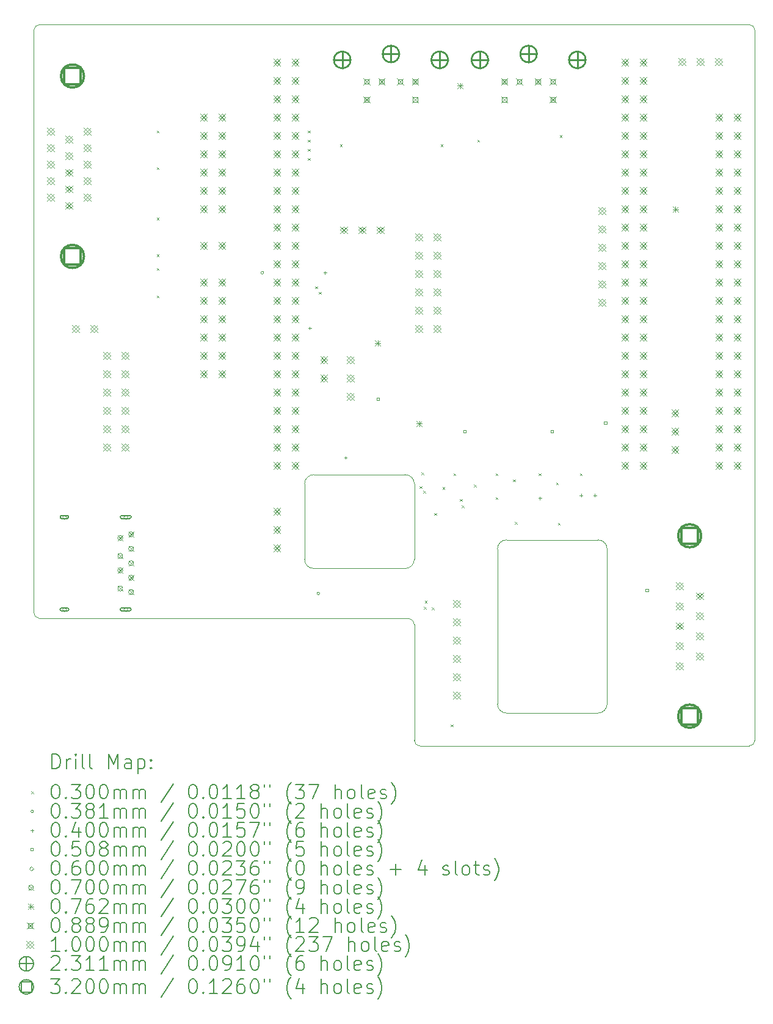
<source format=gbr>
%FSLAX45Y45*%
G04 Gerber Fmt 4.5, Leading zero omitted, Abs format (unit mm)*
G04 Created by KiCad (PCBNEW 6.0.0-d3dd2cf0fa~116~ubuntu20.04.1) date 2022-03-15 23:08:24*
%MOMM*%
%LPD*%
G01*
G04 APERTURE LIST*
%TA.AperFunction,Profile*%
%ADD10C,0.050000*%
%TD*%
%ADD11C,0.200000*%
%ADD12C,0.030000*%
%ADD13C,0.038100*%
%ADD14C,0.040000*%
%ADD15C,0.050800*%
%ADD16C,0.060000*%
%ADD17C,0.070000*%
%ADD18C,0.076200*%
%ADD19C,0.088900*%
%ADD20C,0.100000*%
%ADD21C,0.231140*%
%ADD22C,0.320000*%
G04 APERTURE END LIST*
D10*
X16135717Y-11190197D02*
X14868315Y-11190197D01*
X12067599Y-10414000D02*
X12067599Y-11460000D01*
X13462001Y-11587000D02*
X12194599Y-11587000D01*
X14868315Y-11190197D02*
G75*
G03*
X14741315Y-11317197I0J-127000D01*
G01*
X12067599Y-11460000D02*
G75*
G03*
X12194599Y-11587000I127000J0D01*
G01*
X18234119Y-14046200D02*
G75*
G03*
X18310319Y-13970000I0J76200D01*
G01*
X8387000Y-12279500D02*
X13512800Y-12279900D01*
X14741315Y-11317197D02*
X14741315Y-13463197D01*
X13589001Y-10414000D02*
X13589001Y-11460000D01*
X16135717Y-13590197D02*
G75*
G03*
X16262717Y-13463197I0J127000D01*
G01*
X8397000Y-4049900D02*
X18234119Y-4049900D01*
X18310319Y-4126100D02*
G75*
G03*
X18234119Y-4049900I-76200J0D01*
G01*
X13589001Y-10414000D02*
G75*
G03*
X13462001Y-10287000I-127000J0D01*
G01*
X16262717Y-11317197D02*
G75*
G03*
X16135717Y-11190197I-127000J0D01*
G01*
X16262717Y-11317197D02*
X16262717Y-13463197D01*
X16135717Y-13590197D02*
X14868315Y-13590197D01*
X13589000Y-12365519D02*
X13589000Y-13970000D01*
X13589000Y-12365519D02*
G75*
G03*
X13512800Y-12279900I-86202J-1D01*
G01*
X8397000Y-4049900D02*
G75*
G03*
X8312000Y-4124900I1J-85667D01*
G01*
X13462001Y-10287000D02*
X12194599Y-10287000D01*
X14741315Y-13463197D02*
G75*
G03*
X14868315Y-13590197I127000J0D01*
G01*
X18234119Y-14046200D02*
X13665200Y-14046200D01*
X18310319Y-4126100D02*
X18310319Y-13970000D01*
X13589000Y-13970000D02*
G75*
G03*
X13665200Y-14046200I76200J0D01*
G01*
X13462001Y-11587000D02*
G75*
G03*
X13589001Y-11460000I0J127000D01*
G01*
X8312000Y-12194500D02*
G75*
G03*
X8387000Y-12279500I85667J1D01*
G01*
X12194599Y-10287000D02*
G75*
G03*
X12067599Y-10414000I0J-127000D01*
G01*
X8312000Y-4124900D02*
X8312000Y-12194500D01*
D11*
D12*
X10019467Y-5517000D02*
X10049467Y-5547000D01*
X10049467Y-5517000D02*
X10019467Y-5547000D01*
X10019467Y-6025000D02*
X10049467Y-6055000D01*
X10049467Y-6025000D02*
X10019467Y-6055000D01*
X10019467Y-6723500D02*
X10049467Y-6753500D01*
X10049467Y-6723500D02*
X10019467Y-6753500D01*
X10019467Y-7231500D02*
X10049467Y-7261500D01*
X10049467Y-7231500D02*
X10019467Y-7261500D01*
X10019467Y-7422000D02*
X10049467Y-7452000D01*
X10049467Y-7422000D02*
X10019467Y-7452000D01*
X10019467Y-7803000D02*
X10049467Y-7833000D01*
X10049467Y-7803000D02*
X10019467Y-7833000D01*
X12114967Y-5517000D02*
X12144967Y-5547000D01*
X12144967Y-5517000D02*
X12114967Y-5547000D01*
X12114967Y-5644000D02*
X12144967Y-5674000D01*
X12144967Y-5644000D02*
X12114967Y-5674000D01*
X12114967Y-5771000D02*
X12144967Y-5801000D01*
X12144967Y-5771000D02*
X12114967Y-5801000D01*
X12114967Y-5898000D02*
X12144967Y-5928000D01*
X12144967Y-5898000D02*
X12114967Y-5928000D01*
X12216567Y-7676000D02*
X12246567Y-7706000D01*
X12246567Y-7676000D02*
X12216567Y-7706000D01*
X12267367Y-7752200D02*
X12297367Y-7782200D01*
X12297367Y-7752200D02*
X12267367Y-7782200D01*
X12559467Y-5707500D02*
X12589467Y-5737500D01*
X12589467Y-5707500D02*
X12559467Y-5737500D01*
X13664367Y-10444600D02*
X13694367Y-10474600D01*
X13694367Y-10444600D02*
X13664367Y-10474600D01*
X13689767Y-10254100D02*
X13719767Y-10284100D01*
X13719767Y-10254100D02*
X13689767Y-10284100D01*
X13715167Y-10508100D02*
X13745167Y-10538100D01*
X13745167Y-10508100D02*
X13715167Y-10538100D01*
X13722787Y-12118460D02*
X13752787Y-12148460D01*
X13752787Y-12118460D02*
X13722787Y-12148460D01*
X13732807Y-12033135D02*
X13762807Y-12063135D01*
X13762807Y-12033135D02*
X13732807Y-12063135D01*
X13833080Y-12126200D02*
X13863080Y-12156200D01*
X13863080Y-12126200D02*
X13833080Y-12156200D01*
X13865619Y-10818928D02*
X13895619Y-10848928D01*
X13895619Y-10818928D02*
X13865619Y-10848928D01*
X13956467Y-5707500D02*
X13986467Y-5737500D01*
X13986467Y-5707500D02*
X13956467Y-5737500D01*
X13981867Y-10457300D02*
X14011867Y-10487300D01*
X14011867Y-10457300D02*
X13981867Y-10487300D01*
X14096167Y-13746600D02*
X14126167Y-13776600D01*
X14126167Y-13746600D02*
X14096167Y-13776600D01*
X14134267Y-10266800D02*
X14164267Y-10296800D01*
X14164267Y-10266800D02*
X14134267Y-10296800D01*
X14223167Y-10622400D02*
X14253167Y-10652400D01*
X14253167Y-10622400D02*
X14223167Y-10652400D01*
X14248567Y-10711300D02*
X14278567Y-10741300D01*
X14278567Y-10711300D02*
X14248567Y-10741300D01*
X14417280Y-10424400D02*
X14447280Y-10454400D01*
X14447280Y-10424400D02*
X14417280Y-10454400D01*
X14464467Y-5644000D02*
X14494467Y-5674000D01*
X14494467Y-5644000D02*
X14464467Y-5674000D01*
X14718467Y-10266800D02*
X14748467Y-10296800D01*
X14748467Y-10266800D02*
X14718467Y-10296800D01*
X14718467Y-10597000D02*
X14748467Y-10627000D01*
X14748467Y-10597000D02*
X14718467Y-10627000D01*
X14958300Y-10353280D02*
X14988300Y-10383280D01*
X14988300Y-10353280D02*
X14958300Y-10383280D01*
X14985167Y-10939900D02*
X15015167Y-10969900D01*
X15015167Y-10939900D02*
X14985167Y-10969900D01*
X15315367Y-10266800D02*
X15345367Y-10296800D01*
X15345367Y-10266800D02*
X15315367Y-10296800D01*
X15556667Y-10393800D02*
X15586667Y-10423800D01*
X15586667Y-10393800D02*
X15556667Y-10423800D01*
X15582067Y-10952600D02*
X15612067Y-10982600D01*
X15612067Y-10952600D02*
X15582067Y-10982600D01*
X15607467Y-5580500D02*
X15637467Y-5610500D01*
X15637467Y-5580500D02*
X15607467Y-5610500D01*
X15886867Y-10266800D02*
X15916867Y-10296800D01*
X15916867Y-10266800D02*
X15886867Y-10296800D01*
D13*
X11501317Y-7487800D02*
G75*
G03*
X11501317Y-7487800I-19050J0D01*
G01*
X12276017Y-11932800D02*
G75*
G03*
X12276017Y-11932800I-19050J0D01*
G01*
D14*
X12138660Y-8235000D02*
X12138660Y-8275000D01*
X12118660Y-8255000D02*
X12158660Y-8255000D01*
X12352020Y-7467920D02*
X12352020Y-7507920D01*
X12332020Y-7487920D02*
X12372020Y-7487920D01*
X12636500Y-10030780D02*
X12636500Y-10070780D01*
X12616500Y-10050780D02*
X12656500Y-10050780D01*
X15330367Y-10592000D02*
X15330367Y-10632000D01*
X15310367Y-10612000D02*
X15350367Y-10612000D01*
X15901867Y-10553900D02*
X15901867Y-10593900D01*
X15881867Y-10573900D02*
X15921867Y-10573900D01*
X16092367Y-10553900D02*
X16092367Y-10593900D01*
X16072367Y-10573900D02*
X16112367Y-10573900D01*
D15*
X13100428Y-9258361D02*
X13100428Y-9222439D01*
X13064506Y-9222439D01*
X13064506Y-9258361D01*
X13100428Y-9258361D01*
X14306928Y-9702861D02*
X14306928Y-9666939D01*
X14271006Y-9666939D01*
X14271006Y-9702861D01*
X14306928Y-9702861D01*
X15513428Y-9702861D02*
X15513428Y-9666939D01*
X15477506Y-9666939D01*
X15477506Y-9702861D01*
X15513428Y-9702861D01*
X16256328Y-9588561D02*
X16256328Y-9552639D01*
X16220406Y-9552639D01*
X16220406Y-9588561D01*
X16256328Y-9588561D01*
X16832761Y-11905161D02*
X16832761Y-11869239D01*
X16796839Y-11869239D01*
X16796839Y-11905161D01*
X16832761Y-11905161D01*
D16*
X8737300Y-10903300D02*
X8767300Y-10873300D01*
X8737300Y-10843300D01*
X8707300Y-10873300D01*
X8737300Y-10903300D01*
D11*
X8777300Y-10853300D02*
X8697300Y-10853300D01*
X8777300Y-10893300D02*
X8697300Y-10893300D01*
X8697300Y-10853300D02*
G75*
G03*
X8697300Y-10893300I0J-20000D01*
G01*
X8777300Y-10893300D02*
G75*
G03*
X8777300Y-10853300I0J20000D01*
G01*
D16*
X8737300Y-12183300D02*
X8767300Y-12153300D01*
X8737300Y-12123300D01*
X8707300Y-12153300D01*
X8737300Y-12183300D01*
D11*
X8777300Y-12133300D02*
X8697300Y-12133300D01*
X8777300Y-12173300D02*
X8697300Y-12173300D01*
X8697300Y-12133300D02*
G75*
G03*
X8697300Y-12173300I0J-20000D01*
G01*
X8777300Y-12173300D02*
G75*
G03*
X8777300Y-12133300I0J20000D01*
G01*
D16*
X9587300Y-10903300D02*
X9617300Y-10873300D01*
X9587300Y-10843300D01*
X9557300Y-10873300D01*
X9587300Y-10903300D01*
D11*
X9642300Y-10853300D02*
X9532300Y-10853300D01*
X9642300Y-10893300D02*
X9532300Y-10893300D01*
X9532300Y-10853300D02*
G75*
G03*
X9532300Y-10893300I0J-20000D01*
G01*
X9642300Y-10893300D02*
G75*
G03*
X9642300Y-10853300I0J20000D01*
G01*
D16*
X9587300Y-12183300D02*
X9617300Y-12153300D01*
X9587300Y-12123300D01*
X9557300Y-12153300D01*
X9587300Y-12183300D01*
D11*
X9642300Y-12133300D02*
X9532300Y-12133300D01*
X9642300Y-12173300D02*
X9532300Y-12173300D01*
X9532300Y-12133300D02*
G75*
G03*
X9532300Y-12173300I0J-20000D01*
G01*
X9642300Y-12173300D02*
G75*
G03*
X9642300Y-12133300I0J20000D01*
G01*
D17*
X9477300Y-11128300D02*
X9547300Y-11198300D01*
X9547300Y-11128300D02*
X9477300Y-11198300D01*
X9547300Y-11163300D02*
G75*
G03*
X9547300Y-11163300I-35000J0D01*
G01*
X9477300Y-11378300D02*
X9547300Y-11448300D01*
X9547300Y-11378300D02*
X9477300Y-11448300D01*
X9547300Y-11413300D02*
G75*
G03*
X9547300Y-11413300I-35000J0D01*
G01*
X9477300Y-11578300D02*
X9547300Y-11648300D01*
X9547300Y-11578300D02*
X9477300Y-11648300D01*
X9547300Y-11613300D02*
G75*
G03*
X9547300Y-11613300I-35000J0D01*
G01*
X9477300Y-11828300D02*
X9547300Y-11898300D01*
X9547300Y-11828300D02*
X9477300Y-11898300D01*
X9547300Y-11863300D02*
G75*
G03*
X9547300Y-11863300I-35000J0D01*
G01*
X9627300Y-11078300D02*
X9697300Y-11148300D01*
X9697300Y-11078300D02*
X9627300Y-11148300D01*
X9697300Y-11113300D02*
G75*
G03*
X9697300Y-11113300I-35000J0D01*
G01*
X9627300Y-11278300D02*
X9697300Y-11348300D01*
X9697300Y-11278300D02*
X9627300Y-11348300D01*
X9697300Y-11313300D02*
G75*
G03*
X9697300Y-11313300I-35000J0D01*
G01*
X9627300Y-11478300D02*
X9697300Y-11548300D01*
X9697300Y-11478300D02*
X9627300Y-11548300D01*
X9697300Y-11513300D02*
G75*
G03*
X9697300Y-11513300I-35000J0D01*
G01*
X9627300Y-11678300D02*
X9697300Y-11748300D01*
X9697300Y-11678300D02*
X9627300Y-11748300D01*
X9697300Y-11713300D02*
G75*
G03*
X9697300Y-11713300I-35000J0D01*
G01*
X9627300Y-11878300D02*
X9697300Y-11948300D01*
X9697300Y-11878300D02*
X9627300Y-11948300D01*
X9697300Y-11913300D02*
G75*
G03*
X9697300Y-11913300I-35000J0D01*
G01*
D18*
X13045440Y-8427720D02*
X13121640Y-8503920D01*
X13121640Y-8427720D02*
X13045440Y-8503920D01*
X13083540Y-8427720D02*
X13083540Y-8503920D01*
X13045440Y-8465820D02*
X13121640Y-8465820D01*
X13618407Y-9540120D02*
X13694607Y-9616320D01*
X13694607Y-9540120D02*
X13618407Y-9616320D01*
X13656507Y-9540120D02*
X13656507Y-9616320D01*
X13618407Y-9578220D02*
X13694607Y-9578220D01*
X14187367Y-4858900D02*
X14263567Y-4935100D01*
X14263567Y-4858900D02*
X14187367Y-4935100D01*
X14225467Y-4858900D02*
X14225467Y-4935100D01*
X14187367Y-4897000D02*
X14263567Y-4897000D01*
X17171867Y-6573400D02*
X17248067Y-6649600D01*
X17248067Y-6573400D02*
X17171867Y-6649600D01*
X17209967Y-6573400D02*
X17209967Y-6649600D01*
X17171867Y-6611500D02*
X17248067Y-6611500D01*
D19*
X12885730Y-4794250D02*
X12974630Y-4883150D01*
X12974630Y-4794250D02*
X12885730Y-4883150D01*
X12961611Y-4870131D02*
X12961611Y-4807269D01*
X12898749Y-4807269D01*
X12898749Y-4870131D01*
X12961611Y-4870131D01*
X12885730Y-5043170D02*
X12974630Y-5132070D01*
X12974630Y-5043170D02*
X12885730Y-5132070D01*
X12961611Y-5119051D02*
X12961611Y-5056189D01*
X12898749Y-5056189D01*
X12898749Y-5119051D01*
X12961611Y-5119051D01*
X13091470Y-4794250D02*
X13180370Y-4883150D01*
X13180370Y-4794250D02*
X13091470Y-4883150D01*
X13167351Y-4870131D02*
X13167351Y-4807269D01*
X13104489Y-4807269D01*
X13104489Y-4870131D01*
X13167351Y-4870131D01*
X13350550Y-4794250D02*
X13439450Y-4883150D01*
X13439450Y-4794250D02*
X13350550Y-4883150D01*
X13426431Y-4870131D02*
X13426431Y-4807269D01*
X13363569Y-4807269D01*
X13363569Y-4870131D01*
X13426431Y-4870131D01*
X13556290Y-4794250D02*
X13645190Y-4883150D01*
X13645190Y-4794250D02*
X13556290Y-4883150D01*
X13632171Y-4870131D02*
X13632171Y-4807269D01*
X13569309Y-4807269D01*
X13569309Y-4870131D01*
X13632171Y-4870131D01*
X13556290Y-5043170D02*
X13645190Y-5132070D01*
X13645190Y-5043170D02*
X13556290Y-5132070D01*
X13632171Y-5119051D02*
X13632171Y-5056189D01*
X13569309Y-5056189D01*
X13569309Y-5119051D01*
X13632171Y-5119051D01*
X14794230Y-4794250D02*
X14883130Y-4883150D01*
X14883130Y-4794250D02*
X14794230Y-4883150D01*
X14870111Y-4870131D02*
X14870111Y-4807269D01*
X14807249Y-4807269D01*
X14807249Y-4870131D01*
X14870111Y-4870131D01*
X14794230Y-5043170D02*
X14883130Y-5132070D01*
X14883130Y-5043170D02*
X14794230Y-5132070D01*
X14870111Y-5119051D02*
X14870111Y-5056189D01*
X14807249Y-5056189D01*
X14807249Y-5119051D01*
X14870111Y-5119051D01*
X14999970Y-4794250D02*
X15088870Y-4883150D01*
X15088870Y-4794250D02*
X14999970Y-4883150D01*
X15075851Y-4870131D02*
X15075851Y-4807269D01*
X15012989Y-4807269D01*
X15012989Y-4870131D01*
X15075851Y-4870131D01*
X15259050Y-4794250D02*
X15347950Y-4883150D01*
X15347950Y-4794250D02*
X15259050Y-4883150D01*
X15334931Y-4870131D02*
X15334931Y-4807269D01*
X15272069Y-4807269D01*
X15272069Y-4870131D01*
X15334931Y-4870131D01*
X15464790Y-4794250D02*
X15553690Y-4883150D01*
X15553690Y-4794250D02*
X15464790Y-4883150D01*
X15540671Y-4870131D02*
X15540671Y-4807269D01*
X15477809Y-4807269D01*
X15477809Y-4870131D01*
X15540671Y-4870131D01*
X15464790Y-5043170D02*
X15553690Y-5132070D01*
X15553690Y-5043170D02*
X15464790Y-5132070D01*
X15540671Y-5119051D02*
X15540671Y-5056189D01*
X15477809Y-5056189D01*
X15477809Y-5119051D01*
X15540671Y-5119051D01*
D20*
X8496027Y-5477860D02*
X8596027Y-5577860D01*
X8596027Y-5477860D02*
X8496027Y-5577860D01*
X8546027Y-5577860D02*
X8596027Y-5527860D01*
X8546027Y-5477860D01*
X8496027Y-5527860D01*
X8546027Y-5577860D01*
X8496027Y-5706860D02*
X8596027Y-5806860D01*
X8596027Y-5706860D02*
X8496027Y-5806860D01*
X8546027Y-5806860D02*
X8596027Y-5756860D01*
X8546027Y-5706860D01*
X8496027Y-5756860D01*
X8546027Y-5806860D01*
X8496027Y-5935860D02*
X8596027Y-6035860D01*
X8596027Y-5935860D02*
X8496027Y-6035860D01*
X8546027Y-6035860D02*
X8596027Y-5985860D01*
X8546027Y-5935860D01*
X8496027Y-5985860D01*
X8546027Y-6035860D01*
X8496027Y-6164860D02*
X8596027Y-6264860D01*
X8596027Y-6164860D02*
X8496027Y-6264860D01*
X8546027Y-6264860D02*
X8596027Y-6214860D01*
X8546027Y-6164860D01*
X8496027Y-6214860D01*
X8546027Y-6264860D01*
X8496027Y-6393860D02*
X8596027Y-6493860D01*
X8596027Y-6393860D02*
X8496027Y-6493860D01*
X8546027Y-6493860D02*
X8596027Y-6443860D01*
X8546027Y-6393860D01*
X8496027Y-6443860D01*
X8546027Y-6493860D01*
X8750027Y-5592360D02*
X8850027Y-5692360D01*
X8850027Y-5592360D02*
X8750027Y-5692360D01*
X8800027Y-5692360D02*
X8850027Y-5642360D01*
X8800027Y-5592360D01*
X8750027Y-5642360D01*
X8800027Y-5692360D01*
X8750027Y-5821360D02*
X8850027Y-5921360D01*
X8850027Y-5821360D02*
X8750027Y-5921360D01*
X8800027Y-5921360D02*
X8850027Y-5871360D01*
X8800027Y-5821360D01*
X8750027Y-5871360D01*
X8800027Y-5921360D01*
X8750027Y-6050360D02*
X8850027Y-6150360D01*
X8850027Y-6050360D02*
X8750027Y-6150360D01*
X8800027Y-6150360D02*
X8850027Y-6100360D01*
X8800027Y-6050360D01*
X8750027Y-6100360D01*
X8800027Y-6150360D01*
X8750027Y-6279360D02*
X8850027Y-6379360D01*
X8850027Y-6279360D02*
X8750027Y-6379360D01*
X8800027Y-6379360D02*
X8850027Y-6329360D01*
X8800027Y-6279360D01*
X8750027Y-6329360D01*
X8800027Y-6379360D01*
X8750027Y-6508360D02*
X8850027Y-6608360D01*
X8850027Y-6508360D02*
X8750027Y-6608360D01*
X8800027Y-6608360D02*
X8850027Y-6558360D01*
X8800027Y-6508360D01*
X8750027Y-6558360D01*
X8800027Y-6608360D01*
X8841967Y-8212500D02*
X8941967Y-8312500D01*
X8941967Y-8212500D02*
X8841967Y-8312500D01*
X8891967Y-8312500D02*
X8941967Y-8262500D01*
X8891967Y-8212500D01*
X8841967Y-8262500D01*
X8891967Y-8312500D01*
X9004027Y-5477860D02*
X9104027Y-5577860D01*
X9104027Y-5477860D02*
X9004027Y-5577860D01*
X9054027Y-5577860D02*
X9104027Y-5527860D01*
X9054027Y-5477860D01*
X9004027Y-5527860D01*
X9054027Y-5577860D01*
X9004027Y-5706860D02*
X9104027Y-5806860D01*
X9104027Y-5706860D02*
X9004027Y-5806860D01*
X9054027Y-5806860D02*
X9104027Y-5756860D01*
X9054027Y-5706860D01*
X9004027Y-5756860D01*
X9054027Y-5806860D01*
X9004027Y-5935860D02*
X9104027Y-6035860D01*
X9104027Y-5935860D02*
X9004027Y-6035860D01*
X9054027Y-6035860D02*
X9104027Y-5985860D01*
X9054027Y-5935860D01*
X9004027Y-5985860D01*
X9054027Y-6035860D01*
X9004027Y-6164860D02*
X9104027Y-6264860D01*
X9104027Y-6164860D02*
X9004027Y-6264860D01*
X9054027Y-6264860D02*
X9104027Y-6214860D01*
X9054027Y-6164860D01*
X9004027Y-6214860D01*
X9054027Y-6264860D01*
X9004027Y-6393860D02*
X9104027Y-6493860D01*
X9104027Y-6393860D02*
X9004027Y-6493860D01*
X9054027Y-6493860D02*
X9104027Y-6443860D01*
X9054027Y-6393860D01*
X9004027Y-6443860D01*
X9054027Y-6493860D01*
X9095967Y-8212500D02*
X9195967Y-8312500D01*
X9195967Y-8212500D02*
X9095967Y-8312500D01*
X9145967Y-8312500D02*
X9195967Y-8262500D01*
X9145967Y-8212500D01*
X9095967Y-8262500D01*
X9145967Y-8312500D01*
X9278347Y-8583340D02*
X9378347Y-8683340D01*
X9378347Y-8583340D02*
X9278347Y-8683340D01*
X9328347Y-8683340D02*
X9378347Y-8633340D01*
X9328347Y-8583340D01*
X9278347Y-8633340D01*
X9328347Y-8683340D01*
X9278347Y-8837340D02*
X9378347Y-8937340D01*
X9378347Y-8837340D02*
X9278347Y-8937340D01*
X9328347Y-8937340D02*
X9378347Y-8887340D01*
X9328347Y-8837340D01*
X9278347Y-8887340D01*
X9328347Y-8937340D01*
X9278347Y-9091340D02*
X9378347Y-9191340D01*
X9378347Y-9091340D02*
X9278347Y-9191340D01*
X9328347Y-9191340D02*
X9378347Y-9141340D01*
X9328347Y-9091340D01*
X9278347Y-9141340D01*
X9328347Y-9191340D01*
X9278347Y-9345340D02*
X9378347Y-9445340D01*
X9378347Y-9345340D02*
X9278347Y-9445340D01*
X9328347Y-9445340D02*
X9378347Y-9395340D01*
X9328347Y-9345340D01*
X9278347Y-9395340D01*
X9328347Y-9445340D01*
X9278347Y-9599340D02*
X9378347Y-9699340D01*
X9378347Y-9599340D02*
X9278347Y-9699340D01*
X9328347Y-9699340D02*
X9378347Y-9649340D01*
X9328347Y-9599340D01*
X9278347Y-9649340D01*
X9328347Y-9699340D01*
X9278347Y-9853340D02*
X9378347Y-9953340D01*
X9378347Y-9853340D02*
X9278347Y-9953340D01*
X9328347Y-9953340D02*
X9378347Y-9903340D01*
X9328347Y-9853340D01*
X9278347Y-9903340D01*
X9328347Y-9953340D01*
X9532347Y-8583340D02*
X9632347Y-8683340D01*
X9632347Y-8583340D02*
X9532347Y-8683340D01*
X9582347Y-8683340D02*
X9632347Y-8633340D01*
X9582347Y-8583340D01*
X9532347Y-8633340D01*
X9582347Y-8683340D01*
X9532347Y-8837340D02*
X9632347Y-8937340D01*
X9632347Y-8837340D02*
X9532347Y-8937340D01*
X9582347Y-8937340D02*
X9632347Y-8887340D01*
X9582347Y-8837340D01*
X9532347Y-8887340D01*
X9582347Y-8937340D01*
X9532347Y-9091340D02*
X9632347Y-9191340D01*
X9632347Y-9091340D02*
X9532347Y-9191340D01*
X9582347Y-9191340D02*
X9632347Y-9141340D01*
X9582347Y-9091340D01*
X9532347Y-9141340D01*
X9582347Y-9191340D01*
X9532347Y-9345340D02*
X9632347Y-9445340D01*
X9632347Y-9345340D02*
X9532347Y-9445340D01*
X9582347Y-9445340D02*
X9632347Y-9395340D01*
X9582347Y-9345340D01*
X9532347Y-9395340D01*
X9582347Y-9445340D01*
X9532347Y-9599340D02*
X9632347Y-9699340D01*
X9632347Y-9599340D02*
X9532347Y-9699340D01*
X9582347Y-9699340D02*
X9632347Y-9649340D01*
X9582347Y-9599340D01*
X9532347Y-9649340D01*
X9582347Y-9699340D01*
X9532347Y-9853340D02*
X9632347Y-9953340D01*
X9632347Y-9853340D02*
X9532347Y-9953340D01*
X9582347Y-9953340D02*
X9632347Y-9903340D01*
X9582347Y-9853340D01*
X9532347Y-9903340D01*
X9582347Y-9953340D01*
X10618000Y-5284000D02*
X10718000Y-5384000D01*
X10718000Y-5284000D02*
X10618000Y-5384000D01*
X10668000Y-5384000D02*
X10718000Y-5334000D01*
X10668000Y-5284000D01*
X10618000Y-5334000D01*
X10668000Y-5384000D01*
X10618000Y-5538000D02*
X10718000Y-5638000D01*
X10718000Y-5538000D02*
X10618000Y-5638000D01*
X10668000Y-5638000D02*
X10718000Y-5588000D01*
X10668000Y-5538000D01*
X10618000Y-5588000D01*
X10668000Y-5638000D01*
X10618000Y-5792000D02*
X10718000Y-5892000D01*
X10718000Y-5792000D02*
X10618000Y-5892000D01*
X10668000Y-5892000D02*
X10718000Y-5842000D01*
X10668000Y-5792000D01*
X10618000Y-5842000D01*
X10668000Y-5892000D01*
X10618000Y-6046000D02*
X10718000Y-6146000D01*
X10718000Y-6046000D02*
X10618000Y-6146000D01*
X10668000Y-6146000D02*
X10718000Y-6096000D01*
X10668000Y-6046000D01*
X10618000Y-6096000D01*
X10668000Y-6146000D01*
X10618000Y-6300000D02*
X10718000Y-6400000D01*
X10718000Y-6300000D02*
X10618000Y-6400000D01*
X10668000Y-6400000D02*
X10718000Y-6350000D01*
X10668000Y-6300000D01*
X10618000Y-6350000D01*
X10668000Y-6400000D01*
X10618000Y-6554000D02*
X10718000Y-6654000D01*
X10718000Y-6554000D02*
X10618000Y-6654000D01*
X10668000Y-6654000D02*
X10718000Y-6604000D01*
X10668000Y-6554000D01*
X10618000Y-6604000D01*
X10668000Y-6654000D01*
X10618000Y-7062000D02*
X10718000Y-7162000D01*
X10718000Y-7062000D02*
X10618000Y-7162000D01*
X10668000Y-7162000D02*
X10718000Y-7112000D01*
X10668000Y-7062000D01*
X10618000Y-7112000D01*
X10668000Y-7162000D01*
X10618000Y-7570000D02*
X10718000Y-7670000D01*
X10718000Y-7570000D02*
X10618000Y-7670000D01*
X10668000Y-7670000D02*
X10718000Y-7620000D01*
X10668000Y-7570000D01*
X10618000Y-7620000D01*
X10668000Y-7670000D01*
X10618000Y-7824000D02*
X10718000Y-7924000D01*
X10718000Y-7824000D02*
X10618000Y-7924000D01*
X10668000Y-7924000D02*
X10718000Y-7874000D01*
X10668000Y-7824000D01*
X10618000Y-7874000D01*
X10668000Y-7924000D01*
X10618000Y-8078000D02*
X10718000Y-8178000D01*
X10718000Y-8078000D02*
X10618000Y-8178000D01*
X10668000Y-8178000D02*
X10718000Y-8128000D01*
X10668000Y-8078000D01*
X10618000Y-8128000D01*
X10668000Y-8178000D01*
X10618000Y-8332000D02*
X10718000Y-8432000D01*
X10718000Y-8332000D02*
X10618000Y-8432000D01*
X10668000Y-8432000D02*
X10718000Y-8382000D01*
X10668000Y-8332000D01*
X10618000Y-8382000D01*
X10668000Y-8432000D01*
X10618000Y-8586000D02*
X10718000Y-8686000D01*
X10718000Y-8586000D02*
X10618000Y-8686000D01*
X10668000Y-8686000D02*
X10718000Y-8636000D01*
X10668000Y-8586000D01*
X10618000Y-8636000D01*
X10668000Y-8686000D01*
X10618000Y-8840000D02*
X10718000Y-8940000D01*
X10718000Y-8840000D02*
X10618000Y-8940000D01*
X10668000Y-8940000D02*
X10718000Y-8890000D01*
X10668000Y-8840000D01*
X10618000Y-8890000D01*
X10668000Y-8940000D01*
X10872000Y-5284000D02*
X10972000Y-5384000D01*
X10972000Y-5284000D02*
X10872000Y-5384000D01*
X10922000Y-5384000D02*
X10972000Y-5334000D01*
X10922000Y-5284000D01*
X10872000Y-5334000D01*
X10922000Y-5384000D01*
X10872000Y-5538000D02*
X10972000Y-5638000D01*
X10972000Y-5538000D02*
X10872000Y-5638000D01*
X10922000Y-5638000D02*
X10972000Y-5588000D01*
X10922000Y-5538000D01*
X10872000Y-5588000D01*
X10922000Y-5638000D01*
X10872000Y-5792000D02*
X10972000Y-5892000D01*
X10972000Y-5792000D02*
X10872000Y-5892000D01*
X10922000Y-5892000D02*
X10972000Y-5842000D01*
X10922000Y-5792000D01*
X10872000Y-5842000D01*
X10922000Y-5892000D01*
X10872000Y-6046000D02*
X10972000Y-6146000D01*
X10972000Y-6046000D02*
X10872000Y-6146000D01*
X10922000Y-6146000D02*
X10972000Y-6096000D01*
X10922000Y-6046000D01*
X10872000Y-6096000D01*
X10922000Y-6146000D01*
X10872000Y-6300000D02*
X10972000Y-6400000D01*
X10972000Y-6300000D02*
X10872000Y-6400000D01*
X10922000Y-6400000D02*
X10972000Y-6350000D01*
X10922000Y-6300000D01*
X10872000Y-6350000D01*
X10922000Y-6400000D01*
X10872000Y-6554000D02*
X10972000Y-6654000D01*
X10972000Y-6554000D02*
X10872000Y-6654000D01*
X10922000Y-6654000D02*
X10972000Y-6604000D01*
X10922000Y-6554000D01*
X10872000Y-6604000D01*
X10922000Y-6654000D01*
X10872000Y-7062000D02*
X10972000Y-7162000D01*
X10972000Y-7062000D02*
X10872000Y-7162000D01*
X10922000Y-7162000D02*
X10972000Y-7112000D01*
X10922000Y-7062000D01*
X10872000Y-7112000D01*
X10922000Y-7162000D01*
X10872000Y-7570000D02*
X10972000Y-7670000D01*
X10972000Y-7570000D02*
X10872000Y-7670000D01*
X10922000Y-7670000D02*
X10972000Y-7620000D01*
X10922000Y-7570000D01*
X10872000Y-7620000D01*
X10922000Y-7670000D01*
X10872000Y-7824000D02*
X10972000Y-7924000D01*
X10972000Y-7824000D02*
X10872000Y-7924000D01*
X10922000Y-7924000D02*
X10972000Y-7874000D01*
X10922000Y-7824000D01*
X10872000Y-7874000D01*
X10922000Y-7924000D01*
X10872000Y-8078000D02*
X10972000Y-8178000D01*
X10972000Y-8078000D02*
X10872000Y-8178000D01*
X10922000Y-8178000D02*
X10972000Y-8128000D01*
X10922000Y-8078000D01*
X10872000Y-8128000D01*
X10922000Y-8178000D01*
X10872000Y-8332000D02*
X10972000Y-8432000D01*
X10972000Y-8332000D02*
X10872000Y-8432000D01*
X10922000Y-8432000D02*
X10972000Y-8382000D01*
X10922000Y-8332000D01*
X10872000Y-8382000D01*
X10922000Y-8432000D01*
X10872000Y-8586000D02*
X10972000Y-8686000D01*
X10972000Y-8586000D02*
X10872000Y-8686000D01*
X10922000Y-8686000D02*
X10972000Y-8636000D01*
X10922000Y-8586000D01*
X10872000Y-8636000D01*
X10922000Y-8686000D01*
X10872000Y-8840000D02*
X10972000Y-8940000D01*
X10972000Y-8840000D02*
X10872000Y-8940000D01*
X10922000Y-8940000D02*
X10972000Y-8890000D01*
X10922000Y-8840000D01*
X10872000Y-8890000D01*
X10922000Y-8940000D01*
X11634000Y-4522000D02*
X11734000Y-4622000D01*
X11734000Y-4522000D02*
X11634000Y-4622000D01*
X11684000Y-4622000D02*
X11734000Y-4572000D01*
X11684000Y-4522000D01*
X11634000Y-4572000D01*
X11684000Y-4622000D01*
X11634000Y-4776000D02*
X11734000Y-4876000D01*
X11734000Y-4776000D02*
X11634000Y-4876000D01*
X11684000Y-4876000D02*
X11734000Y-4826000D01*
X11684000Y-4776000D01*
X11634000Y-4826000D01*
X11684000Y-4876000D01*
X11634000Y-5030000D02*
X11734000Y-5130000D01*
X11734000Y-5030000D02*
X11634000Y-5130000D01*
X11684000Y-5130000D02*
X11734000Y-5080000D01*
X11684000Y-5030000D01*
X11634000Y-5080000D01*
X11684000Y-5130000D01*
X11634000Y-5284000D02*
X11734000Y-5384000D01*
X11734000Y-5284000D02*
X11634000Y-5384000D01*
X11684000Y-5384000D02*
X11734000Y-5334000D01*
X11684000Y-5284000D01*
X11634000Y-5334000D01*
X11684000Y-5384000D01*
X11634000Y-5538000D02*
X11734000Y-5638000D01*
X11734000Y-5538000D02*
X11634000Y-5638000D01*
X11684000Y-5638000D02*
X11734000Y-5588000D01*
X11684000Y-5538000D01*
X11634000Y-5588000D01*
X11684000Y-5638000D01*
X11634000Y-5792000D02*
X11734000Y-5892000D01*
X11734000Y-5792000D02*
X11634000Y-5892000D01*
X11684000Y-5892000D02*
X11734000Y-5842000D01*
X11684000Y-5792000D01*
X11634000Y-5842000D01*
X11684000Y-5892000D01*
X11634000Y-6046000D02*
X11734000Y-6146000D01*
X11734000Y-6046000D02*
X11634000Y-6146000D01*
X11684000Y-6146000D02*
X11734000Y-6096000D01*
X11684000Y-6046000D01*
X11634000Y-6096000D01*
X11684000Y-6146000D01*
X11634000Y-6300000D02*
X11734000Y-6400000D01*
X11734000Y-6300000D02*
X11634000Y-6400000D01*
X11684000Y-6400000D02*
X11734000Y-6350000D01*
X11684000Y-6300000D01*
X11634000Y-6350000D01*
X11684000Y-6400000D01*
X11634000Y-6554000D02*
X11734000Y-6654000D01*
X11734000Y-6554000D02*
X11634000Y-6654000D01*
X11684000Y-6654000D02*
X11734000Y-6604000D01*
X11684000Y-6554000D01*
X11634000Y-6604000D01*
X11684000Y-6654000D01*
X11634000Y-6808000D02*
X11734000Y-6908000D01*
X11734000Y-6808000D02*
X11634000Y-6908000D01*
X11684000Y-6908000D02*
X11734000Y-6858000D01*
X11684000Y-6808000D01*
X11634000Y-6858000D01*
X11684000Y-6908000D01*
X11634000Y-7062000D02*
X11734000Y-7162000D01*
X11734000Y-7062000D02*
X11634000Y-7162000D01*
X11684000Y-7162000D02*
X11734000Y-7112000D01*
X11684000Y-7062000D01*
X11634000Y-7112000D01*
X11684000Y-7162000D01*
X11634000Y-7316000D02*
X11734000Y-7416000D01*
X11734000Y-7316000D02*
X11634000Y-7416000D01*
X11684000Y-7416000D02*
X11734000Y-7366000D01*
X11684000Y-7316000D01*
X11634000Y-7366000D01*
X11684000Y-7416000D01*
X11634000Y-7570000D02*
X11734000Y-7670000D01*
X11734000Y-7570000D02*
X11634000Y-7670000D01*
X11684000Y-7670000D02*
X11734000Y-7620000D01*
X11684000Y-7570000D01*
X11634000Y-7620000D01*
X11684000Y-7670000D01*
X11634000Y-7824000D02*
X11734000Y-7924000D01*
X11734000Y-7824000D02*
X11634000Y-7924000D01*
X11684000Y-7924000D02*
X11734000Y-7874000D01*
X11684000Y-7824000D01*
X11634000Y-7874000D01*
X11684000Y-7924000D01*
X11634000Y-8078000D02*
X11734000Y-8178000D01*
X11734000Y-8078000D02*
X11634000Y-8178000D01*
X11684000Y-8178000D02*
X11734000Y-8128000D01*
X11684000Y-8078000D01*
X11634000Y-8128000D01*
X11684000Y-8178000D01*
X11634000Y-8332000D02*
X11734000Y-8432000D01*
X11734000Y-8332000D02*
X11634000Y-8432000D01*
X11684000Y-8432000D02*
X11734000Y-8382000D01*
X11684000Y-8332000D01*
X11634000Y-8382000D01*
X11684000Y-8432000D01*
X11634000Y-8586000D02*
X11734000Y-8686000D01*
X11734000Y-8586000D02*
X11634000Y-8686000D01*
X11684000Y-8686000D02*
X11734000Y-8636000D01*
X11684000Y-8586000D01*
X11634000Y-8636000D01*
X11684000Y-8686000D01*
X11634000Y-8840000D02*
X11734000Y-8940000D01*
X11734000Y-8840000D02*
X11634000Y-8940000D01*
X11684000Y-8940000D02*
X11734000Y-8890000D01*
X11684000Y-8840000D01*
X11634000Y-8890000D01*
X11684000Y-8940000D01*
X11634000Y-9094000D02*
X11734000Y-9194000D01*
X11734000Y-9094000D02*
X11634000Y-9194000D01*
X11684000Y-9194000D02*
X11734000Y-9144000D01*
X11684000Y-9094000D01*
X11634000Y-9144000D01*
X11684000Y-9194000D01*
X11634000Y-9348000D02*
X11734000Y-9448000D01*
X11734000Y-9348000D02*
X11634000Y-9448000D01*
X11684000Y-9448000D02*
X11734000Y-9398000D01*
X11684000Y-9348000D01*
X11634000Y-9398000D01*
X11684000Y-9448000D01*
X11634000Y-9602000D02*
X11734000Y-9702000D01*
X11734000Y-9602000D02*
X11634000Y-9702000D01*
X11684000Y-9702000D02*
X11734000Y-9652000D01*
X11684000Y-9602000D01*
X11634000Y-9652000D01*
X11684000Y-9702000D01*
X11634000Y-9856000D02*
X11734000Y-9956000D01*
X11734000Y-9856000D02*
X11634000Y-9956000D01*
X11684000Y-9956000D02*
X11734000Y-9906000D01*
X11684000Y-9856000D01*
X11634000Y-9906000D01*
X11684000Y-9956000D01*
X11634000Y-10110000D02*
X11734000Y-10210000D01*
X11734000Y-10110000D02*
X11634000Y-10210000D01*
X11684000Y-10210000D02*
X11734000Y-10160000D01*
X11684000Y-10110000D01*
X11634000Y-10160000D01*
X11684000Y-10210000D01*
X11634000Y-10745000D02*
X11734000Y-10845000D01*
X11734000Y-10745000D02*
X11634000Y-10845000D01*
X11684000Y-10845000D02*
X11734000Y-10795000D01*
X11684000Y-10745000D01*
X11634000Y-10795000D01*
X11684000Y-10845000D01*
X11634000Y-10999000D02*
X11734000Y-11099000D01*
X11734000Y-10999000D02*
X11634000Y-11099000D01*
X11684000Y-11099000D02*
X11734000Y-11049000D01*
X11684000Y-10999000D01*
X11634000Y-11049000D01*
X11684000Y-11099000D01*
X11634000Y-11253000D02*
X11734000Y-11353000D01*
X11734000Y-11253000D02*
X11634000Y-11353000D01*
X11684000Y-11353000D02*
X11734000Y-11303000D01*
X11684000Y-11253000D01*
X11634000Y-11303000D01*
X11684000Y-11353000D01*
X11888000Y-4522000D02*
X11988000Y-4622000D01*
X11988000Y-4522000D02*
X11888000Y-4622000D01*
X11938000Y-4622000D02*
X11988000Y-4572000D01*
X11938000Y-4522000D01*
X11888000Y-4572000D01*
X11938000Y-4622000D01*
X11888000Y-4776000D02*
X11988000Y-4876000D01*
X11988000Y-4776000D02*
X11888000Y-4876000D01*
X11938000Y-4876000D02*
X11988000Y-4826000D01*
X11938000Y-4776000D01*
X11888000Y-4826000D01*
X11938000Y-4876000D01*
X11888000Y-5030000D02*
X11988000Y-5130000D01*
X11988000Y-5030000D02*
X11888000Y-5130000D01*
X11938000Y-5130000D02*
X11988000Y-5080000D01*
X11938000Y-5030000D01*
X11888000Y-5080000D01*
X11938000Y-5130000D01*
X11888000Y-5284000D02*
X11988000Y-5384000D01*
X11988000Y-5284000D02*
X11888000Y-5384000D01*
X11938000Y-5384000D02*
X11988000Y-5334000D01*
X11938000Y-5284000D01*
X11888000Y-5334000D01*
X11938000Y-5384000D01*
X11888000Y-5538000D02*
X11988000Y-5638000D01*
X11988000Y-5538000D02*
X11888000Y-5638000D01*
X11938000Y-5638000D02*
X11988000Y-5588000D01*
X11938000Y-5538000D01*
X11888000Y-5588000D01*
X11938000Y-5638000D01*
X11888000Y-5792000D02*
X11988000Y-5892000D01*
X11988000Y-5792000D02*
X11888000Y-5892000D01*
X11938000Y-5892000D02*
X11988000Y-5842000D01*
X11938000Y-5792000D01*
X11888000Y-5842000D01*
X11938000Y-5892000D01*
X11888000Y-6046000D02*
X11988000Y-6146000D01*
X11988000Y-6046000D02*
X11888000Y-6146000D01*
X11938000Y-6146000D02*
X11988000Y-6096000D01*
X11938000Y-6046000D01*
X11888000Y-6096000D01*
X11938000Y-6146000D01*
X11888000Y-6300000D02*
X11988000Y-6400000D01*
X11988000Y-6300000D02*
X11888000Y-6400000D01*
X11938000Y-6400000D02*
X11988000Y-6350000D01*
X11938000Y-6300000D01*
X11888000Y-6350000D01*
X11938000Y-6400000D01*
X11888000Y-6554000D02*
X11988000Y-6654000D01*
X11988000Y-6554000D02*
X11888000Y-6654000D01*
X11938000Y-6654000D02*
X11988000Y-6604000D01*
X11938000Y-6554000D01*
X11888000Y-6604000D01*
X11938000Y-6654000D01*
X11888000Y-6808000D02*
X11988000Y-6908000D01*
X11988000Y-6808000D02*
X11888000Y-6908000D01*
X11938000Y-6908000D02*
X11988000Y-6858000D01*
X11938000Y-6808000D01*
X11888000Y-6858000D01*
X11938000Y-6908000D01*
X11888000Y-7062000D02*
X11988000Y-7162000D01*
X11988000Y-7062000D02*
X11888000Y-7162000D01*
X11938000Y-7162000D02*
X11988000Y-7112000D01*
X11938000Y-7062000D01*
X11888000Y-7112000D01*
X11938000Y-7162000D01*
X11888000Y-7316000D02*
X11988000Y-7416000D01*
X11988000Y-7316000D02*
X11888000Y-7416000D01*
X11938000Y-7416000D02*
X11988000Y-7366000D01*
X11938000Y-7316000D01*
X11888000Y-7366000D01*
X11938000Y-7416000D01*
X11888000Y-7570000D02*
X11988000Y-7670000D01*
X11988000Y-7570000D02*
X11888000Y-7670000D01*
X11938000Y-7670000D02*
X11988000Y-7620000D01*
X11938000Y-7570000D01*
X11888000Y-7620000D01*
X11938000Y-7670000D01*
X11888000Y-7824000D02*
X11988000Y-7924000D01*
X11988000Y-7824000D02*
X11888000Y-7924000D01*
X11938000Y-7924000D02*
X11988000Y-7874000D01*
X11938000Y-7824000D01*
X11888000Y-7874000D01*
X11938000Y-7924000D01*
X11888000Y-8078000D02*
X11988000Y-8178000D01*
X11988000Y-8078000D02*
X11888000Y-8178000D01*
X11938000Y-8178000D02*
X11988000Y-8128000D01*
X11938000Y-8078000D01*
X11888000Y-8128000D01*
X11938000Y-8178000D01*
X11888000Y-8332000D02*
X11988000Y-8432000D01*
X11988000Y-8332000D02*
X11888000Y-8432000D01*
X11938000Y-8432000D02*
X11988000Y-8382000D01*
X11938000Y-8332000D01*
X11888000Y-8382000D01*
X11938000Y-8432000D01*
X11888000Y-8586000D02*
X11988000Y-8686000D01*
X11988000Y-8586000D02*
X11888000Y-8686000D01*
X11938000Y-8686000D02*
X11988000Y-8636000D01*
X11938000Y-8586000D01*
X11888000Y-8636000D01*
X11938000Y-8686000D01*
X11888000Y-8840000D02*
X11988000Y-8940000D01*
X11988000Y-8840000D02*
X11888000Y-8940000D01*
X11938000Y-8940000D02*
X11988000Y-8890000D01*
X11938000Y-8840000D01*
X11888000Y-8890000D01*
X11938000Y-8940000D01*
X11888000Y-9094000D02*
X11988000Y-9194000D01*
X11988000Y-9094000D02*
X11888000Y-9194000D01*
X11938000Y-9194000D02*
X11988000Y-9144000D01*
X11938000Y-9094000D01*
X11888000Y-9144000D01*
X11938000Y-9194000D01*
X11888000Y-9348000D02*
X11988000Y-9448000D01*
X11988000Y-9348000D02*
X11888000Y-9448000D01*
X11938000Y-9448000D02*
X11988000Y-9398000D01*
X11938000Y-9348000D01*
X11888000Y-9398000D01*
X11938000Y-9448000D01*
X11888000Y-9602000D02*
X11988000Y-9702000D01*
X11988000Y-9602000D02*
X11888000Y-9702000D01*
X11938000Y-9702000D02*
X11988000Y-9652000D01*
X11938000Y-9602000D01*
X11888000Y-9652000D01*
X11938000Y-9702000D01*
X11888000Y-9856000D02*
X11988000Y-9956000D01*
X11988000Y-9856000D02*
X11888000Y-9956000D01*
X11938000Y-9956000D02*
X11988000Y-9906000D01*
X11938000Y-9856000D01*
X11888000Y-9906000D01*
X11938000Y-9956000D01*
X11888000Y-10110000D02*
X11988000Y-10210000D01*
X11988000Y-10110000D02*
X11888000Y-10210000D01*
X11938000Y-10210000D02*
X11988000Y-10160000D01*
X11938000Y-10110000D01*
X11888000Y-10160000D01*
X11938000Y-10210000D01*
X12285500Y-8646420D02*
X12385500Y-8746420D01*
X12385500Y-8646420D02*
X12285500Y-8746420D01*
X12335500Y-8746420D02*
X12385500Y-8696420D01*
X12335500Y-8646420D01*
X12285500Y-8696420D01*
X12335500Y-8746420D01*
X12285500Y-8900420D02*
X12385500Y-9000420D01*
X12385500Y-8900420D02*
X12285500Y-9000420D01*
X12335500Y-9000420D02*
X12385500Y-8950420D01*
X12335500Y-8900420D01*
X12285500Y-8950420D01*
X12335500Y-9000420D01*
X12561100Y-6846100D02*
X12661100Y-6946100D01*
X12661100Y-6846100D02*
X12561100Y-6946100D01*
X12611100Y-6946100D02*
X12661100Y-6896100D01*
X12611100Y-6846100D01*
X12561100Y-6896100D01*
X12611100Y-6946100D01*
X12651300Y-8642920D02*
X12751300Y-8742920D01*
X12751300Y-8642920D02*
X12651300Y-8742920D01*
X12701300Y-8742920D02*
X12751300Y-8692920D01*
X12701300Y-8642920D01*
X12651300Y-8692920D01*
X12701300Y-8742920D01*
X12651300Y-8896920D02*
X12751300Y-8996920D01*
X12751300Y-8896920D02*
X12651300Y-8996920D01*
X12701300Y-8996920D02*
X12751300Y-8946920D01*
X12701300Y-8896920D01*
X12651300Y-8946920D01*
X12701300Y-8996920D01*
X12651300Y-9150920D02*
X12751300Y-9250920D01*
X12751300Y-9150920D02*
X12651300Y-9250920D01*
X12701300Y-9250920D02*
X12751300Y-9200920D01*
X12701300Y-9150920D01*
X12651300Y-9200920D01*
X12701300Y-9250920D01*
X12815100Y-6846100D02*
X12915100Y-6946100D01*
X12915100Y-6846100D02*
X12815100Y-6946100D01*
X12865100Y-6946100D02*
X12915100Y-6896100D01*
X12865100Y-6846100D01*
X12815100Y-6896100D01*
X12865100Y-6946100D01*
X13069100Y-6846100D02*
X13169100Y-6946100D01*
X13169100Y-6846100D02*
X13069100Y-6946100D01*
X13119100Y-6946100D02*
X13169100Y-6896100D01*
X13119100Y-6846100D01*
X13069100Y-6896100D01*
X13119100Y-6946100D01*
X13603967Y-6942500D02*
X13703967Y-7042500D01*
X13703967Y-6942500D02*
X13603967Y-7042500D01*
X13653967Y-7042500D02*
X13703967Y-6992500D01*
X13653967Y-6942500D01*
X13603967Y-6992500D01*
X13653967Y-7042500D01*
X13603967Y-7196500D02*
X13703967Y-7296500D01*
X13703967Y-7196500D02*
X13603967Y-7296500D01*
X13653967Y-7296500D02*
X13703967Y-7246500D01*
X13653967Y-7196500D01*
X13603967Y-7246500D01*
X13653967Y-7296500D01*
X13603967Y-7450500D02*
X13703967Y-7550500D01*
X13703967Y-7450500D02*
X13603967Y-7550500D01*
X13653967Y-7550500D02*
X13703967Y-7500500D01*
X13653967Y-7450500D01*
X13603967Y-7500500D01*
X13653967Y-7550500D01*
X13603967Y-7704500D02*
X13703967Y-7804500D01*
X13703967Y-7704500D02*
X13603967Y-7804500D01*
X13653967Y-7804500D02*
X13703967Y-7754500D01*
X13653967Y-7704500D01*
X13603967Y-7754500D01*
X13653967Y-7804500D01*
X13603967Y-7958500D02*
X13703967Y-8058500D01*
X13703967Y-7958500D02*
X13603967Y-8058500D01*
X13653967Y-8058500D02*
X13703967Y-8008500D01*
X13653967Y-7958500D01*
X13603967Y-8008500D01*
X13653967Y-8058500D01*
X13603967Y-8212500D02*
X13703967Y-8312500D01*
X13703967Y-8212500D02*
X13603967Y-8312500D01*
X13653967Y-8312500D02*
X13703967Y-8262500D01*
X13653967Y-8212500D01*
X13603967Y-8262500D01*
X13653967Y-8312500D01*
X13857967Y-6942500D02*
X13957967Y-7042500D01*
X13957967Y-6942500D02*
X13857967Y-7042500D01*
X13907967Y-7042500D02*
X13957967Y-6992500D01*
X13907967Y-6942500D01*
X13857967Y-6992500D01*
X13907967Y-7042500D01*
X13857967Y-7196500D02*
X13957967Y-7296500D01*
X13957967Y-7196500D02*
X13857967Y-7296500D01*
X13907967Y-7296500D02*
X13957967Y-7246500D01*
X13907967Y-7196500D01*
X13857967Y-7246500D01*
X13907967Y-7296500D01*
X13857967Y-7450500D02*
X13957967Y-7550500D01*
X13957967Y-7450500D02*
X13857967Y-7550500D01*
X13907967Y-7550500D02*
X13957967Y-7500500D01*
X13907967Y-7450500D01*
X13857967Y-7500500D01*
X13907967Y-7550500D01*
X13857967Y-7704500D02*
X13957967Y-7804500D01*
X13957967Y-7704500D02*
X13857967Y-7804500D01*
X13907967Y-7804500D02*
X13957967Y-7754500D01*
X13907967Y-7704500D01*
X13857967Y-7754500D01*
X13907967Y-7804500D01*
X13857967Y-7958500D02*
X13957967Y-8058500D01*
X13957967Y-7958500D02*
X13857967Y-8058500D01*
X13907967Y-8058500D02*
X13957967Y-8008500D01*
X13907967Y-7958500D01*
X13857967Y-8008500D01*
X13907967Y-8058500D01*
X13857967Y-8212500D02*
X13957967Y-8312500D01*
X13957967Y-8212500D02*
X13857967Y-8312500D01*
X13907967Y-8312500D02*
X13957967Y-8262500D01*
X13907967Y-8212500D01*
X13857967Y-8262500D01*
X13907967Y-8312500D01*
X14124500Y-12022620D02*
X14224500Y-12122620D01*
X14224500Y-12022620D02*
X14124500Y-12122620D01*
X14174500Y-12122620D02*
X14224500Y-12072620D01*
X14174500Y-12022620D01*
X14124500Y-12072620D01*
X14174500Y-12122620D01*
X14124500Y-12276620D02*
X14224500Y-12376620D01*
X14224500Y-12276620D02*
X14124500Y-12376620D01*
X14174500Y-12376620D02*
X14224500Y-12326620D01*
X14174500Y-12276620D01*
X14124500Y-12326620D01*
X14174500Y-12376620D01*
X14124500Y-12530620D02*
X14224500Y-12630620D01*
X14224500Y-12530620D02*
X14124500Y-12630620D01*
X14174500Y-12630620D02*
X14224500Y-12580620D01*
X14174500Y-12530620D01*
X14124500Y-12580620D01*
X14174500Y-12630620D01*
X14124500Y-12784620D02*
X14224500Y-12884620D01*
X14224500Y-12784620D02*
X14124500Y-12884620D01*
X14174500Y-12884620D02*
X14224500Y-12834620D01*
X14174500Y-12784620D01*
X14124500Y-12834620D01*
X14174500Y-12884620D01*
X14124500Y-13038620D02*
X14224500Y-13138620D01*
X14224500Y-13038620D02*
X14124500Y-13138620D01*
X14174500Y-13138620D02*
X14224500Y-13088620D01*
X14174500Y-13038620D01*
X14124500Y-13088620D01*
X14174500Y-13138620D01*
X14124500Y-13292620D02*
X14224500Y-13392620D01*
X14224500Y-13292620D02*
X14124500Y-13392620D01*
X14174500Y-13392620D02*
X14224500Y-13342620D01*
X14174500Y-13292620D01*
X14124500Y-13342620D01*
X14174500Y-13392620D01*
X16142500Y-6579400D02*
X16242500Y-6679400D01*
X16242500Y-6579400D02*
X16142500Y-6679400D01*
X16192500Y-6679400D02*
X16242500Y-6629400D01*
X16192500Y-6579400D01*
X16142500Y-6629400D01*
X16192500Y-6679400D01*
X16142500Y-6833400D02*
X16242500Y-6933400D01*
X16242500Y-6833400D02*
X16142500Y-6933400D01*
X16192500Y-6933400D02*
X16242500Y-6883400D01*
X16192500Y-6833400D01*
X16142500Y-6883400D01*
X16192500Y-6933400D01*
X16142500Y-7087400D02*
X16242500Y-7187400D01*
X16242500Y-7087400D02*
X16142500Y-7187400D01*
X16192500Y-7187400D02*
X16242500Y-7137400D01*
X16192500Y-7087400D01*
X16142500Y-7137400D01*
X16192500Y-7187400D01*
X16142500Y-7341400D02*
X16242500Y-7441400D01*
X16242500Y-7341400D02*
X16142500Y-7441400D01*
X16192500Y-7441400D02*
X16242500Y-7391400D01*
X16192500Y-7341400D01*
X16142500Y-7391400D01*
X16192500Y-7441400D01*
X16142500Y-7595400D02*
X16242500Y-7695400D01*
X16242500Y-7595400D02*
X16142500Y-7695400D01*
X16192500Y-7695400D02*
X16242500Y-7645400D01*
X16192500Y-7595400D01*
X16142500Y-7645400D01*
X16192500Y-7695400D01*
X16142500Y-7849400D02*
X16242500Y-7949400D01*
X16242500Y-7849400D02*
X16142500Y-7949400D01*
X16192500Y-7949400D02*
X16242500Y-7899400D01*
X16192500Y-7849400D01*
X16142500Y-7899400D01*
X16192500Y-7949400D01*
X16460000Y-4522000D02*
X16560000Y-4622000D01*
X16560000Y-4522000D02*
X16460000Y-4622000D01*
X16510000Y-4622000D02*
X16560000Y-4572000D01*
X16510000Y-4522000D01*
X16460000Y-4572000D01*
X16510000Y-4622000D01*
X16460000Y-4776000D02*
X16560000Y-4876000D01*
X16560000Y-4776000D02*
X16460000Y-4876000D01*
X16510000Y-4876000D02*
X16560000Y-4826000D01*
X16510000Y-4776000D01*
X16460000Y-4826000D01*
X16510000Y-4876000D01*
X16460000Y-5030000D02*
X16560000Y-5130000D01*
X16560000Y-5030000D02*
X16460000Y-5130000D01*
X16510000Y-5130000D02*
X16560000Y-5080000D01*
X16510000Y-5030000D01*
X16460000Y-5080000D01*
X16510000Y-5130000D01*
X16460000Y-5284000D02*
X16560000Y-5384000D01*
X16560000Y-5284000D02*
X16460000Y-5384000D01*
X16510000Y-5384000D02*
X16560000Y-5334000D01*
X16510000Y-5284000D01*
X16460000Y-5334000D01*
X16510000Y-5384000D01*
X16460000Y-5538000D02*
X16560000Y-5638000D01*
X16560000Y-5538000D02*
X16460000Y-5638000D01*
X16510000Y-5638000D02*
X16560000Y-5588000D01*
X16510000Y-5538000D01*
X16460000Y-5588000D01*
X16510000Y-5638000D01*
X16460000Y-5792000D02*
X16560000Y-5892000D01*
X16560000Y-5792000D02*
X16460000Y-5892000D01*
X16510000Y-5892000D02*
X16560000Y-5842000D01*
X16510000Y-5792000D01*
X16460000Y-5842000D01*
X16510000Y-5892000D01*
X16460000Y-6046000D02*
X16560000Y-6146000D01*
X16560000Y-6046000D02*
X16460000Y-6146000D01*
X16510000Y-6146000D02*
X16560000Y-6096000D01*
X16510000Y-6046000D01*
X16460000Y-6096000D01*
X16510000Y-6146000D01*
X16460000Y-6300000D02*
X16560000Y-6400000D01*
X16560000Y-6300000D02*
X16460000Y-6400000D01*
X16510000Y-6400000D02*
X16560000Y-6350000D01*
X16510000Y-6300000D01*
X16460000Y-6350000D01*
X16510000Y-6400000D01*
X16460000Y-6554000D02*
X16560000Y-6654000D01*
X16560000Y-6554000D02*
X16460000Y-6654000D01*
X16510000Y-6654000D02*
X16560000Y-6604000D01*
X16510000Y-6554000D01*
X16460000Y-6604000D01*
X16510000Y-6654000D01*
X16460000Y-6808000D02*
X16560000Y-6908000D01*
X16560000Y-6808000D02*
X16460000Y-6908000D01*
X16510000Y-6908000D02*
X16560000Y-6858000D01*
X16510000Y-6808000D01*
X16460000Y-6858000D01*
X16510000Y-6908000D01*
X16460000Y-7062000D02*
X16560000Y-7162000D01*
X16560000Y-7062000D02*
X16460000Y-7162000D01*
X16510000Y-7162000D02*
X16560000Y-7112000D01*
X16510000Y-7062000D01*
X16460000Y-7112000D01*
X16510000Y-7162000D01*
X16460000Y-7316000D02*
X16560000Y-7416000D01*
X16560000Y-7316000D02*
X16460000Y-7416000D01*
X16510000Y-7416000D02*
X16560000Y-7366000D01*
X16510000Y-7316000D01*
X16460000Y-7366000D01*
X16510000Y-7416000D01*
X16460000Y-7570000D02*
X16560000Y-7670000D01*
X16560000Y-7570000D02*
X16460000Y-7670000D01*
X16510000Y-7670000D02*
X16560000Y-7620000D01*
X16510000Y-7570000D01*
X16460000Y-7620000D01*
X16510000Y-7670000D01*
X16460000Y-7824000D02*
X16560000Y-7924000D01*
X16560000Y-7824000D02*
X16460000Y-7924000D01*
X16510000Y-7924000D02*
X16560000Y-7874000D01*
X16510000Y-7824000D01*
X16460000Y-7874000D01*
X16510000Y-7924000D01*
X16460000Y-8078000D02*
X16560000Y-8178000D01*
X16560000Y-8078000D02*
X16460000Y-8178000D01*
X16510000Y-8178000D02*
X16560000Y-8128000D01*
X16510000Y-8078000D01*
X16460000Y-8128000D01*
X16510000Y-8178000D01*
X16460000Y-8332000D02*
X16560000Y-8432000D01*
X16560000Y-8332000D02*
X16460000Y-8432000D01*
X16510000Y-8432000D02*
X16560000Y-8382000D01*
X16510000Y-8332000D01*
X16460000Y-8382000D01*
X16510000Y-8432000D01*
X16460000Y-8586000D02*
X16560000Y-8686000D01*
X16560000Y-8586000D02*
X16460000Y-8686000D01*
X16510000Y-8686000D02*
X16560000Y-8636000D01*
X16510000Y-8586000D01*
X16460000Y-8636000D01*
X16510000Y-8686000D01*
X16460000Y-8840000D02*
X16560000Y-8940000D01*
X16560000Y-8840000D02*
X16460000Y-8940000D01*
X16510000Y-8940000D02*
X16560000Y-8890000D01*
X16510000Y-8840000D01*
X16460000Y-8890000D01*
X16510000Y-8940000D01*
X16460000Y-9094000D02*
X16560000Y-9194000D01*
X16560000Y-9094000D02*
X16460000Y-9194000D01*
X16510000Y-9194000D02*
X16560000Y-9144000D01*
X16510000Y-9094000D01*
X16460000Y-9144000D01*
X16510000Y-9194000D01*
X16460000Y-9348000D02*
X16560000Y-9448000D01*
X16560000Y-9348000D02*
X16460000Y-9448000D01*
X16510000Y-9448000D02*
X16560000Y-9398000D01*
X16510000Y-9348000D01*
X16460000Y-9398000D01*
X16510000Y-9448000D01*
X16460000Y-9602000D02*
X16560000Y-9702000D01*
X16560000Y-9602000D02*
X16460000Y-9702000D01*
X16510000Y-9702000D02*
X16560000Y-9652000D01*
X16510000Y-9602000D01*
X16460000Y-9652000D01*
X16510000Y-9702000D01*
X16460000Y-9856000D02*
X16560000Y-9956000D01*
X16560000Y-9856000D02*
X16460000Y-9956000D01*
X16510000Y-9956000D02*
X16560000Y-9906000D01*
X16510000Y-9856000D01*
X16460000Y-9906000D01*
X16510000Y-9956000D01*
X16460000Y-10110000D02*
X16560000Y-10210000D01*
X16560000Y-10110000D02*
X16460000Y-10210000D01*
X16510000Y-10210000D02*
X16560000Y-10160000D01*
X16510000Y-10110000D01*
X16460000Y-10160000D01*
X16510000Y-10210000D01*
X16714000Y-4522000D02*
X16814000Y-4622000D01*
X16814000Y-4522000D02*
X16714000Y-4622000D01*
X16764000Y-4622000D02*
X16814000Y-4572000D01*
X16764000Y-4522000D01*
X16714000Y-4572000D01*
X16764000Y-4622000D01*
X16714000Y-4776000D02*
X16814000Y-4876000D01*
X16814000Y-4776000D02*
X16714000Y-4876000D01*
X16764000Y-4876000D02*
X16814000Y-4826000D01*
X16764000Y-4776000D01*
X16714000Y-4826000D01*
X16764000Y-4876000D01*
X16714000Y-5030000D02*
X16814000Y-5130000D01*
X16814000Y-5030000D02*
X16714000Y-5130000D01*
X16764000Y-5130000D02*
X16814000Y-5080000D01*
X16764000Y-5030000D01*
X16714000Y-5080000D01*
X16764000Y-5130000D01*
X16714000Y-5284000D02*
X16814000Y-5384000D01*
X16814000Y-5284000D02*
X16714000Y-5384000D01*
X16764000Y-5384000D02*
X16814000Y-5334000D01*
X16764000Y-5284000D01*
X16714000Y-5334000D01*
X16764000Y-5384000D01*
X16714000Y-5538000D02*
X16814000Y-5638000D01*
X16814000Y-5538000D02*
X16714000Y-5638000D01*
X16764000Y-5638000D02*
X16814000Y-5588000D01*
X16764000Y-5538000D01*
X16714000Y-5588000D01*
X16764000Y-5638000D01*
X16714000Y-5792000D02*
X16814000Y-5892000D01*
X16814000Y-5792000D02*
X16714000Y-5892000D01*
X16764000Y-5892000D02*
X16814000Y-5842000D01*
X16764000Y-5792000D01*
X16714000Y-5842000D01*
X16764000Y-5892000D01*
X16714000Y-6046000D02*
X16814000Y-6146000D01*
X16814000Y-6046000D02*
X16714000Y-6146000D01*
X16764000Y-6146000D02*
X16814000Y-6096000D01*
X16764000Y-6046000D01*
X16714000Y-6096000D01*
X16764000Y-6146000D01*
X16714000Y-6300000D02*
X16814000Y-6400000D01*
X16814000Y-6300000D02*
X16714000Y-6400000D01*
X16764000Y-6400000D02*
X16814000Y-6350000D01*
X16764000Y-6300000D01*
X16714000Y-6350000D01*
X16764000Y-6400000D01*
X16714000Y-6554000D02*
X16814000Y-6654000D01*
X16814000Y-6554000D02*
X16714000Y-6654000D01*
X16764000Y-6654000D02*
X16814000Y-6604000D01*
X16764000Y-6554000D01*
X16714000Y-6604000D01*
X16764000Y-6654000D01*
X16714000Y-6808000D02*
X16814000Y-6908000D01*
X16814000Y-6808000D02*
X16714000Y-6908000D01*
X16764000Y-6908000D02*
X16814000Y-6858000D01*
X16764000Y-6808000D01*
X16714000Y-6858000D01*
X16764000Y-6908000D01*
X16714000Y-7062000D02*
X16814000Y-7162000D01*
X16814000Y-7062000D02*
X16714000Y-7162000D01*
X16764000Y-7162000D02*
X16814000Y-7112000D01*
X16764000Y-7062000D01*
X16714000Y-7112000D01*
X16764000Y-7162000D01*
X16714000Y-7316000D02*
X16814000Y-7416000D01*
X16814000Y-7316000D02*
X16714000Y-7416000D01*
X16764000Y-7416000D02*
X16814000Y-7366000D01*
X16764000Y-7316000D01*
X16714000Y-7366000D01*
X16764000Y-7416000D01*
X16714000Y-7570000D02*
X16814000Y-7670000D01*
X16814000Y-7570000D02*
X16714000Y-7670000D01*
X16764000Y-7670000D02*
X16814000Y-7620000D01*
X16764000Y-7570000D01*
X16714000Y-7620000D01*
X16764000Y-7670000D01*
X16714000Y-7824000D02*
X16814000Y-7924000D01*
X16814000Y-7824000D02*
X16714000Y-7924000D01*
X16764000Y-7924000D02*
X16814000Y-7874000D01*
X16764000Y-7824000D01*
X16714000Y-7874000D01*
X16764000Y-7924000D01*
X16714000Y-8078000D02*
X16814000Y-8178000D01*
X16814000Y-8078000D02*
X16714000Y-8178000D01*
X16764000Y-8178000D02*
X16814000Y-8128000D01*
X16764000Y-8078000D01*
X16714000Y-8128000D01*
X16764000Y-8178000D01*
X16714000Y-8332000D02*
X16814000Y-8432000D01*
X16814000Y-8332000D02*
X16714000Y-8432000D01*
X16764000Y-8432000D02*
X16814000Y-8382000D01*
X16764000Y-8332000D01*
X16714000Y-8382000D01*
X16764000Y-8432000D01*
X16714000Y-8586000D02*
X16814000Y-8686000D01*
X16814000Y-8586000D02*
X16714000Y-8686000D01*
X16764000Y-8686000D02*
X16814000Y-8636000D01*
X16764000Y-8586000D01*
X16714000Y-8636000D01*
X16764000Y-8686000D01*
X16714000Y-8840000D02*
X16814000Y-8940000D01*
X16814000Y-8840000D02*
X16714000Y-8940000D01*
X16764000Y-8940000D02*
X16814000Y-8890000D01*
X16764000Y-8840000D01*
X16714000Y-8890000D01*
X16764000Y-8940000D01*
X16714000Y-9094000D02*
X16814000Y-9194000D01*
X16814000Y-9094000D02*
X16714000Y-9194000D01*
X16764000Y-9194000D02*
X16814000Y-9144000D01*
X16764000Y-9094000D01*
X16714000Y-9144000D01*
X16764000Y-9194000D01*
X16714000Y-9348000D02*
X16814000Y-9448000D01*
X16814000Y-9348000D02*
X16714000Y-9448000D01*
X16764000Y-9448000D02*
X16814000Y-9398000D01*
X16764000Y-9348000D01*
X16714000Y-9398000D01*
X16764000Y-9448000D01*
X16714000Y-9602000D02*
X16814000Y-9702000D01*
X16814000Y-9602000D02*
X16714000Y-9702000D01*
X16764000Y-9702000D02*
X16814000Y-9652000D01*
X16764000Y-9602000D01*
X16714000Y-9652000D01*
X16764000Y-9702000D01*
X16714000Y-9856000D02*
X16814000Y-9956000D01*
X16814000Y-9856000D02*
X16714000Y-9956000D01*
X16764000Y-9956000D02*
X16814000Y-9906000D01*
X16764000Y-9856000D01*
X16714000Y-9906000D01*
X16764000Y-9956000D01*
X16714000Y-10110000D02*
X16814000Y-10210000D01*
X16814000Y-10110000D02*
X16714000Y-10210000D01*
X16764000Y-10210000D02*
X16814000Y-10160000D01*
X16764000Y-10110000D01*
X16714000Y-10160000D01*
X16764000Y-10210000D01*
X17154319Y-9386000D02*
X17254319Y-9486000D01*
X17254319Y-9386000D02*
X17154319Y-9486000D01*
X17204319Y-9486000D02*
X17254319Y-9436000D01*
X17204319Y-9386000D01*
X17154319Y-9436000D01*
X17204319Y-9486000D01*
X17154319Y-9640000D02*
X17254319Y-9740000D01*
X17254319Y-9640000D02*
X17154319Y-9740000D01*
X17204319Y-9740000D02*
X17254319Y-9690000D01*
X17204319Y-9640000D01*
X17154319Y-9690000D01*
X17204319Y-9740000D01*
X17154319Y-9894000D02*
X17254319Y-9994000D01*
X17254319Y-9894000D02*
X17154319Y-9994000D01*
X17204319Y-9994000D02*
X17254319Y-9944000D01*
X17204319Y-9894000D01*
X17154319Y-9944000D01*
X17204319Y-9994000D01*
X17215434Y-11779500D02*
X17315434Y-11879500D01*
X17315434Y-11779500D02*
X17215434Y-11879500D01*
X17265434Y-11879500D02*
X17315434Y-11829500D01*
X17265434Y-11779500D01*
X17215434Y-11829500D01*
X17265434Y-11879500D01*
X17215434Y-12056500D02*
X17315434Y-12156500D01*
X17315434Y-12056500D02*
X17215434Y-12156500D01*
X17265434Y-12156500D02*
X17315434Y-12106500D01*
X17265434Y-12056500D01*
X17215434Y-12106500D01*
X17265434Y-12156500D01*
X17215434Y-12333500D02*
X17315434Y-12433500D01*
X17315434Y-12333500D02*
X17215434Y-12433500D01*
X17265434Y-12433500D02*
X17315434Y-12383500D01*
X17265434Y-12333500D01*
X17215434Y-12383500D01*
X17265434Y-12433500D01*
X17215434Y-12610500D02*
X17315434Y-12710500D01*
X17315434Y-12610500D02*
X17215434Y-12710500D01*
X17265434Y-12710500D02*
X17315434Y-12660500D01*
X17265434Y-12610500D01*
X17215434Y-12660500D01*
X17265434Y-12710500D01*
X17215434Y-12887500D02*
X17315434Y-12987500D01*
X17315434Y-12887500D02*
X17215434Y-12987500D01*
X17265434Y-12987500D02*
X17315434Y-12937500D01*
X17265434Y-12887500D01*
X17215434Y-12937500D01*
X17265434Y-12987500D01*
X17248700Y-4516920D02*
X17348700Y-4616920D01*
X17348700Y-4516920D02*
X17248700Y-4616920D01*
X17298700Y-4616920D02*
X17348700Y-4566920D01*
X17298700Y-4516920D01*
X17248700Y-4566920D01*
X17298700Y-4616920D01*
X17499434Y-11918000D02*
X17599434Y-12018000D01*
X17599434Y-11918000D02*
X17499434Y-12018000D01*
X17549434Y-12018000D02*
X17599434Y-11968000D01*
X17549434Y-11918000D01*
X17499434Y-11968000D01*
X17549434Y-12018000D01*
X17499434Y-12195000D02*
X17599434Y-12295000D01*
X17599434Y-12195000D02*
X17499434Y-12295000D01*
X17549434Y-12295000D02*
X17599434Y-12245000D01*
X17549434Y-12195000D01*
X17499434Y-12245000D01*
X17549434Y-12295000D01*
X17499434Y-12472000D02*
X17599434Y-12572000D01*
X17599434Y-12472000D02*
X17499434Y-12572000D01*
X17549434Y-12572000D02*
X17599434Y-12522000D01*
X17549434Y-12472000D01*
X17499434Y-12522000D01*
X17549434Y-12572000D01*
X17499434Y-12749000D02*
X17599434Y-12849000D01*
X17599434Y-12749000D02*
X17499434Y-12849000D01*
X17549434Y-12849000D02*
X17599434Y-12799000D01*
X17549434Y-12749000D01*
X17499434Y-12799000D01*
X17549434Y-12849000D01*
X17502700Y-4516920D02*
X17602700Y-4616920D01*
X17602700Y-4516920D02*
X17502700Y-4616920D01*
X17552700Y-4616920D02*
X17602700Y-4566920D01*
X17552700Y-4516920D01*
X17502700Y-4566920D01*
X17552700Y-4616920D01*
X17756700Y-4516920D02*
X17856700Y-4616920D01*
X17856700Y-4516920D02*
X17756700Y-4616920D01*
X17806700Y-4616920D02*
X17856700Y-4566920D01*
X17806700Y-4516920D01*
X17756700Y-4566920D01*
X17806700Y-4616920D01*
X17763819Y-5284000D02*
X17863819Y-5384000D01*
X17863819Y-5284000D02*
X17763819Y-5384000D01*
X17813819Y-5384000D02*
X17863819Y-5334000D01*
X17813819Y-5284000D01*
X17763819Y-5334000D01*
X17813819Y-5384000D01*
X17763819Y-5538000D02*
X17863819Y-5638000D01*
X17863819Y-5538000D02*
X17763819Y-5638000D01*
X17813819Y-5638000D02*
X17863819Y-5588000D01*
X17813819Y-5538000D01*
X17763819Y-5588000D01*
X17813819Y-5638000D01*
X17763819Y-5792000D02*
X17863819Y-5892000D01*
X17863819Y-5792000D02*
X17763819Y-5892000D01*
X17813819Y-5892000D02*
X17863819Y-5842000D01*
X17813819Y-5792000D01*
X17763819Y-5842000D01*
X17813819Y-5892000D01*
X17763819Y-6046000D02*
X17863819Y-6146000D01*
X17863819Y-6046000D02*
X17763819Y-6146000D01*
X17813819Y-6146000D02*
X17863819Y-6096000D01*
X17813819Y-6046000D01*
X17763819Y-6096000D01*
X17813819Y-6146000D01*
X17763819Y-6300000D02*
X17863819Y-6400000D01*
X17863819Y-6300000D02*
X17763819Y-6400000D01*
X17813819Y-6400000D02*
X17863819Y-6350000D01*
X17813819Y-6300000D01*
X17763819Y-6350000D01*
X17813819Y-6400000D01*
X17763819Y-6554000D02*
X17863819Y-6654000D01*
X17863819Y-6554000D02*
X17763819Y-6654000D01*
X17813819Y-6654000D02*
X17863819Y-6604000D01*
X17813819Y-6554000D01*
X17763819Y-6604000D01*
X17813819Y-6654000D01*
X17763819Y-6808000D02*
X17863819Y-6908000D01*
X17863819Y-6808000D02*
X17763819Y-6908000D01*
X17813819Y-6908000D02*
X17863819Y-6858000D01*
X17813819Y-6808000D01*
X17763819Y-6858000D01*
X17813819Y-6908000D01*
X17763819Y-7062000D02*
X17863819Y-7162000D01*
X17863819Y-7062000D02*
X17763819Y-7162000D01*
X17813819Y-7162000D02*
X17863819Y-7112000D01*
X17813819Y-7062000D01*
X17763819Y-7112000D01*
X17813819Y-7162000D01*
X17763819Y-7316000D02*
X17863819Y-7416000D01*
X17863819Y-7316000D02*
X17763819Y-7416000D01*
X17813819Y-7416000D02*
X17863819Y-7366000D01*
X17813819Y-7316000D01*
X17763819Y-7366000D01*
X17813819Y-7416000D01*
X17763819Y-7570000D02*
X17863819Y-7670000D01*
X17863819Y-7570000D02*
X17763819Y-7670000D01*
X17813819Y-7670000D02*
X17863819Y-7620000D01*
X17813819Y-7570000D01*
X17763819Y-7620000D01*
X17813819Y-7670000D01*
X17763819Y-7824000D02*
X17863819Y-7924000D01*
X17863819Y-7824000D02*
X17763819Y-7924000D01*
X17813819Y-7924000D02*
X17863819Y-7874000D01*
X17813819Y-7824000D01*
X17763819Y-7874000D01*
X17813819Y-7924000D01*
X17763819Y-8078000D02*
X17863819Y-8178000D01*
X17863819Y-8078000D02*
X17763819Y-8178000D01*
X17813819Y-8178000D02*
X17863819Y-8128000D01*
X17813819Y-8078000D01*
X17763819Y-8128000D01*
X17813819Y-8178000D01*
X17763819Y-8332000D02*
X17863819Y-8432000D01*
X17863819Y-8332000D02*
X17763819Y-8432000D01*
X17813819Y-8432000D02*
X17863819Y-8382000D01*
X17813819Y-8332000D01*
X17763819Y-8382000D01*
X17813819Y-8432000D01*
X17763819Y-8586000D02*
X17863819Y-8686000D01*
X17863819Y-8586000D02*
X17763819Y-8686000D01*
X17813819Y-8686000D02*
X17863819Y-8636000D01*
X17813819Y-8586000D01*
X17763819Y-8636000D01*
X17813819Y-8686000D01*
X17763819Y-8840000D02*
X17863819Y-8940000D01*
X17863819Y-8840000D02*
X17763819Y-8940000D01*
X17813819Y-8940000D02*
X17863819Y-8890000D01*
X17813819Y-8840000D01*
X17763819Y-8890000D01*
X17813819Y-8940000D01*
X17763819Y-9094000D02*
X17863819Y-9194000D01*
X17863819Y-9094000D02*
X17763819Y-9194000D01*
X17813819Y-9194000D02*
X17863819Y-9144000D01*
X17813819Y-9094000D01*
X17763819Y-9144000D01*
X17813819Y-9194000D01*
X17763819Y-9348000D02*
X17863819Y-9448000D01*
X17863819Y-9348000D02*
X17763819Y-9448000D01*
X17813819Y-9448000D02*
X17863819Y-9398000D01*
X17813819Y-9348000D01*
X17763819Y-9398000D01*
X17813819Y-9448000D01*
X17763819Y-9602000D02*
X17863819Y-9702000D01*
X17863819Y-9602000D02*
X17763819Y-9702000D01*
X17813819Y-9702000D02*
X17863819Y-9652000D01*
X17813819Y-9602000D01*
X17763819Y-9652000D01*
X17813819Y-9702000D01*
X17763819Y-9856000D02*
X17863819Y-9956000D01*
X17863819Y-9856000D02*
X17763819Y-9956000D01*
X17813819Y-9956000D02*
X17863819Y-9906000D01*
X17813819Y-9856000D01*
X17763819Y-9906000D01*
X17813819Y-9956000D01*
X17763819Y-10110000D02*
X17863819Y-10210000D01*
X17863819Y-10110000D02*
X17763819Y-10210000D01*
X17813819Y-10210000D02*
X17863819Y-10160000D01*
X17813819Y-10110000D01*
X17763819Y-10160000D01*
X17813819Y-10210000D01*
X18017819Y-5284000D02*
X18117819Y-5384000D01*
X18117819Y-5284000D02*
X18017819Y-5384000D01*
X18067819Y-5384000D02*
X18117819Y-5334000D01*
X18067819Y-5284000D01*
X18017819Y-5334000D01*
X18067819Y-5384000D01*
X18017819Y-5538000D02*
X18117819Y-5638000D01*
X18117819Y-5538000D02*
X18017819Y-5638000D01*
X18067819Y-5638000D02*
X18117819Y-5588000D01*
X18067819Y-5538000D01*
X18017819Y-5588000D01*
X18067819Y-5638000D01*
X18017819Y-5792000D02*
X18117819Y-5892000D01*
X18117819Y-5792000D02*
X18017819Y-5892000D01*
X18067819Y-5892000D02*
X18117819Y-5842000D01*
X18067819Y-5792000D01*
X18017819Y-5842000D01*
X18067819Y-5892000D01*
X18017819Y-6046000D02*
X18117819Y-6146000D01*
X18117819Y-6046000D02*
X18017819Y-6146000D01*
X18067819Y-6146000D02*
X18117819Y-6096000D01*
X18067819Y-6046000D01*
X18017819Y-6096000D01*
X18067819Y-6146000D01*
X18017819Y-6300000D02*
X18117819Y-6400000D01*
X18117819Y-6300000D02*
X18017819Y-6400000D01*
X18067819Y-6400000D02*
X18117819Y-6350000D01*
X18067819Y-6300000D01*
X18017819Y-6350000D01*
X18067819Y-6400000D01*
X18017819Y-6554000D02*
X18117819Y-6654000D01*
X18117819Y-6554000D02*
X18017819Y-6654000D01*
X18067819Y-6654000D02*
X18117819Y-6604000D01*
X18067819Y-6554000D01*
X18017819Y-6604000D01*
X18067819Y-6654000D01*
X18017819Y-6808000D02*
X18117819Y-6908000D01*
X18117819Y-6808000D02*
X18017819Y-6908000D01*
X18067819Y-6908000D02*
X18117819Y-6858000D01*
X18067819Y-6808000D01*
X18017819Y-6858000D01*
X18067819Y-6908000D01*
X18017819Y-7062000D02*
X18117819Y-7162000D01*
X18117819Y-7062000D02*
X18017819Y-7162000D01*
X18067819Y-7162000D02*
X18117819Y-7112000D01*
X18067819Y-7062000D01*
X18017819Y-7112000D01*
X18067819Y-7162000D01*
X18017819Y-7316000D02*
X18117819Y-7416000D01*
X18117819Y-7316000D02*
X18017819Y-7416000D01*
X18067819Y-7416000D02*
X18117819Y-7366000D01*
X18067819Y-7316000D01*
X18017819Y-7366000D01*
X18067819Y-7416000D01*
X18017819Y-7570000D02*
X18117819Y-7670000D01*
X18117819Y-7570000D02*
X18017819Y-7670000D01*
X18067819Y-7670000D02*
X18117819Y-7620000D01*
X18067819Y-7570000D01*
X18017819Y-7620000D01*
X18067819Y-7670000D01*
X18017819Y-7824000D02*
X18117819Y-7924000D01*
X18117819Y-7824000D02*
X18017819Y-7924000D01*
X18067819Y-7924000D02*
X18117819Y-7874000D01*
X18067819Y-7824000D01*
X18017819Y-7874000D01*
X18067819Y-7924000D01*
X18017819Y-8078000D02*
X18117819Y-8178000D01*
X18117819Y-8078000D02*
X18017819Y-8178000D01*
X18067819Y-8178000D02*
X18117819Y-8128000D01*
X18067819Y-8078000D01*
X18017819Y-8128000D01*
X18067819Y-8178000D01*
X18017819Y-8332000D02*
X18117819Y-8432000D01*
X18117819Y-8332000D02*
X18017819Y-8432000D01*
X18067819Y-8432000D02*
X18117819Y-8382000D01*
X18067819Y-8332000D01*
X18017819Y-8382000D01*
X18067819Y-8432000D01*
X18017819Y-8586000D02*
X18117819Y-8686000D01*
X18117819Y-8586000D02*
X18017819Y-8686000D01*
X18067819Y-8686000D02*
X18117819Y-8636000D01*
X18067819Y-8586000D01*
X18017819Y-8636000D01*
X18067819Y-8686000D01*
X18017819Y-8840000D02*
X18117819Y-8940000D01*
X18117819Y-8840000D02*
X18017819Y-8940000D01*
X18067819Y-8940000D02*
X18117819Y-8890000D01*
X18067819Y-8840000D01*
X18017819Y-8890000D01*
X18067819Y-8940000D01*
X18017819Y-9094000D02*
X18117819Y-9194000D01*
X18117819Y-9094000D02*
X18017819Y-9194000D01*
X18067819Y-9194000D02*
X18117819Y-9144000D01*
X18067819Y-9094000D01*
X18017819Y-9144000D01*
X18067819Y-9194000D01*
X18017819Y-9348000D02*
X18117819Y-9448000D01*
X18117819Y-9348000D02*
X18017819Y-9448000D01*
X18067819Y-9448000D02*
X18117819Y-9398000D01*
X18067819Y-9348000D01*
X18017819Y-9398000D01*
X18067819Y-9448000D01*
X18017819Y-9602000D02*
X18117819Y-9702000D01*
X18117819Y-9602000D02*
X18017819Y-9702000D01*
X18067819Y-9702000D02*
X18117819Y-9652000D01*
X18067819Y-9602000D01*
X18017819Y-9652000D01*
X18067819Y-9702000D01*
X18017819Y-9856000D02*
X18117819Y-9956000D01*
X18117819Y-9856000D02*
X18017819Y-9956000D01*
X18067819Y-9956000D02*
X18117819Y-9906000D01*
X18067819Y-9856000D01*
X18017819Y-9906000D01*
X18067819Y-9956000D01*
X18017819Y-10110000D02*
X18117819Y-10210000D01*
X18117819Y-10110000D02*
X18017819Y-10210000D01*
X18067819Y-10210000D02*
X18117819Y-10160000D01*
X18067819Y-10110000D01*
X18017819Y-10160000D01*
X18067819Y-10210000D01*
D21*
X12589820Y-4423410D02*
X12589820Y-4654550D01*
X12474250Y-4538980D02*
X12705390Y-4538980D01*
X12705390Y-4538980D02*
G75*
G03*
X12705390Y-4538980I-115570J0D01*
G01*
X13265460Y-4342130D02*
X13265460Y-4573270D01*
X13149890Y-4457700D02*
X13381030Y-4457700D01*
X13381030Y-4457700D02*
G75*
G03*
X13381030Y-4457700I-115570J0D01*
G01*
X13941100Y-4423410D02*
X13941100Y-4654550D01*
X13825530Y-4538980D02*
X14056670Y-4538980D01*
X14056670Y-4538980D02*
G75*
G03*
X14056670Y-4538980I-115570J0D01*
G01*
X14498320Y-4423410D02*
X14498320Y-4654550D01*
X14382750Y-4538980D02*
X14613890Y-4538980D01*
X14613890Y-4538980D02*
G75*
G03*
X14613890Y-4538980I-115570J0D01*
G01*
X15173960Y-4342130D02*
X15173960Y-4573270D01*
X15058390Y-4457700D02*
X15289530Y-4457700D01*
X15289530Y-4457700D02*
G75*
G03*
X15289530Y-4457700I-115570J0D01*
G01*
X15849600Y-4423410D02*
X15849600Y-4654550D01*
X15734030Y-4538980D02*
X15965170Y-4538980D01*
X15965170Y-4538980D02*
G75*
G03*
X15965170Y-4538980I-115570J0D01*
G01*
D22*
X8962165Y-4875498D02*
X8962165Y-4649222D01*
X8735889Y-4649222D01*
X8735889Y-4875498D01*
X8962165Y-4875498D01*
X9009027Y-4762360D02*
G75*
G03*
X9009027Y-4762360I-160000J0D01*
G01*
X8962165Y-7375498D02*
X8962165Y-7149222D01*
X8735889Y-7149222D01*
X8735889Y-7375498D01*
X8962165Y-7375498D01*
X9009027Y-7262360D02*
G75*
G03*
X9009027Y-7262360I-160000J0D01*
G01*
X17520572Y-11246638D02*
X17520572Y-11020362D01*
X17294296Y-11020362D01*
X17294296Y-11246638D01*
X17520572Y-11246638D01*
X17567434Y-11133500D02*
G75*
G03*
X17567434Y-11133500I-160000J0D01*
G01*
X17520572Y-13746638D02*
X17520572Y-13520362D01*
X17294296Y-13520362D01*
X17294296Y-13746638D01*
X17520572Y-13746638D01*
X17567434Y-13633500D02*
G75*
G03*
X17567434Y-13633500I-160000J0D01*
G01*
D11*
X8567119Y-14359176D02*
X8567119Y-14159176D01*
X8614738Y-14159176D01*
X8643310Y-14168700D01*
X8662357Y-14187748D01*
X8671881Y-14206795D01*
X8681405Y-14244890D01*
X8681405Y-14273462D01*
X8671881Y-14311557D01*
X8662357Y-14330605D01*
X8643310Y-14349652D01*
X8614738Y-14359176D01*
X8567119Y-14359176D01*
X8767119Y-14359176D02*
X8767119Y-14225843D01*
X8767119Y-14263938D02*
X8776643Y-14244890D01*
X8786167Y-14235367D01*
X8805214Y-14225843D01*
X8824262Y-14225843D01*
X8890929Y-14359176D02*
X8890929Y-14225843D01*
X8890929Y-14159176D02*
X8881405Y-14168700D01*
X8890929Y-14178224D01*
X8900452Y-14168700D01*
X8890929Y-14159176D01*
X8890929Y-14178224D01*
X9014738Y-14359176D02*
X8995690Y-14349652D01*
X8986167Y-14330605D01*
X8986167Y-14159176D01*
X9119500Y-14359176D02*
X9100452Y-14349652D01*
X9090929Y-14330605D01*
X9090929Y-14159176D01*
X9348071Y-14359176D02*
X9348071Y-14159176D01*
X9414738Y-14302033D01*
X9481405Y-14159176D01*
X9481405Y-14359176D01*
X9662357Y-14359176D02*
X9662357Y-14254414D01*
X9652833Y-14235367D01*
X9633786Y-14225843D01*
X9595690Y-14225843D01*
X9576643Y-14235367D01*
X9662357Y-14349652D02*
X9643310Y-14359176D01*
X9595690Y-14359176D01*
X9576643Y-14349652D01*
X9567119Y-14330605D01*
X9567119Y-14311557D01*
X9576643Y-14292509D01*
X9595690Y-14282986D01*
X9643310Y-14282986D01*
X9662357Y-14273462D01*
X9757595Y-14225843D02*
X9757595Y-14425843D01*
X9757595Y-14235367D02*
X9776643Y-14225843D01*
X9814738Y-14225843D01*
X9833786Y-14235367D01*
X9843310Y-14244890D01*
X9852833Y-14263938D01*
X9852833Y-14321081D01*
X9843310Y-14340128D01*
X9833786Y-14349652D01*
X9814738Y-14359176D01*
X9776643Y-14359176D01*
X9757595Y-14349652D01*
X9938548Y-14340128D02*
X9948071Y-14349652D01*
X9938548Y-14359176D01*
X9929024Y-14349652D01*
X9938548Y-14340128D01*
X9938548Y-14359176D01*
X9938548Y-14235367D02*
X9948071Y-14244890D01*
X9938548Y-14254414D01*
X9929024Y-14244890D01*
X9938548Y-14235367D01*
X9938548Y-14254414D01*
D12*
X8279500Y-14673700D02*
X8309500Y-14703700D01*
X8309500Y-14673700D02*
X8279500Y-14703700D01*
D11*
X8605214Y-14579176D02*
X8624262Y-14579176D01*
X8643310Y-14588700D01*
X8652833Y-14598224D01*
X8662357Y-14617271D01*
X8671881Y-14655367D01*
X8671881Y-14702986D01*
X8662357Y-14741081D01*
X8652833Y-14760128D01*
X8643310Y-14769652D01*
X8624262Y-14779176D01*
X8605214Y-14779176D01*
X8586167Y-14769652D01*
X8576643Y-14760128D01*
X8567119Y-14741081D01*
X8557595Y-14702986D01*
X8557595Y-14655367D01*
X8567119Y-14617271D01*
X8576643Y-14598224D01*
X8586167Y-14588700D01*
X8605214Y-14579176D01*
X8757595Y-14760128D02*
X8767119Y-14769652D01*
X8757595Y-14779176D01*
X8748071Y-14769652D01*
X8757595Y-14760128D01*
X8757595Y-14779176D01*
X8833786Y-14579176D02*
X8957595Y-14579176D01*
X8890929Y-14655367D01*
X8919500Y-14655367D01*
X8938548Y-14664890D01*
X8948071Y-14674414D01*
X8957595Y-14693462D01*
X8957595Y-14741081D01*
X8948071Y-14760128D01*
X8938548Y-14769652D01*
X8919500Y-14779176D01*
X8862357Y-14779176D01*
X8843310Y-14769652D01*
X8833786Y-14760128D01*
X9081405Y-14579176D02*
X9100452Y-14579176D01*
X9119500Y-14588700D01*
X9129024Y-14598224D01*
X9138548Y-14617271D01*
X9148071Y-14655367D01*
X9148071Y-14702986D01*
X9138548Y-14741081D01*
X9129024Y-14760128D01*
X9119500Y-14769652D01*
X9100452Y-14779176D01*
X9081405Y-14779176D01*
X9062357Y-14769652D01*
X9052833Y-14760128D01*
X9043310Y-14741081D01*
X9033786Y-14702986D01*
X9033786Y-14655367D01*
X9043310Y-14617271D01*
X9052833Y-14598224D01*
X9062357Y-14588700D01*
X9081405Y-14579176D01*
X9271881Y-14579176D02*
X9290929Y-14579176D01*
X9309976Y-14588700D01*
X9319500Y-14598224D01*
X9329024Y-14617271D01*
X9338548Y-14655367D01*
X9338548Y-14702986D01*
X9329024Y-14741081D01*
X9319500Y-14760128D01*
X9309976Y-14769652D01*
X9290929Y-14779176D01*
X9271881Y-14779176D01*
X9252833Y-14769652D01*
X9243310Y-14760128D01*
X9233786Y-14741081D01*
X9224262Y-14702986D01*
X9224262Y-14655367D01*
X9233786Y-14617271D01*
X9243310Y-14598224D01*
X9252833Y-14588700D01*
X9271881Y-14579176D01*
X9424262Y-14779176D02*
X9424262Y-14645843D01*
X9424262Y-14664890D02*
X9433786Y-14655367D01*
X9452833Y-14645843D01*
X9481405Y-14645843D01*
X9500452Y-14655367D01*
X9509976Y-14674414D01*
X9509976Y-14779176D01*
X9509976Y-14674414D02*
X9519500Y-14655367D01*
X9538548Y-14645843D01*
X9567119Y-14645843D01*
X9586167Y-14655367D01*
X9595690Y-14674414D01*
X9595690Y-14779176D01*
X9690929Y-14779176D02*
X9690929Y-14645843D01*
X9690929Y-14664890D02*
X9700452Y-14655367D01*
X9719500Y-14645843D01*
X9748071Y-14645843D01*
X9767119Y-14655367D01*
X9776643Y-14674414D01*
X9776643Y-14779176D01*
X9776643Y-14674414D02*
X9786167Y-14655367D01*
X9805214Y-14645843D01*
X9833786Y-14645843D01*
X9852833Y-14655367D01*
X9862357Y-14674414D01*
X9862357Y-14779176D01*
X10252833Y-14569652D02*
X10081405Y-14826795D01*
X10509976Y-14579176D02*
X10529024Y-14579176D01*
X10548071Y-14588700D01*
X10557595Y-14598224D01*
X10567119Y-14617271D01*
X10576643Y-14655367D01*
X10576643Y-14702986D01*
X10567119Y-14741081D01*
X10557595Y-14760128D01*
X10548071Y-14769652D01*
X10529024Y-14779176D01*
X10509976Y-14779176D01*
X10490929Y-14769652D01*
X10481405Y-14760128D01*
X10471881Y-14741081D01*
X10462357Y-14702986D01*
X10462357Y-14655367D01*
X10471881Y-14617271D01*
X10481405Y-14598224D01*
X10490929Y-14588700D01*
X10509976Y-14579176D01*
X10662357Y-14760128D02*
X10671881Y-14769652D01*
X10662357Y-14779176D01*
X10652833Y-14769652D01*
X10662357Y-14760128D01*
X10662357Y-14779176D01*
X10795690Y-14579176D02*
X10814738Y-14579176D01*
X10833786Y-14588700D01*
X10843310Y-14598224D01*
X10852833Y-14617271D01*
X10862357Y-14655367D01*
X10862357Y-14702986D01*
X10852833Y-14741081D01*
X10843310Y-14760128D01*
X10833786Y-14769652D01*
X10814738Y-14779176D01*
X10795690Y-14779176D01*
X10776643Y-14769652D01*
X10767119Y-14760128D01*
X10757595Y-14741081D01*
X10748071Y-14702986D01*
X10748071Y-14655367D01*
X10757595Y-14617271D01*
X10767119Y-14598224D01*
X10776643Y-14588700D01*
X10795690Y-14579176D01*
X11052833Y-14779176D02*
X10938548Y-14779176D01*
X10995690Y-14779176D02*
X10995690Y-14579176D01*
X10976643Y-14607748D01*
X10957595Y-14626795D01*
X10938548Y-14636319D01*
X11243309Y-14779176D02*
X11129024Y-14779176D01*
X11186167Y-14779176D02*
X11186167Y-14579176D01*
X11167119Y-14607748D01*
X11148071Y-14626795D01*
X11129024Y-14636319D01*
X11357595Y-14664890D02*
X11338548Y-14655367D01*
X11329024Y-14645843D01*
X11319500Y-14626795D01*
X11319500Y-14617271D01*
X11329024Y-14598224D01*
X11338548Y-14588700D01*
X11357595Y-14579176D01*
X11395690Y-14579176D01*
X11414738Y-14588700D01*
X11424262Y-14598224D01*
X11433786Y-14617271D01*
X11433786Y-14626795D01*
X11424262Y-14645843D01*
X11414738Y-14655367D01*
X11395690Y-14664890D01*
X11357595Y-14664890D01*
X11338548Y-14674414D01*
X11329024Y-14683938D01*
X11319500Y-14702986D01*
X11319500Y-14741081D01*
X11329024Y-14760128D01*
X11338548Y-14769652D01*
X11357595Y-14779176D01*
X11395690Y-14779176D01*
X11414738Y-14769652D01*
X11424262Y-14760128D01*
X11433786Y-14741081D01*
X11433786Y-14702986D01*
X11424262Y-14683938D01*
X11414738Y-14674414D01*
X11395690Y-14664890D01*
X11509976Y-14579176D02*
X11509976Y-14617271D01*
X11586167Y-14579176D02*
X11586167Y-14617271D01*
X11881405Y-14855367D02*
X11871881Y-14845843D01*
X11852833Y-14817271D01*
X11843309Y-14798224D01*
X11833786Y-14769652D01*
X11824262Y-14722033D01*
X11824262Y-14683938D01*
X11833786Y-14636319D01*
X11843309Y-14607748D01*
X11852833Y-14588700D01*
X11871881Y-14560128D01*
X11881405Y-14550605D01*
X11938548Y-14579176D02*
X12062357Y-14579176D01*
X11995690Y-14655367D01*
X12024262Y-14655367D01*
X12043309Y-14664890D01*
X12052833Y-14674414D01*
X12062357Y-14693462D01*
X12062357Y-14741081D01*
X12052833Y-14760128D01*
X12043309Y-14769652D01*
X12024262Y-14779176D01*
X11967119Y-14779176D01*
X11948071Y-14769652D01*
X11938548Y-14760128D01*
X12129024Y-14579176D02*
X12262357Y-14579176D01*
X12176643Y-14779176D01*
X12490928Y-14779176D02*
X12490928Y-14579176D01*
X12576643Y-14779176D02*
X12576643Y-14674414D01*
X12567119Y-14655367D01*
X12548071Y-14645843D01*
X12519500Y-14645843D01*
X12500452Y-14655367D01*
X12490928Y-14664890D01*
X12700452Y-14779176D02*
X12681405Y-14769652D01*
X12671881Y-14760128D01*
X12662357Y-14741081D01*
X12662357Y-14683938D01*
X12671881Y-14664890D01*
X12681405Y-14655367D01*
X12700452Y-14645843D01*
X12729024Y-14645843D01*
X12748071Y-14655367D01*
X12757595Y-14664890D01*
X12767119Y-14683938D01*
X12767119Y-14741081D01*
X12757595Y-14760128D01*
X12748071Y-14769652D01*
X12729024Y-14779176D01*
X12700452Y-14779176D01*
X12881405Y-14779176D02*
X12862357Y-14769652D01*
X12852833Y-14750605D01*
X12852833Y-14579176D01*
X13033786Y-14769652D02*
X13014738Y-14779176D01*
X12976643Y-14779176D01*
X12957595Y-14769652D01*
X12948071Y-14750605D01*
X12948071Y-14674414D01*
X12957595Y-14655367D01*
X12976643Y-14645843D01*
X13014738Y-14645843D01*
X13033786Y-14655367D01*
X13043309Y-14674414D01*
X13043309Y-14693462D01*
X12948071Y-14712509D01*
X13119500Y-14769652D02*
X13138548Y-14779176D01*
X13176643Y-14779176D01*
X13195690Y-14769652D01*
X13205214Y-14750605D01*
X13205214Y-14741081D01*
X13195690Y-14722033D01*
X13176643Y-14712509D01*
X13148071Y-14712509D01*
X13129024Y-14702986D01*
X13119500Y-14683938D01*
X13119500Y-14674414D01*
X13129024Y-14655367D01*
X13148071Y-14645843D01*
X13176643Y-14645843D01*
X13195690Y-14655367D01*
X13271881Y-14855367D02*
X13281405Y-14845843D01*
X13300452Y-14817271D01*
X13309976Y-14798224D01*
X13319500Y-14769652D01*
X13329024Y-14722033D01*
X13329024Y-14683938D01*
X13319500Y-14636319D01*
X13309976Y-14607748D01*
X13300452Y-14588700D01*
X13281405Y-14560128D01*
X13271881Y-14550605D01*
D13*
X8309500Y-14952700D02*
G75*
G03*
X8309500Y-14952700I-19050J0D01*
G01*
D11*
X8605214Y-14843176D02*
X8624262Y-14843176D01*
X8643310Y-14852700D01*
X8652833Y-14862224D01*
X8662357Y-14881271D01*
X8671881Y-14919367D01*
X8671881Y-14966986D01*
X8662357Y-15005081D01*
X8652833Y-15024128D01*
X8643310Y-15033652D01*
X8624262Y-15043176D01*
X8605214Y-15043176D01*
X8586167Y-15033652D01*
X8576643Y-15024128D01*
X8567119Y-15005081D01*
X8557595Y-14966986D01*
X8557595Y-14919367D01*
X8567119Y-14881271D01*
X8576643Y-14862224D01*
X8586167Y-14852700D01*
X8605214Y-14843176D01*
X8757595Y-15024128D02*
X8767119Y-15033652D01*
X8757595Y-15043176D01*
X8748071Y-15033652D01*
X8757595Y-15024128D01*
X8757595Y-15043176D01*
X8833786Y-14843176D02*
X8957595Y-14843176D01*
X8890929Y-14919367D01*
X8919500Y-14919367D01*
X8938548Y-14928890D01*
X8948071Y-14938414D01*
X8957595Y-14957462D01*
X8957595Y-15005081D01*
X8948071Y-15024128D01*
X8938548Y-15033652D01*
X8919500Y-15043176D01*
X8862357Y-15043176D01*
X8843310Y-15033652D01*
X8833786Y-15024128D01*
X9071881Y-14928890D02*
X9052833Y-14919367D01*
X9043310Y-14909843D01*
X9033786Y-14890795D01*
X9033786Y-14881271D01*
X9043310Y-14862224D01*
X9052833Y-14852700D01*
X9071881Y-14843176D01*
X9109976Y-14843176D01*
X9129024Y-14852700D01*
X9138548Y-14862224D01*
X9148071Y-14881271D01*
X9148071Y-14890795D01*
X9138548Y-14909843D01*
X9129024Y-14919367D01*
X9109976Y-14928890D01*
X9071881Y-14928890D01*
X9052833Y-14938414D01*
X9043310Y-14947938D01*
X9033786Y-14966986D01*
X9033786Y-15005081D01*
X9043310Y-15024128D01*
X9052833Y-15033652D01*
X9071881Y-15043176D01*
X9109976Y-15043176D01*
X9129024Y-15033652D01*
X9138548Y-15024128D01*
X9148071Y-15005081D01*
X9148071Y-14966986D01*
X9138548Y-14947938D01*
X9129024Y-14938414D01*
X9109976Y-14928890D01*
X9338548Y-15043176D02*
X9224262Y-15043176D01*
X9281405Y-15043176D02*
X9281405Y-14843176D01*
X9262357Y-14871748D01*
X9243310Y-14890795D01*
X9224262Y-14900319D01*
X9424262Y-15043176D02*
X9424262Y-14909843D01*
X9424262Y-14928890D02*
X9433786Y-14919367D01*
X9452833Y-14909843D01*
X9481405Y-14909843D01*
X9500452Y-14919367D01*
X9509976Y-14938414D01*
X9509976Y-15043176D01*
X9509976Y-14938414D02*
X9519500Y-14919367D01*
X9538548Y-14909843D01*
X9567119Y-14909843D01*
X9586167Y-14919367D01*
X9595690Y-14938414D01*
X9595690Y-15043176D01*
X9690929Y-15043176D02*
X9690929Y-14909843D01*
X9690929Y-14928890D02*
X9700452Y-14919367D01*
X9719500Y-14909843D01*
X9748071Y-14909843D01*
X9767119Y-14919367D01*
X9776643Y-14938414D01*
X9776643Y-15043176D01*
X9776643Y-14938414D02*
X9786167Y-14919367D01*
X9805214Y-14909843D01*
X9833786Y-14909843D01*
X9852833Y-14919367D01*
X9862357Y-14938414D01*
X9862357Y-15043176D01*
X10252833Y-14833652D02*
X10081405Y-15090795D01*
X10509976Y-14843176D02*
X10529024Y-14843176D01*
X10548071Y-14852700D01*
X10557595Y-14862224D01*
X10567119Y-14881271D01*
X10576643Y-14919367D01*
X10576643Y-14966986D01*
X10567119Y-15005081D01*
X10557595Y-15024128D01*
X10548071Y-15033652D01*
X10529024Y-15043176D01*
X10509976Y-15043176D01*
X10490929Y-15033652D01*
X10481405Y-15024128D01*
X10471881Y-15005081D01*
X10462357Y-14966986D01*
X10462357Y-14919367D01*
X10471881Y-14881271D01*
X10481405Y-14862224D01*
X10490929Y-14852700D01*
X10509976Y-14843176D01*
X10662357Y-15024128D02*
X10671881Y-15033652D01*
X10662357Y-15043176D01*
X10652833Y-15033652D01*
X10662357Y-15024128D01*
X10662357Y-15043176D01*
X10795690Y-14843176D02*
X10814738Y-14843176D01*
X10833786Y-14852700D01*
X10843310Y-14862224D01*
X10852833Y-14881271D01*
X10862357Y-14919367D01*
X10862357Y-14966986D01*
X10852833Y-15005081D01*
X10843310Y-15024128D01*
X10833786Y-15033652D01*
X10814738Y-15043176D01*
X10795690Y-15043176D01*
X10776643Y-15033652D01*
X10767119Y-15024128D01*
X10757595Y-15005081D01*
X10748071Y-14966986D01*
X10748071Y-14919367D01*
X10757595Y-14881271D01*
X10767119Y-14862224D01*
X10776643Y-14852700D01*
X10795690Y-14843176D01*
X11052833Y-15043176D02*
X10938548Y-15043176D01*
X10995690Y-15043176D02*
X10995690Y-14843176D01*
X10976643Y-14871748D01*
X10957595Y-14890795D01*
X10938548Y-14900319D01*
X11233786Y-14843176D02*
X11138548Y-14843176D01*
X11129024Y-14938414D01*
X11138548Y-14928890D01*
X11157595Y-14919367D01*
X11205214Y-14919367D01*
X11224262Y-14928890D01*
X11233786Y-14938414D01*
X11243309Y-14957462D01*
X11243309Y-15005081D01*
X11233786Y-15024128D01*
X11224262Y-15033652D01*
X11205214Y-15043176D01*
X11157595Y-15043176D01*
X11138548Y-15033652D01*
X11129024Y-15024128D01*
X11367119Y-14843176D02*
X11386167Y-14843176D01*
X11405214Y-14852700D01*
X11414738Y-14862224D01*
X11424262Y-14881271D01*
X11433786Y-14919367D01*
X11433786Y-14966986D01*
X11424262Y-15005081D01*
X11414738Y-15024128D01*
X11405214Y-15033652D01*
X11386167Y-15043176D01*
X11367119Y-15043176D01*
X11348071Y-15033652D01*
X11338548Y-15024128D01*
X11329024Y-15005081D01*
X11319500Y-14966986D01*
X11319500Y-14919367D01*
X11329024Y-14881271D01*
X11338548Y-14862224D01*
X11348071Y-14852700D01*
X11367119Y-14843176D01*
X11509976Y-14843176D02*
X11509976Y-14881271D01*
X11586167Y-14843176D02*
X11586167Y-14881271D01*
X11881405Y-15119367D02*
X11871881Y-15109843D01*
X11852833Y-15081271D01*
X11843309Y-15062224D01*
X11833786Y-15033652D01*
X11824262Y-14986033D01*
X11824262Y-14947938D01*
X11833786Y-14900319D01*
X11843309Y-14871748D01*
X11852833Y-14852700D01*
X11871881Y-14824128D01*
X11881405Y-14814605D01*
X11948071Y-14862224D02*
X11957595Y-14852700D01*
X11976643Y-14843176D01*
X12024262Y-14843176D01*
X12043309Y-14852700D01*
X12052833Y-14862224D01*
X12062357Y-14881271D01*
X12062357Y-14900319D01*
X12052833Y-14928890D01*
X11938548Y-15043176D01*
X12062357Y-15043176D01*
X12300452Y-15043176D02*
X12300452Y-14843176D01*
X12386167Y-15043176D02*
X12386167Y-14938414D01*
X12376643Y-14919367D01*
X12357595Y-14909843D01*
X12329024Y-14909843D01*
X12309976Y-14919367D01*
X12300452Y-14928890D01*
X12509976Y-15043176D02*
X12490928Y-15033652D01*
X12481405Y-15024128D01*
X12471881Y-15005081D01*
X12471881Y-14947938D01*
X12481405Y-14928890D01*
X12490928Y-14919367D01*
X12509976Y-14909843D01*
X12538548Y-14909843D01*
X12557595Y-14919367D01*
X12567119Y-14928890D01*
X12576643Y-14947938D01*
X12576643Y-15005081D01*
X12567119Y-15024128D01*
X12557595Y-15033652D01*
X12538548Y-15043176D01*
X12509976Y-15043176D01*
X12690928Y-15043176D02*
X12671881Y-15033652D01*
X12662357Y-15014605D01*
X12662357Y-14843176D01*
X12843309Y-15033652D02*
X12824262Y-15043176D01*
X12786167Y-15043176D01*
X12767119Y-15033652D01*
X12757595Y-15014605D01*
X12757595Y-14938414D01*
X12767119Y-14919367D01*
X12786167Y-14909843D01*
X12824262Y-14909843D01*
X12843309Y-14919367D01*
X12852833Y-14938414D01*
X12852833Y-14957462D01*
X12757595Y-14976509D01*
X12929024Y-15033652D02*
X12948071Y-15043176D01*
X12986167Y-15043176D01*
X13005214Y-15033652D01*
X13014738Y-15014605D01*
X13014738Y-15005081D01*
X13005214Y-14986033D01*
X12986167Y-14976509D01*
X12957595Y-14976509D01*
X12938548Y-14966986D01*
X12929024Y-14947938D01*
X12929024Y-14938414D01*
X12938548Y-14919367D01*
X12957595Y-14909843D01*
X12986167Y-14909843D01*
X13005214Y-14919367D01*
X13081405Y-15119367D02*
X13090928Y-15109843D01*
X13109976Y-15081271D01*
X13119500Y-15062224D01*
X13129024Y-15033652D01*
X13138548Y-14986033D01*
X13138548Y-14947938D01*
X13129024Y-14900319D01*
X13119500Y-14871748D01*
X13109976Y-14852700D01*
X13090928Y-14824128D01*
X13081405Y-14814605D01*
D14*
X8289500Y-15196700D02*
X8289500Y-15236700D01*
X8269500Y-15216700D02*
X8309500Y-15216700D01*
D11*
X8605214Y-15107176D02*
X8624262Y-15107176D01*
X8643310Y-15116700D01*
X8652833Y-15126224D01*
X8662357Y-15145271D01*
X8671881Y-15183367D01*
X8671881Y-15230986D01*
X8662357Y-15269081D01*
X8652833Y-15288128D01*
X8643310Y-15297652D01*
X8624262Y-15307176D01*
X8605214Y-15307176D01*
X8586167Y-15297652D01*
X8576643Y-15288128D01*
X8567119Y-15269081D01*
X8557595Y-15230986D01*
X8557595Y-15183367D01*
X8567119Y-15145271D01*
X8576643Y-15126224D01*
X8586167Y-15116700D01*
X8605214Y-15107176D01*
X8757595Y-15288128D02*
X8767119Y-15297652D01*
X8757595Y-15307176D01*
X8748071Y-15297652D01*
X8757595Y-15288128D01*
X8757595Y-15307176D01*
X8938548Y-15173843D02*
X8938548Y-15307176D01*
X8890929Y-15097652D02*
X8843310Y-15240509D01*
X8967119Y-15240509D01*
X9081405Y-15107176D02*
X9100452Y-15107176D01*
X9119500Y-15116700D01*
X9129024Y-15126224D01*
X9138548Y-15145271D01*
X9148071Y-15183367D01*
X9148071Y-15230986D01*
X9138548Y-15269081D01*
X9129024Y-15288128D01*
X9119500Y-15297652D01*
X9100452Y-15307176D01*
X9081405Y-15307176D01*
X9062357Y-15297652D01*
X9052833Y-15288128D01*
X9043310Y-15269081D01*
X9033786Y-15230986D01*
X9033786Y-15183367D01*
X9043310Y-15145271D01*
X9052833Y-15126224D01*
X9062357Y-15116700D01*
X9081405Y-15107176D01*
X9271881Y-15107176D02*
X9290929Y-15107176D01*
X9309976Y-15116700D01*
X9319500Y-15126224D01*
X9329024Y-15145271D01*
X9338548Y-15183367D01*
X9338548Y-15230986D01*
X9329024Y-15269081D01*
X9319500Y-15288128D01*
X9309976Y-15297652D01*
X9290929Y-15307176D01*
X9271881Y-15307176D01*
X9252833Y-15297652D01*
X9243310Y-15288128D01*
X9233786Y-15269081D01*
X9224262Y-15230986D01*
X9224262Y-15183367D01*
X9233786Y-15145271D01*
X9243310Y-15126224D01*
X9252833Y-15116700D01*
X9271881Y-15107176D01*
X9424262Y-15307176D02*
X9424262Y-15173843D01*
X9424262Y-15192890D02*
X9433786Y-15183367D01*
X9452833Y-15173843D01*
X9481405Y-15173843D01*
X9500452Y-15183367D01*
X9509976Y-15202414D01*
X9509976Y-15307176D01*
X9509976Y-15202414D02*
X9519500Y-15183367D01*
X9538548Y-15173843D01*
X9567119Y-15173843D01*
X9586167Y-15183367D01*
X9595690Y-15202414D01*
X9595690Y-15307176D01*
X9690929Y-15307176D02*
X9690929Y-15173843D01*
X9690929Y-15192890D02*
X9700452Y-15183367D01*
X9719500Y-15173843D01*
X9748071Y-15173843D01*
X9767119Y-15183367D01*
X9776643Y-15202414D01*
X9776643Y-15307176D01*
X9776643Y-15202414D02*
X9786167Y-15183367D01*
X9805214Y-15173843D01*
X9833786Y-15173843D01*
X9852833Y-15183367D01*
X9862357Y-15202414D01*
X9862357Y-15307176D01*
X10252833Y-15097652D02*
X10081405Y-15354795D01*
X10509976Y-15107176D02*
X10529024Y-15107176D01*
X10548071Y-15116700D01*
X10557595Y-15126224D01*
X10567119Y-15145271D01*
X10576643Y-15183367D01*
X10576643Y-15230986D01*
X10567119Y-15269081D01*
X10557595Y-15288128D01*
X10548071Y-15297652D01*
X10529024Y-15307176D01*
X10509976Y-15307176D01*
X10490929Y-15297652D01*
X10481405Y-15288128D01*
X10471881Y-15269081D01*
X10462357Y-15230986D01*
X10462357Y-15183367D01*
X10471881Y-15145271D01*
X10481405Y-15126224D01*
X10490929Y-15116700D01*
X10509976Y-15107176D01*
X10662357Y-15288128D02*
X10671881Y-15297652D01*
X10662357Y-15307176D01*
X10652833Y-15297652D01*
X10662357Y-15288128D01*
X10662357Y-15307176D01*
X10795690Y-15107176D02*
X10814738Y-15107176D01*
X10833786Y-15116700D01*
X10843310Y-15126224D01*
X10852833Y-15145271D01*
X10862357Y-15183367D01*
X10862357Y-15230986D01*
X10852833Y-15269081D01*
X10843310Y-15288128D01*
X10833786Y-15297652D01*
X10814738Y-15307176D01*
X10795690Y-15307176D01*
X10776643Y-15297652D01*
X10767119Y-15288128D01*
X10757595Y-15269081D01*
X10748071Y-15230986D01*
X10748071Y-15183367D01*
X10757595Y-15145271D01*
X10767119Y-15126224D01*
X10776643Y-15116700D01*
X10795690Y-15107176D01*
X11052833Y-15307176D02*
X10938548Y-15307176D01*
X10995690Y-15307176D02*
X10995690Y-15107176D01*
X10976643Y-15135748D01*
X10957595Y-15154795D01*
X10938548Y-15164319D01*
X11233786Y-15107176D02*
X11138548Y-15107176D01*
X11129024Y-15202414D01*
X11138548Y-15192890D01*
X11157595Y-15183367D01*
X11205214Y-15183367D01*
X11224262Y-15192890D01*
X11233786Y-15202414D01*
X11243309Y-15221462D01*
X11243309Y-15269081D01*
X11233786Y-15288128D01*
X11224262Y-15297652D01*
X11205214Y-15307176D01*
X11157595Y-15307176D01*
X11138548Y-15297652D01*
X11129024Y-15288128D01*
X11309976Y-15107176D02*
X11443309Y-15107176D01*
X11357595Y-15307176D01*
X11509976Y-15107176D02*
X11509976Y-15145271D01*
X11586167Y-15107176D02*
X11586167Y-15145271D01*
X11881405Y-15383367D02*
X11871881Y-15373843D01*
X11852833Y-15345271D01*
X11843309Y-15326224D01*
X11833786Y-15297652D01*
X11824262Y-15250033D01*
X11824262Y-15211938D01*
X11833786Y-15164319D01*
X11843309Y-15135748D01*
X11852833Y-15116700D01*
X11871881Y-15088128D01*
X11881405Y-15078605D01*
X12043309Y-15107176D02*
X12005214Y-15107176D01*
X11986167Y-15116700D01*
X11976643Y-15126224D01*
X11957595Y-15154795D01*
X11948071Y-15192890D01*
X11948071Y-15269081D01*
X11957595Y-15288128D01*
X11967119Y-15297652D01*
X11986167Y-15307176D01*
X12024262Y-15307176D01*
X12043309Y-15297652D01*
X12052833Y-15288128D01*
X12062357Y-15269081D01*
X12062357Y-15221462D01*
X12052833Y-15202414D01*
X12043309Y-15192890D01*
X12024262Y-15183367D01*
X11986167Y-15183367D01*
X11967119Y-15192890D01*
X11957595Y-15202414D01*
X11948071Y-15221462D01*
X12300452Y-15307176D02*
X12300452Y-15107176D01*
X12386167Y-15307176D02*
X12386167Y-15202414D01*
X12376643Y-15183367D01*
X12357595Y-15173843D01*
X12329024Y-15173843D01*
X12309976Y-15183367D01*
X12300452Y-15192890D01*
X12509976Y-15307176D02*
X12490928Y-15297652D01*
X12481405Y-15288128D01*
X12471881Y-15269081D01*
X12471881Y-15211938D01*
X12481405Y-15192890D01*
X12490928Y-15183367D01*
X12509976Y-15173843D01*
X12538548Y-15173843D01*
X12557595Y-15183367D01*
X12567119Y-15192890D01*
X12576643Y-15211938D01*
X12576643Y-15269081D01*
X12567119Y-15288128D01*
X12557595Y-15297652D01*
X12538548Y-15307176D01*
X12509976Y-15307176D01*
X12690928Y-15307176D02*
X12671881Y-15297652D01*
X12662357Y-15278605D01*
X12662357Y-15107176D01*
X12843309Y-15297652D02*
X12824262Y-15307176D01*
X12786167Y-15307176D01*
X12767119Y-15297652D01*
X12757595Y-15278605D01*
X12757595Y-15202414D01*
X12767119Y-15183367D01*
X12786167Y-15173843D01*
X12824262Y-15173843D01*
X12843309Y-15183367D01*
X12852833Y-15202414D01*
X12852833Y-15221462D01*
X12757595Y-15240509D01*
X12929024Y-15297652D02*
X12948071Y-15307176D01*
X12986167Y-15307176D01*
X13005214Y-15297652D01*
X13014738Y-15278605D01*
X13014738Y-15269081D01*
X13005214Y-15250033D01*
X12986167Y-15240509D01*
X12957595Y-15240509D01*
X12938548Y-15230986D01*
X12929024Y-15211938D01*
X12929024Y-15202414D01*
X12938548Y-15183367D01*
X12957595Y-15173843D01*
X12986167Y-15173843D01*
X13005214Y-15183367D01*
X13081405Y-15383367D02*
X13090928Y-15373843D01*
X13109976Y-15345271D01*
X13119500Y-15326224D01*
X13129024Y-15297652D01*
X13138548Y-15250033D01*
X13138548Y-15211938D01*
X13129024Y-15164319D01*
X13119500Y-15135748D01*
X13109976Y-15116700D01*
X13090928Y-15088128D01*
X13081405Y-15078605D01*
D15*
X8302061Y-15498661D02*
X8302061Y-15462739D01*
X8266139Y-15462739D01*
X8266139Y-15498661D01*
X8302061Y-15498661D01*
D11*
X8605214Y-15371176D02*
X8624262Y-15371176D01*
X8643310Y-15380700D01*
X8652833Y-15390224D01*
X8662357Y-15409271D01*
X8671881Y-15447367D01*
X8671881Y-15494986D01*
X8662357Y-15533081D01*
X8652833Y-15552128D01*
X8643310Y-15561652D01*
X8624262Y-15571176D01*
X8605214Y-15571176D01*
X8586167Y-15561652D01*
X8576643Y-15552128D01*
X8567119Y-15533081D01*
X8557595Y-15494986D01*
X8557595Y-15447367D01*
X8567119Y-15409271D01*
X8576643Y-15390224D01*
X8586167Y-15380700D01*
X8605214Y-15371176D01*
X8757595Y-15552128D02*
X8767119Y-15561652D01*
X8757595Y-15571176D01*
X8748071Y-15561652D01*
X8757595Y-15552128D01*
X8757595Y-15571176D01*
X8948071Y-15371176D02*
X8852833Y-15371176D01*
X8843310Y-15466414D01*
X8852833Y-15456890D01*
X8871881Y-15447367D01*
X8919500Y-15447367D01*
X8938548Y-15456890D01*
X8948071Y-15466414D01*
X8957595Y-15485462D01*
X8957595Y-15533081D01*
X8948071Y-15552128D01*
X8938548Y-15561652D01*
X8919500Y-15571176D01*
X8871881Y-15571176D01*
X8852833Y-15561652D01*
X8843310Y-15552128D01*
X9081405Y-15371176D02*
X9100452Y-15371176D01*
X9119500Y-15380700D01*
X9129024Y-15390224D01*
X9138548Y-15409271D01*
X9148071Y-15447367D01*
X9148071Y-15494986D01*
X9138548Y-15533081D01*
X9129024Y-15552128D01*
X9119500Y-15561652D01*
X9100452Y-15571176D01*
X9081405Y-15571176D01*
X9062357Y-15561652D01*
X9052833Y-15552128D01*
X9043310Y-15533081D01*
X9033786Y-15494986D01*
X9033786Y-15447367D01*
X9043310Y-15409271D01*
X9052833Y-15390224D01*
X9062357Y-15380700D01*
X9081405Y-15371176D01*
X9262357Y-15456890D02*
X9243310Y-15447367D01*
X9233786Y-15437843D01*
X9224262Y-15418795D01*
X9224262Y-15409271D01*
X9233786Y-15390224D01*
X9243310Y-15380700D01*
X9262357Y-15371176D01*
X9300452Y-15371176D01*
X9319500Y-15380700D01*
X9329024Y-15390224D01*
X9338548Y-15409271D01*
X9338548Y-15418795D01*
X9329024Y-15437843D01*
X9319500Y-15447367D01*
X9300452Y-15456890D01*
X9262357Y-15456890D01*
X9243310Y-15466414D01*
X9233786Y-15475938D01*
X9224262Y-15494986D01*
X9224262Y-15533081D01*
X9233786Y-15552128D01*
X9243310Y-15561652D01*
X9262357Y-15571176D01*
X9300452Y-15571176D01*
X9319500Y-15561652D01*
X9329024Y-15552128D01*
X9338548Y-15533081D01*
X9338548Y-15494986D01*
X9329024Y-15475938D01*
X9319500Y-15466414D01*
X9300452Y-15456890D01*
X9424262Y-15571176D02*
X9424262Y-15437843D01*
X9424262Y-15456890D02*
X9433786Y-15447367D01*
X9452833Y-15437843D01*
X9481405Y-15437843D01*
X9500452Y-15447367D01*
X9509976Y-15466414D01*
X9509976Y-15571176D01*
X9509976Y-15466414D02*
X9519500Y-15447367D01*
X9538548Y-15437843D01*
X9567119Y-15437843D01*
X9586167Y-15447367D01*
X9595690Y-15466414D01*
X9595690Y-15571176D01*
X9690929Y-15571176D02*
X9690929Y-15437843D01*
X9690929Y-15456890D02*
X9700452Y-15447367D01*
X9719500Y-15437843D01*
X9748071Y-15437843D01*
X9767119Y-15447367D01*
X9776643Y-15466414D01*
X9776643Y-15571176D01*
X9776643Y-15466414D02*
X9786167Y-15447367D01*
X9805214Y-15437843D01*
X9833786Y-15437843D01*
X9852833Y-15447367D01*
X9862357Y-15466414D01*
X9862357Y-15571176D01*
X10252833Y-15361652D02*
X10081405Y-15618795D01*
X10509976Y-15371176D02*
X10529024Y-15371176D01*
X10548071Y-15380700D01*
X10557595Y-15390224D01*
X10567119Y-15409271D01*
X10576643Y-15447367D01*
X10576643Y-15494986D01*
X10567119Y-15533081D01*
X10557595Y-15552128D01*
X10548071Y-15561652D01*
X10529024Y-15571176D01*
X10509976Y-15571176D01*
X10490929Y-15561652D01*
X10481405Y-15552128D01*
X10471881Y-15533081D01*
X10462357Y-15494986D01*
X10462357Y-15447367D01*
X10471881Y-15409271D01*
X10481405Y-15390224D01*
X10490929Y-15380700D01*
X10509976Y-15371176D01*
X10662357Y-15552128D02*
X10671881Y-15561652D01*
X10662357Y-15571176D01*
X10652833Y-15561652D01*
X10662357Y-15552128D01*
X10662357Y-15571176D01*
X10795690Y-15371176D02*
X10814738Y-15371176D01*
X10833786Y-15380700D01*
X10843310Y-15390224D01*
X10852833Y-15409271D01*
X10862357Y-15447367D01*
X10862357Y-15494986D01*
X10852833Y-15533081D01*
X10843310Y-15552128D01*
X10833786Y-15561652D01*
X10814738Y-15571176D01*
X10795690Y-15571176D01*
X10776643Y-15561652D01*
X10767119Y-15552128D01*
X10757595Y-15533081D01*
X10748071Y-15494986D01*
X10748071Y-15447367D01*
X10757595Y-15409271D01*
X10767119Y-15390224D01*
X10776643Y-15380700D01*
X10795690Y-15371176D01*
X10938548Y-15390224D02*
X10948071Y-15380700D01*
X10967119Y-15371176D01*
X11014738Y-15371176D01*
X11033786Y-15380700D01*
X11043310Y-15390224D01*
X11052833Y-15409271D01*
X11052833Y-15428319D01*
X11043310Y-15456890D01*
X10929024Y-15571176D01*
X11052833Y-15571176D01*
X11176643Y-15371176D02*
X11195690Y-15371176D01*
X11214738Y-15380700D01*
X11224262Y-15390224D01*
X11233786Y-15409271D01*
X11243309Y-15447367D01*
X11243309Y-15494986D01*
X11233786Y-15533081D01*
X11224262Y-15552128D01*
X11214738Y-15561652D01*
X11195690Y-15571176D01*
X11176643Y-15571176D01*
X11157595Y-15561652D01*
X11148071Y-15552128D01*
X11138548Y-15533081D01*
X11129024Y-15494986D01*
X11129024Y-15447367D01*
X11138548Y-15409271D01*
X11148071Y-15390224D01*
X11157595Y-15380700D01*
X11176643Y-15371176D01*
X11367119Y-15371176D02*
X11386167Y-15371176D01*
X11405214Y-15380700D01*
X11414738Y-15390224D01*
X11424262Y-15409271D01*
X11433786Y-15447367D01*
X11433786Y-15494986D01*
X11424262Y-15533081D01*
X11414738Y-15552128D01*
X11405214Y-15561652D01*
X11386167Y-15571176D01*
X11367119Y-15571176D01*
X11348071Y-15561652D01*
X11338548Y-15552128D01*
X11329024Y-15533081D01*
X11319500Y-15494986D01*
X11319500Y-15447367D01*
X11329024Y-15409271D01*
X11338548Y-15390224D01*
X11348071Y-15380700D01*
X11367119Y-15371176D01*
X11509976Y-15371176D02*
X11509976Y-15409271D01*
X11586167Y-15371176D02*
X11586167Y-15409271D01*
X11881405Y-15647367D02*
X11871881Y-15637843D01*
X11852833Y-15609271D01*
X11843309Y-15590224D01*
X11833786Y-15561652D01*
X11824262Y-15514033D01*
X11824262Y-15475938D01*
X11833786Y-15428319D01*
X11843309Y-15399748D01*
X11852833Y-15380700D01*
X11871881Y-15352128D01*
X11881405Y-15342605D01*
X12052833Y-15371176D02*
X11957595Y-15371176D01*
X11948071Y-15466414D01*
X11957595Y-15456890D01*
X11976643Y-15447367D01*
X12024262Y-15447367D01*
X12043309Y-15456890D01*
X12052833Y-15466414D01*
X12062357Y-15485462D01*
X12062357Y-15533081D01*
X12052833Y-15552128D01*
X12043309Y-15561652D01*
X12024262Y-15571176D01*
X11976643Y-15571176D01*
X11957595Y-15561652D01*
X11948071Y-15552128D01*
X12300452Y-15571176D02*
X12300452Y-15371176D01*
X12386167Y-15571176D02*
X12386167Y-15466414D01*
X12376643Y-15447367D01*
X12357595Y-15437843D01*
X12329024Y-15437843D01*
X12309976Y-15447367D01*
X12300452Y-15456890D01*
X12509976Y-15571176D02*
X12490928Y-15561652D01*
X12481405Y-15552128D01*
X12471881Y-15533081D01*
X12471881Y-15475938D01*
X12481405Y-15456890D01*
X12490928Y-15447367D01*
X12509976Y-15437843D01*
X12538548Y-15437843D01*
X12557595Y-15447367D01*
X12567119Y-15456890D01*
X12576643Y-15475938D01*
X12576643Y-15533081D01*
X12567119Y-15552128D01*
X12557595Y-15561652D01*
X12538548Y-15571176D01*
X12509976Y-15571176D01*
X12690928Y-15571176D02*
X12671881Y-15561652D01*
X12662357Y-15542605D01*
X12662357Y-15371176D01*
X12843309Y-15561652D02*
X12824262Y-15571176D01*
X12786167Y-15571176D01*
X12767119Y-15561652D01*
X12757595Y-15542605D01*
X12757595Y-15466414D01*
X12767119Y-15447367D01*
X12786167Y-15437843D01*
X12824262Y-15437843D01*
X12843309Y-15447367D01*
X12852833Y-15466414D01*
X12852833Y-15485462D01*
X12757595Y-15504509D01*
X12929024Y-15561652D02*
X12948071Y-15571176D01*
X12986167Y-15571176D01*
X13005214Y-15561652D01*
X13014738Y-15542605D01*
X13014738Y-15533081D01*
X13005214Y-15514033D01*
X12986167Y-15504509D01*
X12957595Y-15504509D01*
X12938548Y-15494986D01*
X12929024Y-15475938D01*
X12929024Y-15466414D01*
X12938548Y-15447367D01*
X12957595Y-15437843D01*
X12986167Y-15437843D01*
X13005214Y-15447367D01*
X13081405Y-15647367D02*
X13090928Y-15637843D01*
X13109976Y-15609271D01*
X13119500Y-15590224D01*
X13129024Y-15561652D01*
X13138548Y-15514033D01*
X13138548Y-15475938D01*
X13129024Y-15428319D01*
X13119500Y-15399748D01*
X13109976Y-15380700D01*
X13090928Y-15352128D01*
X13081405Y-15342605D01*
D16*
X8279500Y-15774700D02*
X8309500Y-15744700D01*
X8279500Y-15714700D01*
X8249500Y-15744700D01*
X8279500Y-15774700D01*
D11*
X8605214Y-15635176D02*
X8624262Y-15635176D01*
X8643310Y-15644700D01*
X8652833Y-15654224D01*
X8662357Y-15673271D01*
X8671881Y-15711367D01*
X8671881Y-15758986D01*
X8662357Y-15797081D01*
X8652833Y-15816128D01*
X8643310Y-15825652D01*
X8624262Y-15835176D01*
X8605214Y-15835176D01*
X8586167Y-15825652D01*
X8576643Y-15816128D01*
X8567119Y-15797081D01*
X8557595Y-15758986D01*
X8557595Y-15711367D01*
X8567119Y-15673271D01*
X8576643Y-15654224D01*
X8586167Y-15644700D01*
X8605214Y-15635176D01*
X8757595Y-15816128D02*
X8767119Y-15825652D01*
X8757595Y-15835176D01*
X8748071Y-15825652D01*
X8757595Y-15816128D01*
X8757595Y-15835176D01*
X8938548Y-15635176D02*
X8900452Y-15635176D01*
X8881405Y-15644700D01*
X8871881Y-15654224D01*
X8852833Y-15682795D01*
X8843310Y-15720890D01*
X8843310Y-15797081D01*
X8852833Y-15816128D01*
X8862357Y-15825652D01*
X8881405Y-15835176D01*
X8919500Y-15835176D01*
X8938548Y-15825652D01*
X8948071Y-15816128D01*
X8957595Y-15797081D01*
X8957595Y-15749462D01*
X8948071Y-15730414D01*
X8938548Y-15720890D01*
X8919500Y-15711367D01*
X8881405Y-15711367D01*
X8862357Y-15720890D01*
X8852833Y-15730414D01*
X8843310Y-15749462D01*
X9081405Y-15635176D02*
X9100452Y-15635176D01*
X9119500Y-15644700D01*
X9129024Y-15654224D01*
X9138548Y-15673271D01*
X9148071Y-15711367D01*
X9148071Y-15758986D01*
X9138548Y-15797081D01*
X9129024Y-15816128D01*
X9119500Y-15825652D01*
X9100452Y-15835176D01*
X9081405Y-15835176D01*
X9062357Y-15825652D01*
X9052833Y-15816128D01*
X9043310Y-15797081D01*
X9033786Y-15758986D01*
X9033786Y-15711367D01*
X9043310Y-15673271D01*
X9052833Y-15654224D01*
X9062357Y-15644700D01*
X9081405Y-15635176D01*
X9271881Y-15635176D02*
X9290929Y-15635176D01*
X9309976Y-15644700D01*
X9319500Y-15654224D01*
X9329024Y-15673271D01*
X9338548Y-15711367D01*
X9338548Y-15758986D01*
X9329024Y-15797081D01*
X9319500Y-15816128D01*
X9309976Y-15825652D01*
X9290929Y-15835176D01*
X9271881Y-15835176D01*
X9252833Y-15825652D01*
X9243310Y-15816128D01*
X9233786Y-15797081D01*
X9224262Y-15758986D01*
X9224262Y-15711367D01*
X9233786Y-15673271D01*
X9243310Y-15654224D01*
X9252833Y-15644700D01*
X9271881Y-15635176D01*
X9424262Y-15835176D02*
X9424262Y-15701843D01*
X9424262Y-15720890D02*
X9433786Y-15711367D01*
X9452833Y-15701843D01*
X9481405Y-15701843D01*
X9500452Y-15711367D01*
X9509976Y-15730414D01*
X9509976Y-15835176D01*
X9509976Y-15730414D02*
X9519500Y-15711367D01*
X9538548Y-15701843D01*
X9567119Y-15701843D01*
X9586167Y-15711367D01*
X9595690Y-15730414D01*
X9595690Y-15835176D01*
X9690929Y-15835176D02*
X9690929Y-15701843D01*
X9690929Y-15720890D02*
X9700452Y-15711367D01*
X9719500Y-15701843D01*
X9748071Y-15701843D01*
X9767119Y-15711367D01*
X9776643Y-15730414D01*
X9776643Y-15835176D01*
X9776643Y-15730414D02*
X9786167Y-15711367D01*
X9805214Y-15701843D01*
X9833786Y-15701843D01*
X9852833Y-15711367D01*
X9862357Y-15730414D01*
X9862357Y-15835176D01*
X10252833Y-15625652D02*
X10081405Y-15882795D01*
X10509976Y-15635176D02*
X10529024Y-15635176D01*
X10548071Y-15644700D01*
X10557595Y-15654224D01*
X10567119Y-15673271D01*
X10576643Y-15711367D01*
X10576643Y-15758986D01*
X10567119Y-15797081D01*
X10557595Y-15816128D01*
X10548071Y-15825652D01*
X10529024Y-15835176D01*
X10509976Y-15835176D01*
X10490929Y-15825652D01*
X10481405Y-15816128D01*
X10471881Y-15797081D01*
X10462357Y-15758986D01*
X10462357Y-15711367D01*
X10471881Y-15673271D01*
X10481405Y-15654224D01*
X10490929Y-15644700D01*
X10509976Y-15635176D01*
X10662357Y-15816128D02*
X10671881Y-15825652D01*
X10662357Y-15835176D01*
X10652833Y-15825652D01*
X10662357Y-15816128D01*
X10662357Y-15835176D01*
X10795690Y-15635176D02*
X10814738Y-15635176D01*
X10833786Y-15644700D01*
X10843310Y-15654224D01*
X10852833Y-15673271D01*
X10862357Y-15711367D01*
X10862357Y-15758986D01*
X10852833Y-15797081D01*
X10843310Y-15816128D01*
X10833786Y-15825652D01*
X10814738Y-15835176D01*
X10795690Y-15835176D01*
X10776643Y-15825652D01*
X10767119Y-15816128D01*
X10757595Y-15797081D01*
X10748071Y-15758986D01*
X10748071Y-15711367D01*
X10757595Y-15673271D01*
X10767119Y-15654224D01*
X10776643Y-15644700D01*
X10795690Y-15635176D01*
X10938548Y-15654224D02*
X10948071Y-15644700D01*
X10967119Y-15635176D01*
X11014738Y-15635176D01*
X11033786Y-15644700D01*
X11043310Y-15654224D01*
X11052833Y-15673271D01*
X11052833Y-15692319D01*
X11043310Y-15720890D01*
X10929024Y-15835176D01*
X11052833Y-15835176D01*
X11119500Y-15635176D02*
X11243309Y-15635176D01*
X11176643Y-15711367D01*
X11205214Y-15711367D01*
X11224262Y-15720890D01*
X11233786Y-15730414D01*
X11243309Y-15749462D01*
X11243309Y-15797081D01*
X11233786Y-15816128D01*
X11224262Y-15825652D01*
X11205214Y-15835176D01*
X11148071Y-15835176D01*
X11129024Y-15825652D01*
X11119500Y-15816128D01*
X11414738Y-15635176D02*
X11376643Y-15635176D01*
X11357595Y-15644700D01*
X11348071Y-15654224D01*
X11329024Y-15682795D01*
X11319500Y-15720890D01*
X11319500Y-15797081D01*
X11329024Y-15816128D01*
X11338548Y-15825652D01*
X11357595Y-15835176D01*
X11395690Y-15835176D01*
X11414738Y-15825652D01*
X11424262Y-15816128D01*
X11433786Y-15797081D01*
X11433786Y-15749462D01*
X11424262Y-15730414D01*
X11414738Y-15720890D01*
X11395690Y-15711367D01*
X11357595Y-15711367D01*
X11338548Y-15720890D01*
X11329024Y-15730414D01*
X11319500Y-15749462D01*
X11509976Y-15635176D02*
X11509976Y-15673271D01*
X11586167Y-15635176D02*
X11586167Y-15673271D01*
X11881405Y-15911367D02*
X11871881Y-15901843D01*
X11852833Y-15873271D01*
X11843309Y-15854224D01*
X11833786Y-15825652D01*
X11824262Y-15778033D01*
X11824262Y-15739938D01*
X11833786Y-15692319D01*
X11843309Y-15663748D01*
X11852833Y-15644700D01*
X11871881Y-15616128D01*
X11881405Y-15606605D01*
X11995690Y-15635176D02*
X12014738Y-15635176D01*
X12033786Y-15644700D01*
X12043309Y-15654224D01*
X12052833Y-15673271D01*
X12062357Y-15711367D01*
X12062357Y-15758986D01*
X12052833Y-15797081D01*
X12043309Y-15816128D01*
X12033786Y-15825652D01*
X12014738Y-15835176D01*
X11995690Y-15835176D01*
X11976643Y-15825652D01*
X11967119Y-15816128D01*
X11957595Y-15797081D01*
X11948071Y-15758986D01*
X11948071Y-15711367D01*
X11957595Y-15673271D01*
X11967119Y-15654224D01*
X11976643Y-15644700D01*
X11995690Y-15635176D01*
X12300452Y-15835176D02*
X12300452Y-15635176D01*
X12386167Y-15835176D02*
X12386167Y-15730414D01*
X12376643Y-15711367D01*
X12357595Y-15701843D01*
X12329024Y-15701843D01*
X12309976Y-15711367D01*
X12300452Y-15720890D01*
X12509976Y-15835176D02*
X12490928Y-15825652D01*
X12481405Y-15816128D01*
X12471881Y-15797081D01*
X12471881Y-15739938D01*
X12481405Y-15720890D01*
X12490928Y-15711367D01*
X12509976Y-15701843D01*
X12538548Y-15701843D01*
X12557595Y-15711367D01*
X12567119Y-15720890D01*
X12576643Y-15739938D01*
X12576643Y-15797081D01*
X12567119Y-15816128D01*
X12557595Y-15825652D01*
X12538548Y-15835176D01*
X12509976Y-15835176D01*
X12690928Y-15835176D02*
X12671881Y-15825652D01*
X12662357Y-15806605D01*
X12662357Y-15635176D01*
X12843309Y-15825652D02*
X12824262Y-15835176D01*
X12786167Y-15835176D01*
X12767119Y-15825652D01*
X12757595Y-15806605D01*
X12757595Y-15730414D01*
X12767119Y-15711367D01*
X12786167Y-15701843D01*
X12824262Y-15701843D01*
X12843309Y-15711367D01*
X12852833Y-15730414D01*
X12852833Y-15749462D01*
X12757595Y-15768509D01*
X12929024Y-15825652D02*
X12948071Y-15835176D01*
X12986167Y-15835176D01*
X13005214Y-15825652D01*
X13014738Y-15806605D01*
X13014738Y-15797081D01*
X13005214Y-15778033D01*
X12986167Y-15768509D01*
X12957595Y-15768509D01*
X12938548Y-15758986D01*
X12929024Y-15739938D01*
X12929024Y-15730414D01*
X12938548Y-15711367D01*
X12957595Y-15701843D01*
X12986167Y-15701843D01*
X13005214Y-15711367D01*
X13252833Y-15758986D02*
X13405214Y-15758986D01*
X13329024Y-15835176D02*
X13329024Y-15682795D01*
X13738548Y-15701843D02*
X13738548Y-15835176D01*
X13690928Y-15625652D02*
X13643309Y-15768509D01*
X13767119Y-15768509D01*
X13986167Y-15825652D02*
X14005214Y-15835176D01*
X14043309Y-15835176D01*
X14062357Y-15825652D01*
X14071881Y-15806605D01*
X14071881Y-15797081D01*
X14062357Y-15778033D01*
X14043309Y-15768509D01*
X14014738Y-15768509D01*
X13995690Y-15758986D01*
X13986167Y-15739938D01*
X13986167Y-15730414D01*
X13995690Y-15711367D01*
X14014738Y-15701843D01*
X14043309Y-15701843D01*
X14062357Y-15711367D01*
X14186167Y-15835176D02*
X14167119Y-15825652D01*
X14157595Y-15806605D01*
X14157595Y-15635176D01*
X14290928Y-15835176D02*
X14271881Y-15825652D01*
X14262357Y-15816128D01*
X14252833Y-15797081D01*
X14252833Y-15739938D01*
X14262357Y-15720890D01*
X14271881Y-15711367D01*
X14290928Y-15701843D01*
X14319500Y-15701843D01*
X14338548Y-15711367D01*
X14348071Y-15720890D01*
X14357595Y-15739938D01*
X14357595Y-15797081D01*
X14348071Y-15816128D01*
X14338548Y-15825652D01*
X14319500Y-15835176D01*
X14290928Y-15835176D01*
X14414738Y-15701843D02*
X14490928Y-15701843D01*
X14443309Y-15635176D02*
X14443309Y-15806605D01*
X14452833Y-15825652D01*
X14471881Y-15835176D01*
X14490928Y-15835176D01*
X14548071Y-15825652D02*
X14567119Y-15835176D01*
X14605214Y-15835176D01*
X14624262Y-15825652D01*
X14633786Y-15806605D01*
X14633786Y-15797081D01*
X14624262Y-15778033D01*
X14605214Y-15768509D01*
X14576643Y-15768509D01*
X14557595Y-15758986D01*
X14548071Y-15739938D01*
X14548071Y-15730414D01*
X14557595Y-15711367D01*
X14576643Y-15701843D01*
X14605214Y-15701843D01*
X14624262Y-15711367D01*
X14700452Y-15911367D02*
X14709976Y-15901843D01*
X14729024Y-15873271D01*
X14738548Y-15854224D01*
X14748071Y-15825652D01*
X14757595Y-15778033D01*
X14757595Y-15739938D01*
X14748071Y-15692319D01*
X14738548Y-15663748D01*
X14729024Y-15644700D01*
X14709976Y-15616128D01*
X14700452Y-15606605D01*
D17*
X8239500Y-15973700D02*
X8309500Y-16043700D01*
X8309500Y-15973700D02*
X8239500Y-16043700D01*
X8309500Y-16008700D02*
G75*
G03*
X8309500Y-16008700I-35000J0D01*
G01*
D11*
X8605214Y-15899176D02*
X8624262Y-15899176D01*
X8643310Y-15908700D01*
X8652833Y-15918224D01*
X8662357Y-15937271D01*
X8671881Y-15975367D01*
X8671881Y-16022986D01*
X8662357Y-16061081D01*
X8652833Y-16080128D01*
X8643310Y-16089652D01*
X8624262Y-16099176D01*
X8605214Y-16099176D01*
X8586167Y-16089652D01*
X8576643Y-16080128D01*
X8567119Y-16061081D01*
X8557595Y-16022986D01*
X8557595Y-15975367D01*
X8567119Y-15937271D01*
X8576643Y-15918224D01*
X8586167Y-15908700D01*
X8605214Y-15899176D01*
X8757595Y-16080128D02*
X8767119Y-16089652D01*
X8757595Y-16099176D01*
X8748071Y-16089652D01*
X8757595Y-16080128D01*
X8757595Y-16099176D01*
X8833786Y-15899176D02*
X8967119Y-15899176D01*
X8881405Y-16099176D01*
X9081405Y-15899176D02*
X9100452Y-15899176D01*
X9119500Y-15908700D01*
X9129024Y-15918224D01*
X9138548Y-15937271D01*
X9148071Y-15975367D01*
X9148071Y-16022986D01*
X9138548Y-16061081D01*
X9129024Y-16080128D01*
X9119500Y-16089652D01*
X9100452Y-16099176D01*
X9081405Y-16099176D01*
X9062357Y-16089652D01*
X9052833Y-16080128D01*
X9043310Y-16061081D01*
X9033786Y-16022986D01*
X9033786Y-15975367D01*
X9043310Y-15937271D01*
X9052833Y-15918224D01*
X9062357Y-15908700D01*
X9081405Y-15899176D01*
X9271881Y-15899176D02*
X9290929Y-15899176D01*
X9309976Y-15908700D01*
X9319500Y-15918224D01*
X9329024Y-15937271D01*
X9338548Y-15975367D01*
X9338548Y-16022986D01*
X9329024Y-16061081D01*
X9319500Y-16080128D01*
X9309976Y-16089652D01*
X9290929Y-16099176D01*
X9271881Y-16099176D01*
X9252833Y-16089652D01*
X9243310Y-16080128D01*
X9233786Y-16061081D01*
X9224262Y-16022986D01*
X9224262Y-15975367D01*
X9233786Y-15937271D01*
X9243310Y-15918224D01*
X9252833Y-15908700D01*
X9271881Y-15899176D01*
X9424262Y-16099176D02*
X9424262Y-15965843D01*
X9424262Y-15984890D02*
X9433786Y-15975367D01*
X9452833Y-15965843D01*
X9481405Y-15965843D01*
X9500452Y-15975367D01*
X9509976Y-15994414D01*
X9509976Y-16099176D01*
X9509976Y-15994414D02*
X9519500Y-15975367D01*
X9538548Y-15965843D01*
X9567119Y-15965843D01*
X9586167Y-15975367D01*
X9595690Y-15994414D01*
X9595690Y-16099176D01*
X9690929Y-16099176D02*
X9690929Y-15965843D01*
X9690929Y-15984890D02*
X9700452Y-15975367D01*
X9719500Y-15965843D01*
X9748071Y-15965843D01*
X9767119Y-15975367D01*
X9776643Y-15994414D01*
X9776643Y-16099176D01*
X9776643Y-15994414D02*
X9786167Y-15975367D01*
X9805214Y-15965843D01*
X9833786Y-15965843D01*
X9852833Y-15975367D01*
X9862357Y-15994414D01*
X9862357Y-16099176D01*
X10252833Y-15889652D02*
X10081405Y-16146795D01*
X10509976Y-15899176D02*
X10529024Y-15899176D01*
X10548071Y-15908700D01*
X10557595Y-15918224D01*
X10567119Y-15937271D01*
X10576643Y-15975367D01*
X10576643Y-16022986D01*
X10567119Y-16061081D01*
X10557595Y-16080128D01*
X10548071Y-16089652D01*
X10529024Y-16099176D01*
X10509976Y-16099176D01*
X10490929Y-16089652D01*
X10481405Y-16080128D01*
X10471881Y-16061081D01*
X10462357Y-16022986D01*
X10462357Y-15975367D01*
X10471881Y-15937271D01*
X10481405Y-15918224D01*
X10490929Y-15908700D01*
X10509976Y-15899176D01*
X10662357Y-16080128D02*
X10671881Y-16089652D01*
X10662357Y-16099176D01*
X10652833Y-16089652D01*
X10662357Y-16080128D01*
X10662357Y-16099176D01*
X10795690Y-15899176D02*
X10814738Y-15899176D01*
X10833786Y-15908700D01*
X10843310Y-15918224D01*
X10852833Y-15937271D01*
X10862357Y-15975367D01*
X10862357Y-16022986D01*
X10852833Y-16061081D01*
X10843310Y-16080128D01*
X10833786Y-16089652D01*
X10814738Y-16099176D01*
X10795690Y-16099176D01*
X10776643Y-16089652D01*
X10767119Y-16080128D01*
X10757595Y-16061081D01*
X10748071Y-16022986D01*
X10748071Y-15975367D01*
X10757595Y-15937271D01*
X10767119Y-15918224D01*
X10776643Y-15908700D01*
X10795690Y-15899176D01*
X10938548Y-15918224D02*
X10948071Y-15908700D01*
X10967119Y-15899176D01*
X11014738Y-15899176D01*
X11033786Y-15908700D01*
X11043310Y-15918224D01*
X11052833Y-15937271D01*
X11052833Y-15956319D01*
X11043310Y-15984890D01*
X10929024Y-16099176D01*
X11052833Y-16099176D01*
X11119500Y-15899176D02*
X11252833Y-15899176D01*
X11167119Y-16099176D01*
X11414738Y-15899176D02*
X11376643Y-15899176D01*
X11357595Y-15908700D01*
X11348071Y-15918224D01*
X11329024Y-15946795D01*
X11319500Y-15984890D01*
X11319500Y-16061081D01*
X11329024Y-16080128D01*
X11338548Y-16089652D01*
X11357595Y-16099176D01*
X11395690Y-16099176D01*
X11414738Y-16089652D01*
X11424262Y-16080128D01*
X11433786Y-16061081D01*
X11433786Y-16013462D01*
X11424262Y-15994414D01*
X11414738Y-15984890D01*
X11395690Y-15975367D01*
X11357595Y-15975367D01*
X11338548Y-15984890D01*
X11329024Y-15994414D01*
X11319500Y-16013462D01*
X11509976Y-15899176D02*
X11509976Y-15937271D01*
X11586167Y-15899176D02*
X11586167Y-15937271D01*
X11881405Y-16175367D02*
X11871881Y-16165843D01*
X11852833Y-16137271D01*
X11843309Y-16118224D01*
X11833786Y-16089652D01*
X11824262Y-16042033D01*
X11824262Y-16003938D01*
X11833786Y-15956319D01*
X11843309Y-15927748D01*
X11852833Y-15908700D01*
X11871881Y-15880128D01*
X11881405Y-15870605D01*
X11967119Y-16099176D02*
X12005214Y-16099176D01*
X12024262Y-16089652D01*
X12033786Y-16080128D01*
X12052833Y-16051557D01*
X12062357Y-16013462D01*
X12062357Y-15937271D01*
X12052833Y-15918224D01*
X12043309Y-15908700D01*
X12024262Y-15899176D01*
X11986167Y-15899176D01*
X11967119Y-15908700D01*
X11957595Y-15918224D01*
X11948071Y-15937271D01*
X11948071Y-15984890D01*
X11957595Y-16003938D01*
X11967119Y-16013462D01*
X11986167Y-16022986D01*
X12024262Y-16022986D01*
X12043309Y-16013462D01*
X12052833Y-16003938D01*
X12062357Y-15984890D01*
X12300452Y-16099176D02*
X12300452Y-15899176D01*
X12386167Y-16099176D02*
X12386167Y-15994414D01*
X12376643Y-15975367D01*
X12357595Y-15965843D01*
X12329024Y-15965843D01*
X12309976Y-15975367D01*
X12300452Y-15984890D01*
X12509976Y-16099176D02*
X12490928Y-16089652D01*
X12481405Y-16080128D01*
X12471881Y-16061081D01*
X12471881Y-16003938D01*
X12481405Y-15984890D01*
X12490928Y-15975367D01*
X12509976Y-15965843D01*
X12538548Y-15965843D01*
X12557595Y-15975367D01*
X12567119Y-15984890D01*
X12576643Y-16003938D01*
X12576643Y-16061081D01*
X12567119Y-16080128D01*
X12557595Y-16089652D01*
X12538548Y-16099176D01*
X12509976Y-16099176D01*
X12690928Y-16099176D02*
X12671881Y-16089652D01*
X12662357Y-16070605D01*
X12662357Y-15899176D01*
X12843309Y-16089652D02*
X12824262Y-16099176D01*
X12786167Y-16099176D01*
X12767119Y-16089652D01*
X12757595Y-16070605D01*
X12757595Y-15994414D01*
X12767119Y-15975367D01*
X12786167Y-15965843D01*
X12824262Y-15965843D01*
X12843309Y-15975367D01*
X12852833Y-15994414D01*
X12852833Y-16013462D01*
X12757595Y-16032509D01*
X12929024Y-16089652D02*
X12948071Y-16099176D01*
X12986167Y-16099176D01*
X13005214Y-16089652D01*
X13014738Y-16070605D01*
X13014738Y-16061081D01*
X13005214Y-16042033D01*
X12986167Y-16032509D01*
X12957595Y-16032509D01*
X12938548Y-16022986D01*
X12929024Y-16003938D01*
X12929024Y-15994414D01*
X12938548Y-15975367D01*
X12957595Y-15965843D01*
X12986167Y-15965843D01*
X13005214Y-15975367D01*
X13081405Y-16175367D02*
X13090928Y-16165843D01*
X13109976Y-16137271D01*
X13119500Y-16118224D01*
X13129024Y-16089652D01*
X13138548Y-16042033D01*
X13138548Y-16003938D01*
X13129024Y-15956319D01*
X13119500Y-15927748D01*
X13109976Y-15908700D01*
X13090928Y-15880128D01*
X13081405Y-15870605D01*
D18*
X8233300Y-16234600D02*
X8309500Y-16310800D01*
X8309500Y-16234600D02*
X8233300Y-16310800D01*
X8271400Y-16234600D02*
X8271400Y-16310800D01*
X8233300Y-16272700D02*
X8309500Y-16272700D01*
D11*
X8605214Y-16163176D02*
X8624262Y-16163176D01*
X8643310Y-16172700D01*
X8652833Y-16182224D01*
X8662357Y-16201271D01*
X8671881Y-16239367D01*
X8671881Y-16286986D01*
X8662357Y-16325081D01*
X8652833Y-16344128D01*
X8643310Y-16353652D01*
X8624262Y-16363176D01*
X8605214Y-16363176D01*
X8586167Y-16353652D01*
X8576643Y-16344128D01*
X8567119Y-16325081D01*
X8557595Y-16286986D01*
X8557595Y-16239367D01*
X8567119Y-16201271D01*
X8576643Y-16182224D01*
X8586167Y-16172700D01*
X8605214Y-16163176D01*
X8757595Y-16344128D02*
X8767119Y-16353652D01*
X8757595Y-16363176D01*
X8748071Y-16353652D01*
X8757595Y-16344128D01*
X8757595Y-16363176D01*
X8833786Y-16163176D02*
X8967119Y-16163176D01*
X8881405Y-16363176D01*
X9129024Y-16163176D02*
X9090929Y-16163176D01*
X9071881Y-16172700D01*
X9062357Y-16182224D01*
X9043310Y-16210795D01*
X9033786Y-16248890D01*
X9033786Y-16325081D01*
X9043310Y-16344128D01*
X9052833Y-16353652D01*
X9071881Y-16363176D01*
X9109976Y-16363176D01*
X9129024Y-16353652D01*
X9138548Y-16344128D01*
X9148071Y-16325081D01*
X9148071Y-16277462D01*
X9138548Y-16258414D01*
X9129024Y-16248890D01*
X9109976Y-16239367D01*
X9071881Y-16239367D01*
X9052833Y-16248890D01*
X9043310Y-16258414D01*
X9033786Y-16277462D01*
X9224262Y-16182224D02*
X9233786Y-16172700D01*
X9252833Y-16163176D01*
X9300452Y-16163176D01*
X9319500Y-16172700D01*
X9329024Y-16182224D01*
X9338548Y-16201271D01*
X9338548Y-16220319D01*
X9329024Y-16248890D01*
X9214738Y-16363176D01*
X9338548Y-16363176D01*
X9424262Y-16363176D02*
X9424262Y-16229843D01*
X9424262Y-16248890D02*
X9433786Y-16239367D01*
X9452833Y-16229843D01*
X9481405Y-16229843D01*
X9500452Y-16239367D01*
X9509976Y-16258414D01*
X9509976Y-16363176D01*
X9509976Y-16258414D02*
X9519500Y-16239367D01*
X9538548Y-16229843D01*
X9567119Y-16229843D01*
X9586167Y-16239367D01*
X9595690Y-16258414D01*
X9595690Y-16363176D01*
X9690929Y-16363176D02*
X9690929Y-16229843D01*
X9690929Y-16248890D02*
X9700452Y-16239367D01*
X9719500Y-16229843D01*
X9748071Y-16229843D01*
X9767119Y-16239367D01*
X9776643Y-16258414D01*
X9776643Y-16363176D01*
X9776643Y-16258414D02*
X9786167Y-16239367D01*
X9805214Y-16229843D01*
X9833786Y-16229843D01*
X9852833Y-16239367D01*
X9862357Y-16258414D01*
X9862357Y-16363176D01*
X10252833Y-16153652D02*
X10081405Y-16410795D01*
X10509976Y-16163176D02*
X10529024Y-16163176D01*
X10548071Y-16172700D01*
X10557595Y-16182224D01*
X10567119Y-16201271D01*
X10576643Y-16239367D01*
X10576643Y-16286986D01*
X10567119Y-16325081D01*
X10557595Y-16344128D01*
X10548071Y-16353652D01*
X10529024Y-16363176D01*
X10509976Y-16363176D01*
X10490929Y-16353652D01*
X10481405Y-16344128D01*
X10471881Y-16325081D01*
X10462357Y-16286986D01*
X10462357Y-16239367D01*
X10471881Y-16201271D01*
X10481405Y-16182224D01*
X10490929Y-16172700D01*
X10509976Y-16163176D01*
X10662357Y-16344128D02*
X10671881Y-16353652D01*
X10662357Y-16363176D01*
X10652833Y-16353652D01*
X10662357Y-16344128D01*
X10662357Y-16363176D01*
X10795690Y-16163176D02*
X10814738Y-16163176D01*
X10833786Y-16172700D01*
X10843310Y-16182224D01*
X10852833Y-16201271D01*
X10862357Y-16239367D01*
X10862357Y-16286986D01*
X10852833Y-16325081D01*
X10843310Y-16344128D01*
X10833786Y-16353652D01*
X10814738Y-16363176D01*
X10795690Y-16363176D01*
X10776643Y-16353652D01*
X10767119Y-16344128D01*
X10757595Y-16325081D01*
X10748071Y-16286986D01*
X10748071Y-16239367D01*
X10757595Y-16201271D01*
X10767119Y-16182224D01*
X10776643Y-16172700D01*
X10795690Y-16163176D01*
X10929024Y-16163176D02*
X11052833Y-16163176D01*
X10986167Y-16239367D01*
X11014738Y-16239367D01*
X11033786Y-16248890D01*
X11043310Y-16258414D01*
X11052833Y-16277462D01*
X11052833Y-16325081D01*
X11043310Y-16344128D01*
X11033786Y-16353652D01*
X11014738Y-16363176D01*
X10957595Y-16363176D01*
X10938548Y-16353652D01*
X10929024Y-16344128D01*
X11176643Y-16163176D02*
X11195690Y-16163176D01*
X11214738Y-16172700D01*
X11224262Y-16182224D01*
X11233786Y-16201271D01*
X11243309Y-16239367D01*
X11243309Y-16286986D01*
X11233786Y-16325081D01*
X11224262Y-16344128D01*
X11214738Y-16353652D01*
X11195690Y-16363176D01*
X11176643Y-16363176D01*
X11157595Y-16353652D01*
X11148071Y-16344128D01*
X11138548Y-16325081D01*
X11129024Y-16286986D01*
X11129024Y-16239367D01*
X11138548Y-16201271D01*
X11148071Y-16182224D01*
X11157595Y-16172700D01*
X11176643Y-16163176D01*
X11367119Y-16163176D02*
X11386167Y-16163176D01*
X11405214Y-16172700D01*
X11414738Y-16182224D01*
X11424262Y-16201271D01*
X11433786Y-16239367D01*
X11433786Y-16286986D01*
X11424262Y-16325081D01*
X11414738Y-16344128D01*
X11405214Y-16353652D01*
X11386167Y-16363176D01*
X11367119Y-16363176D01*
X11348071Y-16353652D01*
X11338548Y-16344128D01*
X11329024Y-16325081D01*
X11319500Y-16286986D01*
X11319500Y-16239367D01*
X11329024Y-16201271D01*
X11338548Y-16182224D01*
X11348071Y-16172700D01*
X11367119Y-16163176D01*
X11509976Y-16163176D02*
X11509976Y-16201271D01*
X11586167Y-16163176D02*
X11586167Y-16201271D01*
X11881405Y-16439367D02*
X11871881Y-16429843D01*
X11852833Y-16401271D01*
X11843309Y-16382224D01*
X11833786Y-16353652D01*
X11824262Y-16306033D01*
X11824262Y-16267938D01*
X11833786Y-16220319D01*
X11843309Y-16191748D01*
X11852833Y-16172700D01*
X11871881Y-16144128D01*
X11881405Y-16134605D01*
X12043309Y-16229843D02*
X12043309Y-16363176D01*
X11995690Y-16153652D02*
X11948071Y-16296509D01*
X12071881Y-16296509D01*
X12300452Y-16363176D02*
X12300452Y-16163176D01*
X12386167Y-16363176D02*
X12386167Y-16258414D01*
X12376643Y-16239367D01*
X12357595Y-16229843D01*
X12329024Y-16229843D01*
X12309976Y-16239367D01*
X12300452Y-16248890D01*
X12509976Y-16363176D02*
X12490928Y-16353652D01*
X12481405Y-16344128D01*
X12471881Y-16325081D01*
X12471881Y-16267938D01*
X12481405Y-16248890D01*
X12490928Y-16239367D01*
X12509976Y-16229843D01*
X12538548Y-16229843D01*
X12557595Y-16239367D01*
X12567119Y-16248890D01*
X12576643Y-16267938D01*
X12576643Y-16325081D01*
X12567119Y-16344128D01*
X12557595Y-16353652D01*
X12538548Y-16363176D01*
X12509976Y-16363176D01*
X12690928Y-16363176D02*
X12671881Y-16353652D01*
X12662357Y-16334605D01*
X12662357Y-16163176D01*
X12843309Y-16353652D02*
X12824262Y-16363176D01*
X12786167Y-16363176D01*
X12767119Y-16353652D01*
X12757595Y-16334605D01*
X12757595Y-16258414D01*
X12767119Y-16239367D01*
X12786167Y-16229843D01*
X12824262Y-16229843D01*
X12843309Y-16239367D01*
X12852833Y-16258414D01*
X12852833Y-16277462D01*
X12757595Y-16296509D01*
X12929024Y-16353652D02*
X12948071Y-16363176D01*
X12986167Y-16363176D01*
X13005214Y-16353652D01*
X13014738Y-16334605D01*
X13014738Y-16325081D01*
X13005214Y-16306033D01*
X12986167Y-16296509D01*
X12957595Y-16296509D01*
X12938548Y-16286986D01*
X12929024Y-16267938D01*
X12929024Y-16258414D01*
X12938548Y-16239367D01*
X12957595Y-16229843D01*
X12986167Y-16229843D01*
X13005214Y-16239367D01*
X13081405Y-16439367D02*
X13090928Y-16429843D01*
X13109976Y-16401271D01*
X13119500Y-16382224D01*
X13129024Y-16353652D01*
X13138548Y-16306033D01*
X13138548Y-16267938D01*
X13129024Y-16220319D01*
X13119500Y-16191748D01*
X13109976Y-16172700D01*
X13090928Y-16144128D01*
X13081405Y-16134605D01*
D19*
X8220600Y-16492250D02*
X8309500Y-16581150D01*
X8309500Y-16492250D02*
X8220600Y-16581150D01*
X8296481Y-16568131D02*
X8296481Y-16505269D01*
X8233619Y-16505269D01*
X8233619Y-16568131D01*
X8296481Y-16568131D01*
D11*
X8605214Y-16427176D02*
X8624262Y-16427176D01*
X8643310Y-16436700D01*
X8652833Y-16446224D01*
X8662357Y-16465271D01*
X8671881Y-16503367D01*
X8671881Y-16550986D01*
X8662357Y-16589081D01*
X8652833Y-16608128D01*
X8643310Y-16617652D01*
X8624262Y-16627176D01*
X8605214Y-16627176D01*
X8586167Y-16617652D01*
X8576643Y-16608128D01*
X8567119Y-16589081D01*
X8557595Y-16550986D01*
X8557595Y-16503367D01*
X8567119Y-16465271D01*
X8576643Y-16446224D01*
X8586167Y-16436700D01*
X8605214Y-16427176D01*
X8757595Y-16608128D02*
X8767119Y-16617652D01*
X8757595Y-16627176D01*
X8748071Y-16617652D01*
X8757595Y-16608128D01*
X8757595Y-16627176D01*
X8881405Y-16512890D02*
X8862357Y-16503367D01*
X8852833Y-16493843D01*
X8843310Y-16474795D01*
X8843310Y-16465271D01*
X8852833Y-16446224D01*
X8862357Y-16436700D01*
X8881405Y-16427176D01*
X8919500Y-16427176D01*
X8938548Y-16436700D01*
X8948071Y-16446224D01*
X8957595Y-16465271D01*
X8957595Y-16474795D01*
X8948071Y-16493843D01*
X8938548Y-16503367D01*
X8919500Y-16512890D01*
X8881405Y-16512890D01*
X8862357Y-16522414D01*
X8852833Y-16531938D01*
X8843310Y-16550986D01*
X8843310Y-16589081D01*
X8852833Y-16608128D01*
X8862357Y-16617652D01*
X8881405Y-16627176D01*
X8919500Y-16627176D01*
X8938548Y-16617652D01*
X8948071Y-16608128D01*
X8957595Y-16589081D01*
X8957595Y-16550986D01*
X8948071Y-16531938D01*
X8938548Y-16522414D01*
X8919500Y-16512890D01*
X9071881Y-16512890D02*
X9052833Y-16503367D01*
X9043310Y-16493843D01*
X9033786Y-16474795D01*
X9033786Y-16465271D01*
X9043310Y-16446224D01*
X9052833Y-16436700D01*
X9071881Y-16427176D01*
X9109976Y-16427176D01*
X9129024Y-16436700D01*
X9138548Y-16446224D01*
X9148071Y-16465271D01*
X9148071Y-16474795D01*
X9138548Y-16493843D01*
X9129024Y-16503367D01*
X9109976Y-16512890D01*
X9071881Y-16512890D01*
X9052833Y-16522414D01*
X9043310Y-16531938D01*
X9033786Y-16550986D01*
X9033786Y-16589081D01*
X9043310Y-16608128D01*
X9052833Y-16617652D01*
X9071881Y-16627176D01*
X9109976Y-16627176D01*
X9129024Y-16617652D01*
X9138548Y-16608128D01*
X9148071Y-16589081D01*
X9148071Y-16550986D01*
X9138548Y-16531938D01*
X9129024Y-16522414D01*
X9109976Y-16512890D01*
X9243310Y-16627176D02*
X9281405Y-16627176D01*
X9300452Y-16617652D01*
X9309976Y-16608128D01*
X9329024Y-16579557D01*
X9338548Y-16541462D01*
X9338548Y-16465271D01*
X9329024Y-16446224D01*
X9319500Y-16436700D01*
X9300452Y-16427176D01*
X9262357Y-16427176D01*
X9243310Y-16436700D01*
X9233786Y-16446224D01*
X9224262Y-16465271D01*
X9224262Y-16512890D01*
X9233786Y-16531938D01*
X9243310Y-16541462D01*
X9262357Y-16550986D01*
X9300452Y-16550986D01*
X9319500Y-16541462D01*
X9329024Y-16531938D01*
X9338548Y-16512890D01*
X9424262Y-16627176D02*
X9424262Y-16493843D01*
X9424262Y-16512890D02*
X9433786Y-16503367D01*
X9452833Y-16493843D01*
X9481405Y-16493843D01*
X9500452Y-16503367D01*
X9509976Y-16522414D01*
X9509976Y-16627176D01*
X9509976Y-16522414D02*
X9519500Y-16503367D01*
X9538548Y-16493843D01*
X9567119Y-16493843D01*
X9586167Y-16503367D01*
X9595690Y-16522414D01*
X9595690Y-16627176D01*
X9690929Y-16627176D02*
X9690929Y-16493843D01*
X9690929Y-16512890D02*
X9700452Y-16503367D01*
X9719500Y-16493843D01*
X9748071Y-16493843D01*
X9767119Y-16503367D01*
X9776643Y-16522414D01*
X9776643Y-16627176D01*
X9776643Y-16522414D02*
X9786167Y-16503367D01*
X9805214Y-16493843D01*
X9833786Y-16493843D01*
X9852833Y-16503367D01*
X9862357Y-16522414D01*
X9862357Y-16627176D01*
X10252833Y-16417652D02*
X10081405Y-16674795D01*
X10509976Y-16427176D02*
X10529024Y-16427176D01*
X10548071Y-16436700D01*
X10557595Y-16446224D01*
X10567119Y-16465271D01*
X10576643Y-16503367D01*
X10576643Y-16550986D01*
X10567119Y-16589081D01*
X10557595Y-16608128D01*
X10548071Y-16617652D01*
X10529024Y-16627176D01*
X10509976Y-16627176D01*
X10490929Y-16617652D01*
X10481405Y-16608128D01*
X10471881Y-16589081D01*
X10462357Y-16550986D01*
X10462357Y-16503367D01*
X10471881Y-16465271D01*
X10481405Y-16446224D01*
X10490929Y-16436700D01*
X10509976Y-16427176D01*
X10662357Y-16608128D02*
X10671881Y-16617652D01*
X10662357Y-16627176D01*
X10652833Y-16617652D01*
X10662357Y-16608128D01*
X10662357Y-16627176D01*
X10795690Y-16427176D02*
X10814738Y-16427176D01*
X10833786Y-16436700D01*
X10843310Y-16446224D01*
X10852833Y-16465271D01*
X10862357Y-16503367D01*
X10862357Y-16550986D01*
X10852833Y-16589081D01*
X10843310Y-16608128D01*
X10833786Y-16617652D01*
X10814738Y-16627176D01*
X10795690Y-16627176D01*
X10776643Y-16617652D01*
X10767119Y-16608128D01*
X10757595Y-16589081D01*
X10748071Y-16550986D01*
X10748071Y-16503367D01*
X10757595Y-16465271D01*
X10767119Y-16446224D01*
X10776643Y-16436700D01*
X10795690Y-16427176D01*
X10929024Y-16427176D02*
X11052833Y-16427176D01*
X10986167Y-16503367D01*
X11014738Y-16503367D01*
X11033786Y-16512890D01*
X11043310Y-16522414D01*
X11052833Y-16541462D01*
X11052833Y-16589081D01*
X11043310Y-16608128D01*
X11033786Y-16617652D01*
X11014738Y-16627176D01*
X10957595Y-16627176D01*
X10938548Y-16617652D01*
X10929024Y-16608128D01*
X11233786Y-16427176D02*
X11138548Y-16427176D01*
X11129024Y-16522414D01*
X11138548Y-16512890D01*
X11157595Y-16503367D01*
X11205214Y-16503367D01*
X11224262Y-16512890D01*
X11233786Y-16522414D01*
X11243309Y-16541462D01*
X11243309Y-16589081D01*
X11233786Y-16608128D01*
X11224262Y-16617652D01*
X11205214Y-16627176D01*
X11157595Y-16627176D01*
X11138548Y-16617652D01*
X11129024Y-16608128D01*
X11367119Y-16427176D02*
X11386167Y-16427176D01*
X11405214Y-16436700D01*
X11414738Y-16446224D01*
X11424262Y-16465271D01*
X11433786Y-16503367D01*
X11433786Y-16550986D01*
X11424262Y-16589081D01*
X11414738Y-16608128D01*
X11405214Y-16617652D01*
X11386167Y-16627176D01*
X11367119Y-16627176D01*
X11348071Y-16617652D01*
X11338548Y-16608128D01*
X11329024Y-16589081D01*
X11319500Y-16550986D01*
X11319500Y-16503367D01*
X11329024Y-16465271D01*
X11338548Y-16446224D01*
X11348071Y-16436700D01*
X11367119Y-16427176D01*
X11509976Y-16427176D02*
X11509976Y-16465271D01*
X11586167Y-16427176D02*
X11586167Y-16465271D01*
X11881405Y-16703367D02*
X11871881Y-16693843D01*
X11852833Y-16665271D01*
X11843309Y-16646224D01*
X11833786Y-16617652D01*
X11824262Y-16570033D01*
X11824262Y-16531938D01*
X11833786Y-16484319D01*
X11843309Y-16455748D01*
X11852833Y-16436700D01*
X11871881Y-16408128D01*
X11881405Y-16398605D01*
X12062357Y-16627176D02*
X11948071Y-16627176D01*
X12005214Y-16627176D02*
X12005214Y-16427176D01*
X11986167Y-16455748D01*
X11967119Y-16474795D01*
X11948071Y-16484319D01*
X12138548Y-16446224D02*
X12148071Y-16436700D01*
X12167119Y-16427176D01*
X12214738Y-16427176D01*
X12233786Y-16436700D01*
X12243309Y-16446224D01*
X12252833Y-16465271D01*
X12252833Y-16484319D01*
X12243309Y-16512890D01*
X12129024Y-16627176D01*
X12252833Y-16627176D01*
X12490928Y-16627176D02*
X12490928Y-16427176D01*
X12576643Y-16627176D02*
X12576643Y-16522414D01*
X12567119Y-16503367D01*
X12548071Y-16493843D01*
X12519500Y-16493843D01*
X12500452Y-16503367D01*
X12490928Y-16512890D01*
X12700452Y-16627176D02*
X12681405Y-16617652D01*
X12671881Y-16608128D01*
X12662357Y-16589081D01*
X12662357Y-16531938D01*
X12671881Y-16512890D01*
X12681405Y-16503367D01*
X12700452Y-16493843D01*
X12729024Y-16493843D01*
X12748071Y-16503367D01*
X12757595Y-16512890D01*
X12767119Y-16531938D01*
X12767119Y-16589081D01*
X12757595Y-16608128D01*
X12748071Y-16617652D01*
X12729024Y-16627176D01*
X12700452Y-16627176D01*
X12881405Y-16627176D02*
X12862357Y-16617652D01*
X12852833Y-16598605D01*
X12852833Y-16427176D01*
X13033786Y-16617652D02*
X13014738Y-16627176D01*
X12976643Y-16627176D01*
X12957595Y-16617652D01*
X12948071Y-16598605D01*
X12948071Y-16522414D01*
X12957595Y-16503367D01*
X12976643Y-16493843D01*
X13014738Y-16493843D01*
X13033786Y-16503367D01*
X13043309Y-16522414D01*
X13043309Y-16541462D01*
X12948071Y-16560509D01*
X13119500Y-16617652D02*
X13138548Y-16627176D01*
X13176643Y-16627176D01*
X13195690Y-16617652D01*
X13205214Y-16598605D01*
X13205214Y-16589081D01*
X13195690Y-16570033D01*
X13176643Y-16560509D01*
X13148071Y-16560509D01*
X13129024Y-16550986D01*
X13119500Y-16531938D01*
X13119500Y-16522414D01*
X13129024Y-16503367D01*
X13148071Y-16493843D01*
X13176643Y-16493843D01*
X13195690Y-16503367D01*
X13271881Y-16703367D02*
X13281405Y-16693843D01*
X13300452Y-16665271D01*
X13309976Y-16646224D01*
X13319500Y-16617652D01*
X13329024Y-16570033D01*
X13329024Y-16531938D01*
X13319500Y-16484319D01*
X13309976Y-16455748D01*
X13300452Y-16436700D01*
X13281405Y-16408128D01*
X13271881Y-16398605D01*
D20*
X8209500Y-16750700D02*
X8309500Y-16850700D01*
X8309500Y-16750700D02*
X8209500Y-16850700D01*
X8259500Y-16850700D02*
X8309500Y-16800700D01*
X8259500Y-16750700D01*
X8209500Y-16800700D01*
X8259500Y-16850700D01*
D11*
X8671881Y-16891176D02*
X8557595Y-16891176D01*
X8614738Y-16891176D02*
X8614738Y-16691176D01*
X8595690Y-16719748D01*
X8576643Y-16738795D01*
X8557595Y-16748319D01*
X8757595Y-16872129D02*
X8767119Y-16881652D01*
X8757595Y-16891176D01*
X8748071Y-16881652D01*
X8757595Y-16872129D01*
X8757595Y-16891176D01*
X8890929Y-16691176D02*
X8909976Y-16691176D01*
X8929024Y-16700700D01*
X8938548Y-16710224D01*
X8948071Y-16729271D01*
X8957595Y-16767367D01*
X8957595Y-16814986D01*
X8948071Y-16853081D01*
X8938548Y-16872129D01*
X8929024Y-16881652D01*
X8909976Y-16891176D01*
X8890929Y-16891176D01*
X8871881Y-16881652D01*
X8862357Y-16872129D01*
X8852833Y-16853081D01*
X8843310Y-16814986D01*
X8843310Y-16767367D01*
X8852833Y-16729271D01*
X8862357Y-16710224D01*
X8871881Y-16700700D01*
X8890929Y-16691176D01*
X9081405Y-16691176D02*
X9100452Y-16691176D01*
X9119500Y-16700700D01*
X9129024Y-16710224D01*
X9138548Y-16729271D01*
X9148071Y-16767367D01*
X9148071Y-16814986D01*
X9138548Y-16853081D01*
X9129024Y-16872129D01*
X9119500Y-16881652D01*
X9100452Y-16891176D01*
X9081405Y-16891176D01*
X9062357Y-16881652D01*
X9052833Y-16872129D01*
X9043310Y-16853081D01*
X9033786Y-16814986D01*
X9033786Y-16767367D01*
X9043310Y-16729271D01*
X9052833Y-16710224D01*
X9062357Y-16700700D01*
X9081405Y-16691176D01*
X9271881Y-16691176D02*
X9290929Y-16691176D01*
X9309976Y-16700700D01*
X9319500Y-16710224D01*
X9329024Y-16729271D01*
X9338548Y-16767367D01*
X9338548Y-16814986D01*
X9329024Y-16853081D01*
X9319500Y-16872129D01*
X9309976Y-16881652D01*
X9290929Y-16891176D01*
X9271881Y-16891176D01*
X9252833Y-16881652D01*
X9243310Y-16872129D01*
X9233786Y-16853081D01*
X9224262Y-16814986D01*
X9224262Y-16767367D01*
X9233786Y-16729271D01*
X9243310Y-16710224D01*
X9252833Y-16700700D01*
X9271881Y-16691176D01*
X9424262Y-16891176D02*
X9424262Y-16757843D01*
X9424262Y-16776890D02*
X9433786Y-16767367D01*
X9452833Y-16757843D01*
X9481405Y-16757843D01*
X9500452Y-16767367D01*
X9509976Y-16786414D01*
X9509976Y-16891176D01*
X9509976Y-16786414D02*
X9519500Y-16767367D01*
X9538548Y-16757843D01*
X9567119Y-16757843D01*
X9586167Y-16767367D01*
X9595690Y-16786414D01*
X9595690Y-16891176D01*
X9690929Y-16891176D02*
X9690929Y-16757843D01*
X9690929Y-16776890D02*
X9700452Y-16767367D01*
X9719500Y-16757843D01*
X9748071Y-16757843D01*
X9767119Y-16767367D01*
X9776643Y-16786414D01*
X9776643Y-16891176D01*
X9776643Y-16786414D02*
X9786167Y-16767367D01*
X9805214Y-16757843D01*
X9833786Y-16757843D01*
X9852833Y-16767367D01*
X9862357Y-16786414D01*
X9862357Y-16891176D01*
X10252833Y-16681652D02*
X10081405Y-16938795D01*
X10509976Y-16691176D02*
X10529024Y-16691176D01*
X10548071Y-16700700D01*
X10557595Y-16710224D01*
X10567119Y-16729271D01*
X10576643Y-16767367D01*
X10576643Y-16814986D01*
X10567119Y-16853081D01*
X10557595Y-16872129D01*
X10548071Y-16881652D01*
X10529024Y-16891176D01*
X10509976Y-16891176D01*
X10490929Y-16881652D01*
X10481405Y-16872129D01*
X10471881Y-16853081D01*
X10462357Y-16814986D01*
X10462357Y-16767367D01*
X10471881Y-16729271D01*
X10481405Y-16710224D01*
X10490929Y-16700700D01*
X10509976Y-16691176D01*
X10662357Y-16872129D02*
X10671881Y-16881652D01*
X10662357Y-16891176D01*
X10652833Y-16881652D01*
X10662357Y-16872129D01*
X10662357Y-16891176D01*
X10795690Y-16691176D02*
X10814738Y-16691176D01*
X10833786Y-16700700D01*
X10843310Y-16710224D01*
X10852833Y-16729271D01*
X10862357Y-16767367D01*
X10862357Y-16814986D01*
X10852833Y-16853081D01*
X10843310Y-16872129D01*
X10833786Y-16881652D01*
X10814738Y-16891176D01*
X10795690Y-16891176D01*
X10776643Y-16881652D01*
X10767119Y-16872129D01*
X10757595Y-16853081D01*
X10748071Y-16814986D01*
X10748071Y-16767367D01*
X10757595Y-16729271D01*
X10767119Y-16710224D01*
X10776643Y-16700700D01*
X10795690Y-16691176D01*
X10929024Y-16691176D02*
X11052833Y-16691176D01*
X10986167Y-16767367D01*
X11014738Y-16767367D01*
X11033786Y-16776890D01*
X11043310Y-16786414D01*
X11052833Y-16805462D01*
X11052833Y-16853081D01*
X11043310Y-16872129D01*
X11033786Y-16881652D01*
X11014738Y-16891176D01*
X10957595Y-16891176D01*
X10938548Y-16881652D01*
X10929024Y-16872129D01*
X11148071Y-16891176D02*
X11186167Y-16891176D01*
X11205214Y-16881652D01*
X11214738Y-16872129D01*
X11233786Y-16843557D01*
X11243309Y-16805462D01*
X11243309Y-16729271D01*
X11233786Y-16710224D01*
X11224262Y-16700700D01*
X11205214Y-16691176D01*
X11167119Y-16691176D01*
X11148071Y-16700700D01*
X11138548Y-16710224D01*
X11129024Y-16729271D01*
X11129024Y-16776890D01*
X11138548Y-16795938D01*
X11148071Y-16805462D01*
X11167119Y-16814986D01*
X11205214Y-16814986D01*
X11224262Y-16805462D01*
X11233786Y-16795938D01*
X11243309Y-16776890D01*
X11414738Y-16757843D02*
X11414738Y-16891176D01*
X11367119Y-16681652D02*
X11319500Y-16824510D01*
X11443309Y-16824510D01*
X11509976Y-16691176D02*
X11509976Y-16729271D01*
X11586167Y-16691176D02*
X11586167Y-16729271D01*
X11881405Y-16967367D02*
X11871881Y-16957843D01*
X11852833Y-16929271D01*
X11843309Y-16910224D01*
X11833786Y-16881652D01*
X11824262Y-16834033D01*
X11824262Y-16795938D01*
X11833786Y-16748319D01*
X11843309Y-16719748D01*
X11852833Y-16700700D01*
X11871881Y-16672128D01*
X11881405Y-16662605D01*
X11948071Y-16710224D02*
X11957595Y-16700700D01*
X11976643Y-16691176D01*
X12024262Y-16691176D01*
X12043309Y-16700700D01*
X12052833Y-16710224D01*
X12062357Y-16729271D01*
X12062357Y-16748319D01*
X12052833Y-16776890D01*
X11938548Y-16891176D01*
X12062357Y-16891176D01*
X12129024Y-16691176D02*
X12252833Y-16691176D01*
X12186167Y-16767367D01*
X12214738Y-16767367D01*
X12233786Y-16776890D01*
X12243309Y-16786414D01*
X12252833Y-16805462D01*
X12252833Y-16853081D01*
X12243309Y-16872129D01*
X12233786Y-16881652D01*
X12214738Y-16891176D01*
X12157595Y-16891176D01*
X12138548Y-16881652D01*
X12129024Y-16872129D01*
X12319500Y-16691176D02*
X12452833Y-16691176D01*
X12367119Y-16891176D01*
X12681405Y-16891176D02*
X12681405Y-16691176D01*
X12767119Y-16891176D02*
X12767119Y-16786414D01*
X12757595Y-16767367D01*
X12738548Y-16757843D01*
X12709976Y-16757843D01*
X12690928Y-16767367D01*
X12681405Y-16776890D01*
X12890928Y-16891176D02*
X12871881Y-16881652D01*
X12862357Y-16872129D01*
X12852833Y-16853081D01*
X12852833Y-16795938D01*
X12862357Y-16776890D01*
X12871881Y-16767367D01*
X12890928Y-16757843D01*
X12919500Y-16757843D01*
X12938548Y-16767367D01*
X12948071Y-16776890D01*
X12957595Y-16795938D01*
X12957595Y-16853081D01*
X12948071Y-16872129D01*
X12938548Y-16881652D01*
X12919500Y-16891176D01*
X12890928Y-16891176D01*
X13071881Y-16891176D02*
X13052833Y-16881652D01*
X13043309Y-16862605D01*
X13043309Y-16691176D01*
X13224262Y-16881652D02*
X13205214Y-16891176D01*
X13167119Y-16891176D01*
X13148071Y-16881652D01*
X13138548Y-16862605D01*
X13138548Y-16786414D01*
X13148071Y-16767367D01*
X13167119Y-16757843D01*
X13205214Y-16757843D01*
X13224262Y-16767367D01*
X13233786Y-16786414D01*
X13233786Y-16805462D01*
X13138548Y-16824510D01*
X13309976Y-16881652D02*
X13329024Y-16891176D01*
X13367119Y-16891176D01*
X13386167Y-16881652D01*
X13395690Y-16862605D01*
X13395690Y-16853081D01*
X13386167Y-16834033D01*
X13367119Y-16824510D01*
X13338548Y-16824510D01*
X13319500Y-16814986D01*
X13309976Y-16795938D01*
X13309976Y-16786414D01*
X13319500Y-16767367D01*
X13338548Y-16757843D01*
X13367119Y-16757843D01*
X13386167Y-16767367D01*
X13462357Y-16967367D02*
X13471881Y-16957843D01*
X13490928Y-16929271D01*
X13500452Y-16910224D01*
X13509976Y-16881652D01*
X13519500Y-16834033D01*
X13519500Y-16795938D01*
X13509976Y-16748319D01*
X13500452Y-16719748D01*
X13490928Y-16700700D01*
X13471881Y-16672128D01*
X13462357Y-16662605D01*
X8209500Y-16964700D02*
X8209500Y-17164700D01*
X8109500Y-17064700D02*
X8309500Y-17064700D01*
X8309500Y-17064700D02*
G75*
G03*
X8309500Y-17064700I-100000J0D01*
G01*
X8557595Y-16974224D02*
X8567119Y-16964700D01*
X8586167Y-16955176D01*
X8633786Y-16955176D01*
X8652833Y-16964700D01*
X8662357Y-16974224D01*
X8671881Y-16993271D01*
X8671881Y-17012319D01*
X8662357Y-17040890D01*
X8548071Y-17155176D01*
X8671881Y-17155176D01*
X8757595Y-17136129D02*
X8767119Y-17145652D01*
X8757595Y-17155176D01*
X8748071Y-17145652D01*
X8757595Y-17136129D01*
X8757595Y-17155176D01*
X8833786Y-16955176D02*
X8957595Y-16955176D01*
X8890929Y-17031367D01*
X8919500Y-17031367D01*
X8938548Y-17040890D01*
X8948071Y-17050414D01*
X8957595Y-17069462D01*
X8957595Y-17117081D01*
X8948071Y-17136129D01*
X8938548Y-17145652D01*
X8919500Y-17155176D01*
X8862357Y-17155176D01*
X8843310Y-17145652D01*
X8833786Y-17136129D01*
X9148071Y-17155176D02*
X9033786Y-17155176D01*
X9090929Y-17155176D02*
X9090929Y-16955176D01*
X9071881Y-16983748D01*
X9052833Y-17002795D01*
X9033786Y-17012319D01*
X9338548Y-17155176D02*
X9224262Y-17155176D01*
X9281405Y-17155176D02*
X9281405Y-16955176D01*
X9262357Y-16983748D01*
X9243310Y-17002795D01*
X9224262Y-17012319D01*
X9424262Y-17155176D02*
X9424262Y-17021843D01*
X9424262Y-17040890D02*
X9433786Y-17031367D01*
X9452833Y-17021843D01*
X9481405Y-17021843D01*
X9500452Y-17031367D01*
X9509976Y-17050414D01*
X9509976Y-17155176D01*
X9509976Y-17050414D02*
X9519500Y-17031367D01*
X9538548Y-17021843D01*
X9567119Y-17021843D01*
X9586167Y-17031367D01*
X9595690Y-17050414D01*
X9595690Y-17155176D01*
X9690929Y-17155176D02*
X9690929Y-17021843D01*
X9690929Y-17040890D02*
X9700452Y-17031367D01*
X9719500Y-17021843D01*
X9748071Y-17021843D01*
X9767119Y-17031367D01*
X9776643Y-17050414D01*
X9776643Y-17155176D01*
X9776643Y-17050414D02*
X9786167Y-17031367D01*
X9805214Y-17021843D01*
X9833786Y-17021843D01*
X9852833Y-17031367D01*
X9862357Y-17050414D01*
X9862357Y-17155176D01*
X10252833Y-16945652D02*
X10081405Y-17202795D01*
X10509976Y-16955176D02*
X10529024Y-16955176D01*
X10548071Y-16964700D01*
X10557595Y-16974224D01*
X10567119Y-16993271D01*
X10576643Y-17031367D01*
X10576643Y-17078986D01*
X10567119Y-17117081D01*
X10557595Y-17136129D01*
X10548071Y-17145652D01*
X10529024Y-17155176D01*
X10509976Y-17155176D01*
X10490929Y-17145652D01*
X10481405Y-17136129D01*
X10471881Y-17117081D01*
X10462357Y-17078986D01*
X10462357Y-17031367D01*
X10471881Y-16993271D01*
X10481405Y-16974224D01*
X10490929Y-16964700D01*
X10509976Y-16955176D01*
X10662357Y-17136129D02*
X10671881Y-17145652D01*
X10662357Y-17155176D01*
X10652833Y-17145652D01*
X10662357Y-17136129D01*
X10662357Y-17155176D01*
X10795690Y-16955176D02*
X10814738Y-16955176D01*
X10833786Y-16964700D01*
X10843310Y-16974224D01*
X10852833Y-16993271D01*
X10862357Y-17031367D01*
X10862357Y-17078986D01*
X10852833Y-17117081D01*
X10843310Y-17136129D01*
X10833786Y-17145652D01*
X10814738Y-17155176D01*
X10795690Y-17155176D01*
X10776643Y-17145652D01*
X10767119Y-17136129D01*
X10757595Y-17117081D01*
X10748071Y-17078986D01*
X10748071Y-17031367D01*
X10757595Y-16993271D01*
X10767119Y-16974224D01*
X10776643Y-16964700D01*
X10795690Y-16955176D01*
X10957595Y-17155176D02*
X10995690Y-17155176D01*
X11014738Y-17145652D01*
X11024262Y-17136129D01*
X11043310Y-17107557D01*
X11052833Y-17069462D01*
X11052833Y-16993271D01*
X11043310Y-16974224D01*
X11033786Y-16964700D01*
X11014738Y-16955176D01*
X10976643Y-16955176D01*
X10957595Y-16964700D01*
X10948071Y-16974224D01*
X10938548Y-16993271D01*
X10938548Y-17040890D01*
X10948071Y-17059938D01*
X10957595Y-17069462D01*
X10976643Y-17078986D01*
X11014738Y-17078986D01*
X11033786Y-17069462D01*
X11043310Y-17059938D01*
X11052833Y-17040890D01*
X11243309Y-17155176D02*
X11129024Y-17155176D01*
X11186167Y-17155176D02*
X11186167Y-16955176D01*
X11167119Y-16983748D01*
X11148071Y-17002795D01*
X11129024Y-17012319D01*
X11367119Y-16955176D02*
X11386167Y-16955176D01*
X11405214Y-16964700D01*
X11414738Y-16974224D01*
X11424262Y-16993271D01*
X11433786Y-17031367D01*
X11433786Y-17078986D01*
X11424262Y-17117081D01*
X11414738Y-17136129D01*
X11405214Y-17145652D01*
X11386167Y-17155176D01*
X11367119Y-17155176D01*
X11348071Y-17145652D01*
X11338548Y-17136129D01*
X11329024Y-17117081D01*
X11319500Y-17078986D01*
X11319500Y-17031367D01*
X11329024Y-16993271D01*
X11338548Y-16974224D01*
X11348071Y-16964700D01*
X11367119Y-16955176D01*
X11509976Y-16955176D02*
X11509976Y-16993271D01*
X11586167Y-16955176D02*
X11586167Y-16993271D01*
X11881405Y-17231367D02*
X11871881Y-17221843D01*
X11852833Y-17193271D01*
X11843309Y-17174224D01*
X11833786Y-17145652D01*
X11824262Y-17098033D01*
X11824262Y-17059938D01*
X11833786Y-17012319D01*
X11843309Y-16983748D01*
X11852833Y-16964700D01*
X11871881Y-16936129D01*
X11881405Y-16926605D01*
X12043309Y-16955176D02*
X12005214Y-16955176D01*
X11986167Y-16964700D01*
X11976643Y-16974224D01*
X11957595Y-17002795D01*
X11948071Y-17040890D01*
X11948071Y-17117081D01*
X11957595Y-17136129D01*
X11967119Y-17145652D01*
X11986167Y-17155176D01*
X12024262Y-17155176D01*
X12043309Y-17145652D01*
X12052833Y-17136129D01*
X12062357Y-17117081D01*
X12062357Y-17069462D01*
X12052833Y-17050414D01*
X12043309Y-17040890D01*
X12024262Y-17031367D01*
X11986167Y-17031367D01*
X11967119Y-17040890D01*
X11957595Y-17050414D01*
X11948071Y-17069462D01*
X12300452Y-17155176D02*
X12300452Y-16955176D01*
X12386167Y-17155176D02*
X12386167Y-17050414D01*
X12376643Y-17031367D01*
X12357595Y-17021843D01*
X12329024Y-17021843D01*
X12309976Y-17031367D01*
X12300452Y-17040890D01*
X12509976Y-17155176D02*
X12490928Y-17145652D01*
X12481405Y-17136129D01*
X12471881Y-17117081D01*
X12471881Y-17059938D01*
X12481405Y-17040890D01*
X12490928Y-17031367D01*
X12509976Y-17021843D01*
X12538548Y-17021843D01*
X12557595Y-17031367D01*
X12567119Y-17040890D01*
X12576643Y-17059938D01*
X12576643Y-17117081D01*
X12567119Y-17136129D01*
X12557595Y-17145652D01*
X12538548Y-17155176D01*
X12509976Y-17155176D01*
X12690928Y-17155176D02*
X12671881Y-17145652D01*
X12662357Y-17126605D01*
X12662357Y-16955176D01*
X12843309Y-17145652D02*
X12824262Y-17155176D01*
X12786167Y-17155176D01*
X12767119Y-17145652D01*
X12757595Y-17126605D01*
X12757595Y-17050414D01*
X12767119Y-17031367D01*
X12786167Y-17021843D01*
X12824262Y-17021843D01*
X12843309Y-17031367D01*
X12852833Y-17050414D01*
X12852833Y-17069462D01*
X12757595Y-17088510D01*
X12929024Y-17145652D02*
X12948071Y-17155176D01*
X12986167Y-17155176D01*
X13005214Y-17145652D01*
X13014738Y-17126605D01*
X13014738Y-17117081D01*
X13005214Y-17098033D01*
X12986167Y-17088510D01*
X12957595Y-17088510D01*
X12938548Y-17078986D01*
X12929024Y-17059938D01*
X12929024Y-17050414D01*
X12938548Y-17031367D01*
X12957595Y-17021843D01*
X12986167Y-17021843D01*
X13005214Y-17031367D01*
X13081405Y-17231367D02*
X13090928Y-17221843D01*
X13109976Y-17193271D01*
X13119500Y-17174224D01*
X13129024Y-17145652D01*
X13138548Y-17098033D01*
X13138548Y-17059938D01*
X13129024Y-17012319D01*
X13119500Y-16983748D01*
X13109976Y-16964700D01*
X13090928Y-16936129D01*
X13081405Y-16926605D01*
X8280211Y-17455411D02*
X8280211Y-17313989D01*
X8138789Y-17313989D01*
X8138789Y-17455411D01*
X8280211Y-17455411D01*
X8309500Y-17384700D02*
G75*
G03*
X8309500Y-17384700I-100000J0D01*
G01*
X8548071Y-17275176D02*
X8671881Y-17275176D01*
X8605214Y-17351367D01*
X8633786Y-17351367D01*
X8652833Y-17360890D01*
X8662357Y-17370414D01*
X8671881Y-17389462D01*
X8671881Y-17437081D01*
X8662357Y-17456129D01*
X8652833Y-17465652D01*
X8633786Y-17475176D01*
X8576643Y-17475176D01*
X8557595Y-17465652D01*
X8548071Y-17456129D01*
X8757595Y-17456129D02*
X8767119Y-17465652D01*
X8757595Y-17475176D01*
X8748071Y-17465652D01*
X8757595Y-17456129D01*
X8757595Y-17475176D01*
X8843310Y-17294224D02*
X8852833Y-17284700D01*
X8871881Y-17275176D01*
X8919500Y-17275176D01*
X8938548Y-17284700D01*
X8948071Y-17294224D01*
X8957595Y-17313271D01*
X8957595Y-17332319D01*
X8948071Y-17360890D01*
X8833786Y-17475176D01*
X8957595Y-17475176D01*
X9081405Y-17275176D02*
X9100452Y-17275176D01*
X9119500Y-17284700D01*
X9129024Y-17294224D01*
X9138548Y-17313271D01*
X9148071Y-17351367D01*
X9148071Y-17398986D01*
X9138548Y-17437081D01*
X9129024Y-17456129D01*
X9119500Y-17465652D01*
X9100452Y-17475176D01*
X9081405Y-17475176D01*
X9062357Y-17465652D01*
X9052833Y-17456129D01*
X9043310Y-17437081D01*
X9033786Y-17398986D01*
X9033786Y-17351367D01*
X9043310Y-17313271D01*
X9052833Y-17294224D01*
X9062357Y-17284700D01*
X9081405Y-17275176D01*
X9271881Y-17275176D02*
X9290929Y-17275176D01*
X9309976Y-17284700D01*
X9319500Y-17294224D01*
X9329024Y-17313271D01*
X9338548Y-17351367D01*
X9338548Y-17398986D01*
X9329024Y-17437081D01*
X9319500Y-17456129D01*
X9309976Y-17465652D01*
X9290929Y-17475176D01*
X9271881Y-17475176D01*
X9252833Y-17465652D01*
X9243310Y-17456129D01*
X9233786Y-17437081D01*
X9224262Y-17398986D01*
X9224262Y-17351367D01*
X9233786Y-17313271D01*
X9243310Y-17294224D01*
X9252833Y-17284700D01*
X9271881Y-17275176D01*
X9424262Y-17475176D02*
X9424262Y-17341843D01*
X9424262Y-17360890D02*
X9433786Y-17351367D01*
X9452833Y-17341843D01*
X9481405Y-17341843D01*
X9500452Y-17351367D01*
X9509976Y-17370414D01*
X9509976Y-17475176D01*
X9509976Y-17370414D02*
X9519500Y-17351367D01*
X9538548Y-17341843D01*
X9567119Y-17341843D01*
X9586167Y-17351367D01*
X9595690Y-17370414D01*
X9595690Y-17475176D01*
X9690929Y-17475176D02*
X9690929Y-17341843D01*
X9690929Y-17360890D02*
X9700452Y-17351367D01*
X9719500Y-17341843D01*
X9748071Y-17341843D01*
X9767119Y-17351367D01*
X9776643Y-17370414D01*
X9776643Y-17475176D01*
X9776643Y-17370414D02*
X9786167Y-17351367D01*
X9805214Y-17341843D01*
X9833786Y-17341843D01*
X9852833Y-17351367D01*
X9862357Y-17370414D01*
X9862357Y-17475176D01*
X10252833Y-17265652D02*
X10081405Y-17522795D01*
X10509976Y-17275176D02*
X10529024Y-17275176D01*
X10548071Y-17284700D01*
X10557595Y-17294224D01*
X10567119Y-17313271D01*
X10576643Y-17351367D01*
X10576643Y-17398986D01*
X10567119Y-17437081D01*
X10557595Y-17456129D01*
X10548071Y-17465652D01*
X10529024Y-17475176D01*
X10509976Y-17475176D01*
X10490929Y-17465652D01*
X10481405Y-17456129D01*
X10471881Y-17437081D01*
X10462357Y-17398986D01*
X10462357Y-17351367D01*
X10471881Y-17313271D01*
X10481405Y-17294224D01*
X10490929Y-17284700D01*
X10509976Y-17275176D01*
X10662357Y-17456129D02*
X10671881Y-17465652D01*
X10662357Y-17475176D01*
X10652833Y-17465652D01*
X10662357Y-17456129D01*
X10662357Y-17475176D01*
X10862357Y-17475176D02*
X10748071Y-17475176D01*
X10805214Y-17475176D02*
X10805214Y-17275176D01*
X10786167Y-17303748D01*
X10767119Y-17322795D01*
X10748071Y-17332319D01*
X10938548Y-17294224D02*
X10948071Y-17284700D01*
X10967119Y-17275176D01*
X11014738Y-17275176D01*
X11033786Y-17284700D01*
X11043310Y-17294224D01*
X11052833Y-17313271D01*
X11052833Y-17332319D01*
X11043310Y-17360890D01*
X10929024Y-17475176D01*
X11052833Y-17475176D01*
X11224262Y-17275176D02*
X11186167Y-17275176D01*
X11167119Y-17284700D01*
X11157595Y-17294224D01*
X11138548Y-17322795D01*
X11129024Y-17360890D01*
X11129024Y-17437081D01*
X11138548Y-17456129D01*
X11148071Y-17465652D01*
X11167119Y-17475176D01*
X11205214Y-17475176D01*
X11224262Y-17465652D01*
X11233786Y-17456129D01*
X11243309Y-17437081D01*
X11243309Y-17389462D01*
X11233786Y-17370414D01*
X11224262Y-17360890D01*
X11205214Y-17351367D01*
X11167119Y-17351367D01*
X11148071Y-17360890D01*
X11138548Y-17370414D01*
X11129024Y-17389462D01*
X11367119Y-17275176D02*
X11386167Y-17275176D01*
X11405214Y-17284700D01*
X11414738Y-17294224D01*
X11424262Y-17313271D01*
X11433786Y-17351367D01*
X11433786Y-17398986D01*
X11424262Y-17437081D01*
X11414738Y-17456129D01*
X11405214Y-17465652D01*
X11386167Y-17475176D01*
X11367119Y-17475176D01*
X11348071Y-17465652D01*
X11338548Y-17456129D01*
X11329024Y-17437081D01*
X11319500Y-17398986D01*
X11319500Y-17351367D01*
X11329024Y-17313271D01*
X11338548Y-17294224D01*
X11348071Y-17284700D01*
X11367119Y-17275176D01*
X11509976Y-17275176D02*
X11509976Y-17313271D01*
X11586167Y-17275176D02*
X11586167Y-17313271D01*
X11881405Y-17551367D02*
X11871881Y-17541843D01*
X11852833Y-17513271D01*
X11843309Y-17494224D01*
X11833786Y-17465652D01*
X11824262Y-17418033D01*
X11824262Y-17379938D01*
X11833786Y-17332319D01*
X11843309Y-17303748D01*
X11852833Y-17284700D01*
X11871881Y-17256129D01*
X11881405Y-17246605D01*
X12043309Y-17341843D02*
X12043309Y-17475176D01*
X11995690Y-17265652D02*
X11948071Y-17408510D01*
X12071881Y-17408510D01*
X12300452Y-17475176D02*
X12300452Y-17275176D01*
X12386167Y-17475176D02*
X12386167Y-17370414D01*
X12376643Y-17351367D01*
X12357595Y-17341843D01*
X12329024Y-17341843D01*
X12309976Y-17351367D01*
X12300452Y-17360890D01*
X12509976Y-17475176D02*
X12490928Y-17465652D01*
X12481405Y-17456129D01*
X12471881Y-17437081D01*
X12471881Y-17379938D01*
X12481405Y-17360890D01*
X12490928Y-17351367D01*
X12509976Y-17341843D01*
X12538548Y-17341843D01*
X12557595Y-17351367D01*
X12567119Y-17360890D01*
X12576643Y-17379938D01*
X12576643Y-17437081D01*
X12567119Y-17456129D01*
X12557595Y-17465652D01*
X12538548Y-17475176D01*
X12509976Y-17475176D01*
X12690928Y-17475176D02*
X12671881Y-17465652D01*
X12662357Y-17446605D01*
X12662357Y-17275176D01*
X12843309Y-17465652D02*
X12824262Y-17475176D01*
X12786167Y-17475176D01*
X12767119Y-17465652D01*
X12757595Y-17446605D01*
X12757595Y-17370414D01*
X12767119Y-17351367D01*
X12786167Y-17341843D01*
X12824262Y-17341843D01*
X12843309Y-17351367D01*
X12852833Y-17370414D01*
X12852833Y-17389462D01*
X12757595Y-17408510D01*
X12929024Y-17465652D02*
X12948071Y-17475176D01*
X12986167Y-17475176D01*
X13005214Y-17465652D01*
X13014738Y-17446605D01*
X13014738Y-17437081D01*
X13005214Y-17418033D01*
X12986167Y-17408510D01*
X12957595Y-17408510D01*
X12938548Y-17398986D01*
X12929024Y-17379938D01*
X12929024Y-17370414D01*
X12938548Y-17351367D01*
X12957595Y-17341843D01*
X12986167Y-17341843D01*
X13005214Y-17351367D01*
X13081405Y-17551367D02*
X13090928Y-17541843D01*
X13109976Y-17513271D01*
X13119500Y-17494224D01*
X13129024Y-17465652D01*
X13138548Y-17418033D01*
X13138548Y-17379938D01*
X13129024Y-17332319D01*
X13119500Y-17303748D01*
X13109976Y-17284700D01*
X13090928Y-17256129D01*
X13081405Y-17246605D01*
M02*

</source>
